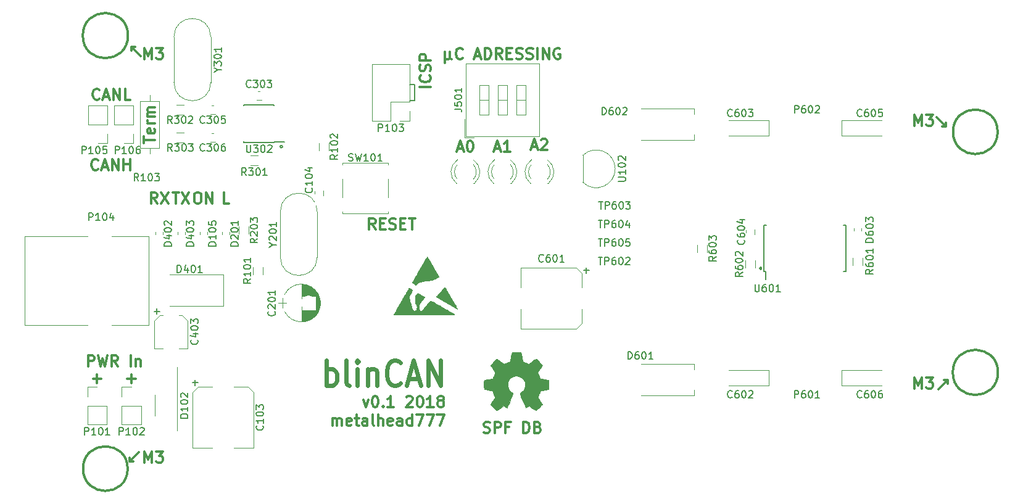
<source format=gto>
%TF.GenerationSoftware,KiCad,Pcbnew,4.0.7*%
%TF.CreationDate,2018-01-21T19:25:00+01:00*%
%TF.ProjectId,blinCAN,626C696E43414E2E6B696361645F7063,0.1*%
%TF.FileFunction,Legend,Top*%
%FSLAX46Y46*%
G04 Gerber Fmt 4.6, Leading zero omitted, Abs format (unit mm)*
G04 Created by KiCad (PCBNEW 4.0.7) date 01/21/18 19:25:00*
%MOMM*%
%LPD*%
G01*
G04 APERTURE LIST*
%ADD10C,0.050000*%
%ADD11C,0.150000*%
%ADD12C,0.200000*%
%ADD13C,0.300000*%
%ADD14C,0.600000*%
%ADD15C,0.120000*%
%ADD16C,0.010000*%
%ADD17C,3.600000*%
%ADD18R,1.600000X1.150000*%
%ADD19R,1.200000X1.200000*%
%ADD20R,1.300000X1.600000*%
%ADD21R,1.600000X1.300000*%
%ADD22R,1.950000X1.700000*%
%ADD23C,1.900000*%
%ADD24R,2.200000X2.200000*%
%ADD25C,2.200000*%
%ADD26R,4.400000X2.900000*%
%ADD27R,2.900000X4.400000*%
%ADD28R,1.150000X1.600000*%
%ADD29R,3.100000X3.900000*%
%ADD30R,3.900000X2.700000*%
%ADD31R,2.000000X3.000000*%
%ADD32R,3.600000X1.900000*%
%ADD33R,2.000000X2.000000*%
%ADD34C,2.000000*%
%ADD35O,2.000000X2.000000*%
%ADD36R,2.100000X2.100000*%
%ADD37O,2.100000X2.100000*%
%ADD38C,1.920000*%
%ADD39C,3.100000*%
%ADD40C,4.210000*%
%ADD41R,1.920000X1.920000*%
%ADD42O,1.900000X1.300000*%
%ADD43R,1.900000X1.300000*%
%ADD44R,1.950000X1.000000*%
%ADD45R,0.800000X1.600000*%
%ADD46R,4.760000X4.510000*%
%ADD47C,2.540000*%
G04 APERTURE END LIST*
D10*
D11*
X78105000Y-57048400D02*
X77470000Y-57048400D01*
X78105000Y-59182000D02*
X78105000Y-57048400D01*
X77470000Y-59182000D02*
X78105000Y-59182000D01*
D12*
X125757205Y-82243395D02*
G75*
G03X125757205Y-82243395I-179605J0D01*
G01*
D13*
X87610715Y-104747143D02*
X87825001Y-104818571D01*
X88182144Y-104818571D01*
X88325001Y-104747143D01*
X88396430Y-104675714D01*
X88467858Y-104532857D01*
X88467858Y-104390000D01*
X88396430Y-104247143D01*
X88325001Y-104175714D01*
X88182144Y-104104286D01*
X87896430Y-104032857D01*
X87753572Y-103961429D01*
X87682144Y-103890000D01*
X87610715Y-103747143D01*
X87610715Y-103604286D01*
X87682144Y-103461429D01*
X87753572Y-103390000D01*
X87896430Y-103318571D01*
X88253572Y-103318571D01*
X88467858Y-103390000D01*
X89110715Y-104818571D02*
X89110715Y-103318571D01*
X89682143Y-103318571D01*
X89825001Y-103390000D01*
X89896429Y-103461429D01*
X89967858Y-103604286D01*
X89967858Y-103818571D01*
X89896429Y-103961429D01*
X89825001Y-104032857D01*
X89682143Y-104104286D01*
X89110715Y-104104286D01*
X91110715Y-104032857D02*
X90610715Y-104032857D01*
X90610715Y-104818571D02*
X90610715Y-103318571D01*
X91325001Y-103318571D01*
X93039286Y-104818571D02*
X93039286Y-103318571D01*
X93396429Y-103318571D01*
X93610714Y-103390000D01*
X93753572Y-103532857D01*
X93825000Y-103675714D01*
X93896429Y-103961429D01*
X93896429Y-104175714D01*
X93825000Y-104461429D01*
X93753572Y-104604286D01*
X93610714Y-104747143D01*
X93396429Y-104818571D01*
X93039286Y-104818571D01*
X95039286Y-104032857D02*
X95253572Y-104104286D01*
X95325000Y-104175714D01*
X95396429Y-104318571D01*
X95396429Y-104532857D01*
X95325000Y-104675714D01*
X95253572Y-104747143D01*
X95110714Y-104818571D01*
X94539286Y-104818571D01*
X94539286Y-103318571D01*
X95039286Y-103318571D01*
X95182143Y-103390000D01*
X95253572Y-103461429D01*
X95325000Y-103604286D01*
X95325000Y-103747143D01*
X95253572Y-103890000D01*
X95182143Y-103961429D01*
X95039286Y-104032857D01*
X94539286Y-104032857D01*
X146740715Y-62654571D02*
X146740715Y-61154571D01*
X147240715Y-62226000D01*
X147740715Y-61154571D01*
X147740715Y-62654571D01*
X148312144Y-61154571D02*
X149240715Y-61154571D01*
X148740715Y-61726000D01*
X148955001Y-61726000D01*
X149097858Y-61797429D01*
X149169287Y-61868857D01*
X149240715Y-62011714D01*
X149240715Y-62368857D01*
X149169287Y-62511714D01*
X149097858Y-62583143D01*
X148955001Y-62654571D01*
X148526429Y-62654571D01*
X148383572Y-62583143D01*
X148312144Y-62511714D01*
X146740715Y-98722571D02*
X146740715Y-97222571D01*
X147240715Y-98294000D01*
X147740715Y-97222571D01*
X147740715Y-98722571D01*
X148312144Y-97222571D02*
X149240715Y-97222571D01*
X148740715Y-97794000D01*
X148955001Y-97794000D01*
X149097858Y-97865429D01*
X149169287Y-97936857D01*
X149240715Y-98079714D01*
X149240715Y-98436857D01*
X149169287Y-98579714D01*
X149097858Y-98651143D01*
X148955001Y-98722571D01*
X148526429Y-98722571D01*
X148383572Y-98651143D01*
X148312144Y-98579714D01*
X41076715Y-108882571D02*
X41076715Y-107382571D01*
X41576715Y-108454000D01*
X42076715Y-107382571D01*
X42076715Y-108882571D01*
X42648144Y-107382571D02*
X43576715Y-107382571D01*
X43076715Y-107954000D01*
X43291001Y-107954000D01*
X43433858Y-108025429D01*
X43505287Y-108096857D01*
X43576715Y-108239714D01*
X43576715Y-108596857D01*
X43505287Y-108739714D01*
X43433858Y-108811143D01*
X43291001Y-108882571D01*
X42862429Y-108882571D01*
X42719572Y-108811143D01*
X42648144Y-108739714D01*
X151003000Y-62738000D02*
X151003000Y-62230000D01*
X151003000Y-62738000D02*
X150495000Y-62738000D01*
X149733000Y-61468000D02*
X151003000Y-62738000D01*
X151257000Y-97536000D02*
X150749000Y-97536000D01*
X151257000Y-97536000D02*
X151257000Y-98044000D01*
X149987000Y-98806000D02*
X151257000Y-97536000D01*
X38989000Y-108712000D02*
X39497000Y-108712000D01*
X38989000Y-108712000D02*
X38989000Y-108204000D01*
X40259000Y-107442000D02*
X38989000Y-108712000D01*
X39243000Y-51816000D02*
X39751000Y-51816000D01*
X39243000Y-51816000D02*
X39243000Y-52324000D01*
X40513000Y-53086000D02*
X39243000Y-51816000D01*
X41076715Y-53510571D02*
X41076715Y-52010571D01*
X41576715Y-53082000D01*
X42076715Y-52010571D01*
X42076715Y-53510571D01*
X42648144Y-52010571D02*
X43576715Y-52010571D01*
X43076715Y-52582000D01*
X43291001Y-52582000D01*
X43433858Y-52653429D01*
X43505287Y-52724857D01*
X43576715Y-52867714D01*
X43576715Y-53224857D01*
X43505287Y-53367714D01*
X43433858Y-53439143D01*
X43291001Y-53510571D01*
X42862429Y-53510571D01*
X42719572Y-53439143D01*
X42648144Y-53367714D01*
X38787465Y-50292000D02*
G75*
G03X38787465Y-50292000I-3100465J0D01*
G01*
X38745565Y-109728000D02*
G75*
G03X38745565Y-109728000I-3058565J0D01*
G01*
X158167465Y-96520000D02*
G75*
G03X158167465Y-96520000I-3100465J0D01*
G01*
X158125565Y-63500000D02*
G75*
G03X158125565Y-63500000I-3058565J0D01*
G01*
X33324457Y-95674571D02*
X33324457Y-94174571D01*
X33895885Y-94174571D01*
X34038743Y-94246000D01*
X34110171Y-94317429D01*
X34181600Y-94460286D01*
X34181600Y-94674571D01*
X34110171Y-94817429D01*
X34038743Y-94888857D01*
X33895885Y-94960286D01*
X33324457Y-94960286D01*
X34681600Y-94174571D02*
X35038743Y-95674571D01*
X35324457Y-94603143D01*
X35610171Y-95674571D01*
X35967314Y-94174571D01*
X37395886Y-95674571D02*
X36895886Y-94960286D01*
X36538743Y-95674571D02*
X36538743Y-94174571D01*
X37110171Y-94174571D01*
X37253029Y-94246000D01*
X37324457Y-94317429D01*
X37395886Y-94460286D01*
X37395886Y-94674571D01*
X37324457Y-94817429D01*
X37253029Y-94888857D01*
X37110171Y-94960286D01*
X36538743Y-94960286D01*
X39181600Y-95674571D02*
X39181600Y-94174571D01*
X39895886Y-94674571D02*
X39895886Y-95674571D01*
X39895886Y-94817429D02*
X39967314Y-94746000D01*
X40110172Y-94674571D01*
X40324457Y-94674571D01*
X40467314Y-94746000D01*
X40538743Y-94888857D01*
X40538743Y-95674571D01*
X38696972Y-97389143D02*
X39839829Y-97389143D01*
X39268400Y-97960571D02*
X39268400Y-96817714D01*
X40961571Y-65019714D02*
X40961571Y-64162571D01*
X42461571Y-64591142D02*
X40961571Y-64591142D01*
X42390143Y-63091143D02*
X42461571Y-63234000D01*
X42461571Y-63519714D01*
X42390143Y-63662571D01*
X42247286Y-63734000D01*
X41675857Y-63734000D01*
X41533000Y-63662571D01*
X41461571Y-63519714D01*
X41461571Y-63234000D01*
X41533000Y-63091143D01*
X41675857Y-63019714D01*
X41818714Y-63019714D01*
X41961571Y-63734000D01*
X42461571Y-62376857D02*
X41461571Y-62376857D01*
X41747286Y-62376857D02*
X41604429Y-62305429D01*
X41533000Y-62234000D01*
X41461571Y-62091143D01*
X41461571Y-61948286D01*
X42461571Y-61448286D02*
X41461571Y-61448286D01*
X41604429Y-61448286D02*
X41533000Y-61376858D01*
X41461571Y-61234000D01*
X41461571Y-61019715D01*
X41533000Y-60876858D01*
X41675857Y-60805429D01*
X42461571Y-60805429D01*
X41675857Y-60805429D02*
X41533000Y-60734000D01*
X41461571Y-60591143D01*
X41461571Y-60376858D01*
X41533000Y-60234000D01*
X41675857Y-60162572D01*
X42461571Y-60162572D01*
X33972572Y-97389143D02*
X35115429Y-97389143D01*
X34544000Y-97960571D02*
X34544000Y-96817714D01*
D14*
X65994428Y-98357333D02*
X65994428Y-94857333D01*
X65994428Y-96190667D02*
X66280142Y-96024000D01*
X66851571Y-96024000D01*
X67137285Y-96190667D01*
X67280142Y-96357333D01*
X67422999Y-96690667D01*
X67422999Y-97690667D01*
X67280142Y-98024000D01*
X67137285Y-98190667D01*
X66851571Y-98357333D01*
X66280142Y-98357333D01*
X65994428Y-98190667D01*
X69137285Y-98357333D02*
X68851571Y-98190667D01*
X68708714Y-97857333D01*
X68708714Y-94857333D01*
X70280143Y-98357333D02*
X70280143Y-96024000D01*
X70280143Y-94857333D02*
X70137286Y-95024000D01*
X70280143Y-95190667D01*
X70423000Y-95024000D01*
X70280143Y-94857333D01*
X70280143Y-95190667D01*
X71708714Y-96024000D02*
X71708714Y-98357333D01*
X71708714Y-96357333D02*
X71851571Y-96190667D01*
X72137285Y-96024000D01*
X72565857Y-96024000D01*
X72851571Y-96190667D01*
X72994428Y-96524000D01*
X72994428Y-98357333D01*
X76137285Y-98024000D02*
X75994428Y-98190667D01*
X75565857Y-98357333D01*
X75280143Y-98357333D01*
X74851571Y-98190667D01*
X74565857Y-97857333D01*
X74423000Y-97524000D01*
X74280143Y-96857333D01*
X74280143Y-96357333D01*
X74423000Y-95690667D01*
X74565857Y-95357333D01*
X74851571Y-95024000D01*
X75280143Y-94857333D01*
X75565857Y-94857333D01*
X75994428Y-95024000D01*
X76137285Y-95190667D01*
X77280143Y-97357333D02*
X78708714Y-97357333D01*
X76994428Y-98357333D02*
X77994428Y-94857333D01*
X78994428Y-98357333D01*
X79994429Y-98357333D02*
X79994429Y-94857333D01*
X81708714Y-98357333D01*
X81708714Y-94857333D01*
D13*
X71065860Y-100257571D02*
X71423003Y-101257571D01*
X71780145Y-100257571D01*
X72637288Y-99757571D02*
X72780145Y-99757571D01*
X72923002Y-99829000D01*
X72994431Y-99900429D01*
X73065860Y-100043286D01*
X73137288Y-100329000D01*
X73137288Y-100686143D01*
X73065860Y-100971857D01*
X72994431Y-101114714D01*
X72923002Y-101186143D01*
X72780145Y-101257571D01*
X72637288Y-101257571D01*
X72494431Y-101186143D01*
X72423002Y-101114714D01*
X72351574Y-100971857D01*
X72280145Y-100686143D01*
X72280145Y-100329000D01*
X72351574Y-100043286D01*
X72423002Y-99900429D01*
X72494431Y-99829000D01*
X72637288Y-99757571D01*
X73780145Y-101114714D02*
X73851573Y-101186143D01*
X73780145Y-101257571D01*
X73708716Y-101186143D01*
X73780145Y-101114714D01*
X73780145Y-101257571D01*
X75280145Y-101257571D02*
X74423002Y-101257571D01*
X74851574Y-101257571D02*
X74851574Y-99757571D01*
X74708717Y-99971857D01*
X74565859Y-100114714D01*
X74423002Y-100186143D01*
X76994430Y-99900429D02*
X77065859Y-99829000D01*
X77208716Y-99757571D01*
X77565859Y-99757571D01*
X77708716Y-99829000D01*
X77780145Y-99900429D01*
X77851573Y-100043286D01*
X77851573Y-100186143D01*
X77780145Y-100400429D01*
X76923002Y-101257571D01*
X77851573Y-101257571D01*
X78780144Y-99757571D02*
X78923001Y-99757571D01*
X79065858Y-99829000D01*
X79137287Y-99900429D01*
X79208716Y-100043286D01*
X79280144Y-100329000D01*
X79280144Y-100686143D01*
X79208716Y-100971857D01*
X79137287Y-101114714D01*
X79065858Y-101186143D01*
X78923001Y-101257571D01*
X78780144Y-101257571D01*
X78637287Y-101186143D01*
X78565858Y-101114714D01*
X78494430Y-100971857D01*
X78423001Y-100686143D01*
X78423001Y-100329000D01*
X78494430Y-100043286D01*
X78565858Y-99900429D01*
X78637287Y-99829000D01*
X78780144Y-99757571D01*
X80708715Y-101257571D02*
X79851572Y-101257571D01*
X80280144Y-101257571D02*
X80280144Y-99757571D01*
X80137287Y-99971857D01*
X79994429Y-100114714D01*
X79851572Y-100186143D01*
X81565858Y-100400429D02*
X81423000Y-100329000D01*
X81351572Y-100257571D01*
X81280143Y-100114714D01*
X81280143Y-100043286D01*
X81351572Y-99900429D01*
X81423000Y-99829000D01*
X81565858Y-99757571D01*
X81851572Y-99757571D01*
X81994429Y-99829000D01*
X82065858Y-99900429D01*
X82137286Y-100043286D01*
X82137286Y-100114714D01*
X82065858Y-100257571D01*
X81994429Y-100329000D01*
X81851572Y-100400429D01*
X81565858Y-100400429D01*
X81423000Y-100471857D01*
X81351572Y-100543286D01*
X81280143Y-100686143D01*
X81280143Y-100971857D01*
X81351572Y-101114714D01*
X81423000Y-101186143D01*
X81565858Y-101257571D01*
X81851572Y-101257571D01*
X81994429Y-101186143D01*
X82065858Y-101114714D01*
X82137286Y-100971857D01*
X82137286Y-100686143D01*
X82065858Y-100543286D01*
X81994429Y-100471857D01*
X81851572Y-100400429D01*
X66851573Y-103807571D02*
X66851573Y-102807571D01*
X66851573Y-102950429D02*
X66923001Y-102879000D01*
X67065859Y-102807571D01*
X67280144Y-102807571D01*
X67423001Y-102879000D01*
X67494430Y-103021857D01*
X67494430Y-103807571D01*
X67494430Y-103021857D02*
X67565859Y-102879000D01*
X67708716Y-102807571D01*
X67923001Y-102807571D01*
X68065859Y-102879000D01*
X68137287Y-103021857D01*
X68137287Y-103807571D01*
X69423001Y-103736143D02*
X69280144Y-103807571D01*
X68994430Y-103807571D01*
X68851573Y-103736143D01*
X68780144Y-103593286D01*
X68780144Y-103021857D01*
X68851573Y-102879000D01*
X68994430Y-102807571D01*
X69280144Y-102807571D01*
X69423001Y-102879000D01*
X69494430Y-103021857D01*
X69494430Y-103164714D01*
X68780144Y-103307571D01*
X69923001Y-102807571D02*
X70494430Y-102807571D01*
X70137287Y-102307571D02*
X70137287Y-103593286D01*
X70208715Y-103736143D01*
X70351573Y-103807571D01*
X70494430Y-103807571D01*
X71637287Y-103807571D02*
X71637287Y-103021857D01*
X71565858Y-102879000D01*
X71423001Y-102807571D01*
X71137287Y-102807571D01*
X70994430Y-102879000D01*
X71637287Y-103736143D02*
X71494430Y-103807571D01*
X71137287Y-103807571D01*
X70994430Y-103736143D01*
X70923001Y-103593286D01*
X70923001Y-103450429D01*
X70994430Y-103307571D01*
X71137287Y-103236143D01*
X71494430Y-103236143D01*
X71637287Y-103164714D01*
X72565859Y-103807571D02*
X72423001Y-103736143D01*
X72351573Y-103593286D01*
X72351573Y-102307571D01*
X73137287Y-103807571D02*
X73137287Y-102307571D01*
X73780144Y-103807571D02*
X73780144Y-103021857D01*
X73708715Y-102879000D01*
X73565858Y-102807571D01*
X73351573Y-102807571D01*
X73208715Y-102879000D01*
X73137287Y-102950429D01*
X75065858Y-103736143D02*
X74923001Y-103807571D01*
X74637287Y-103807571D01*
X74494430Y-103736143D01*
X74423001Y-103593286D01*
X74423001Y-103021857D01*
X74494430Y-102879000D01*
X74637287Y-102807571D01*
X74923001Y-102807571D01*
X75065858Y-102879000D01*
X75137287Y-103021857D01*
X75137287Y-103164714D01*
X74423001Y-103307571D01*
X76423001Y-103807571D02*
X76423001Y-103021857D01*
X76351572Y-102879000D01*
X76208715Y-102807571D01*
X75923001Y-102807571D01*
X75780144Y-102879000D01*
X76423001Y-103736143D02*
X76280144Y-103807571D01*
X75923001Y-103807571D01*
X75780144Y-103736143D01*
X75708715Y-103593286D01*
X75708715Y-103450429D01*
X75780144Y-103307571D01*
X75923001Y-103236143D01*
X76280144Y-103236143D01*
X76423001Y-103164714D01*
X77780144Y-103807571D02*
X77780144Y-102307571D01*
X77780144Y-103736143D02*
X77637287Y-103807571D01*
X77351573Y-103807571D01*
X77208715Y-103736143D01*
X77137287Y-103664714D01*
X77065858Y-103521857D01*
X77065858Y-103093286D01*
X77137287Y-102950429D01*
X77208715Y-102879000D01*
X77351573Y-102807571D01*
X77637287Y-102807571D01*
X77780144Y-102879000D01*
X78351573Y-102307571D02*
X79351573Y-102307571D01*
X78708716Y-103807571D01*
X79780144Y-102307571D02*
X80780144Y-102307571D01*
X80137287Y-103807571D01*
X81208715Y-102307571D02*
X82208715Y-102307571D01*
X81565858Y-103807571D01*
D12*
X59996605Y-65532000D02*
G75*
G03X59996605Y-65532000I-179605J0D01*
G01*
D13*
X80332971Y-57332285D02*
X78832971Y-57332285D01*
X80190114Y-55760856D02*
X80261543Y-55832285D01*
X80332971Y-56046571D01*
X80332971Y-56189428D01*
X80261543Y-56403713D01*
X80118686Y-56546571D01*
X79975829Y-56617999D01*
X79690114Y-56689428D01*
X79475829Y-56689428D01*
X79190114Y-56617999D01*
X79047257Y-56546571D01*
X78904400Y-56403713D01*
X78832971Y-56189428D01*
X78832971Y-56046571D01*
X78904400Y-55832285D01*
X78975829Y-55760856D01*
X80261543Y-55189428D02*
X80332971Y-54975142D01*
X80332971Y-54617999D01*
X80261543Y-54475142D01*
X80190114Y-54403713D01*
X80047257Y-54332285D01*
X79904400Y-54332285D01*
X79761543Y-54403713D01*
X79690114Y-54475142D01*
X79618686Y-54617999D01*
X79547257Y-54903713D01*
X79475829Y-55046571D01*
X79404400Y-55117999D01*
X79261543Y-55189428D01*
X79118686Y-55189428D01*
X78975829Y-55117999D01*
X78904400Y-55046571D01*
X78832971Y-54903713D01*
X78832971Y-54546571D01*
X78904400Y-54332285D01*
X80332971Y-53689428D02*
X78832971Y-53689428D01*
X78832971Y-53118000D01*
X78904400Y-52975142D01*
X78975829Y-52903714D01*
X79118686Y-52832285D01*
X79332971Y-52832285D01*
X79475829Y-52903714D01*
X79547257Y-52975142D01*
X79618686Y-53118000D01*
X79618686Y-53689428D01*
X34699000Y-68607714D02*
X34627571Y-68679143D01*
X34413285Y-68750571D01*
X34270428Y-68750571D01*
X34056143Y-68679143D01*
X33913285Y-68536286D01*
X33841857Y-68393429D01*
X33770428Y-68107714D01*
X33770428Y-67893429D01*
X33841857Y-67607714D01*
X33913285Y-67464857D01*
X34056143Y-67322000D01*
X34270428Y-67250571D01*
X34413285Y-67250571D01*
X34627571Y-67322000D01*
X34699000Y-67393429D01*
X35270428Y-68322000D02*
X35984714Y-68322000D01*
X35127571Y-68750571D02*
X35627571Y-67250571D01*
X36127571Y-68750571D01*
X36627571Y-68750571D02*
X36627571Y-67250571D01*
X37484714Y-68750571D01*
X37484714Y-67250571D01*
X38199000Y-68750571D02*
X38199000Y-67250571D01*
X38199000Y-67964857D02*
X39056143Y-67964857D01*
X39056143Y-68750571D02*
X39056143Y-67250571D01*
X34877572Y-58955714D02*
X34806143Y-59027143D01*
X34591857Y-59098571D01*
X34449000Y-59098571D01*
X34234715Y-59027143D01*
X34091857Y-58884286D01*
X34020429Y-58741429D01*
X33949000Y-58455714D01*
X33949000Y-58241429D01*
X34020429Y-57955714D01*
X34091857Y-57812857D01*
X34234715Y-57670000D01*
X34449000Y-57598571D01*
X34591857Y-57598571D01*
X34806143Y-57670000D01*
X34877572Y-57741429D01*
X35449000Y-58670000D02*
X36163286Y-58670000D01*
X35306143Y-59098571D02*
X35806143Y-57598571D01*
X36306143Y-59098571D01*
X36806143Y-59098571D02*
X36806143Y-57598571D01*
X37663286Y-59098571D01*
X37663286Y-57598571D01*
X39091858Y-59098571D02*
X38377572Y-59098571D01*
X38377572Y-57598571D01*
X48220428Y-71822571D02*
X48506142Y-71822571D01*
X48649000Y-71894000D01*
X48791857Y-72036857D01*
X48863285Y-72322571D01*
X48863285Y-72822571D01*
X48791857Y-73108286D01*
X48649000Y-73251143D01*
X48506142Y-73322571D01*
X48220428Y-73322571D01*
X48077571Y-73251143D01*
X47934714Y-73108286D01*
X47863285Y-72822571D01*
X47863285Y-72322571D01*
X47934714Y-72036857D01*
X48077571Y-71894000D01*
X48220428Y-71822571D01*
X49506143Y-73322571D02*
X49506143Y-71822571D01*
X50363286Y-73322571D01*
X50363286Y-71822571D01*
X82277143Y-52510571D02*
X82277143Y-54010571D01*
X82991429Y-53296286D02*
X83062857Y-53439143D01*
X83205714Y-53510571D01*
X82277143Y-53296286D02*
X82348571Y-53439143D01*
X82491429Y-53510571D01*
X82777143Y-53510571D01*
X82920000Y-53439143D01*
X82991429Y-53296286D01*
X82991429Y-52510571D01*
X84705715Y-53367714D02*
X84634286Y-53439143D01*
X84420000Y-53510571D01*
X84277143Y-53510571D01*
X84062858Y-53439143D01*
X83920000Y-53296286D01*
X83848572Y-53153429D01*
X83777143Y-52867714D01*
X83777143Y-52653429D01*
X83848572Y-52367714D01*
X83920000Y-52224857D01*
X84062858Y-52082000D01*
X84277143Y-52010571D01*
X84420000Y-52010571D01*
X84634286Y-52082000D01*
X84705715Y-52153429D01*
X86420000Y-53082000D02*
X87134286Y-53082000D01*
X86277143Y-53510571D02*
X86777143Y-52010571D01*
X87277143Y-53510571D01*
X87777143Y-53510571D02*
X87777143Y-52010571D01*
X88134286Y-52010571D01*
X88348571Y-52082000D01*
X88491429Y-52224857D01*
X88562857Y-52367714D01*
X88634286Y-52653429D01*
X88634286Y-52867714D01*
X88562857Y-53153429D01*
X88491429Y-53296286D01*
X88348571Y-53439143D01*
X88134286Y-53510571D01*
X87777143Y-53510571D01*
X90134286Y-53510571D02*
X89634286Y-52796286D01*
X89277143Y-53510571D02*
X89277143Y-52010571D01*
X89848571Y-52010571D01*
X89991429Y-52082000D01*
X90062857Y-52153429D01*
X90134286Y-52296286D01*
X90134286Y-52510571D01*
X90062857Y-52653429D01*
X89991429Y-52724857D01*
X89848571Y-52796286D01*
X89277143Y-52796286D01*
X90777143Y-52724857D02*
X91277143Y-52724857D01*
X91491429Y-53510571D02*
X90777143Y-53510571D01*
X90777143Y-52010571D01*
X91491429Y-52010571D01*
X92062857Y-53439143D02*
X92277143Y-53510571D01*
X92634286Y-53510571D01*
X92777143Y-53439143D01*
X92848572Y-53367714D01*
X92920000Y-53224857D01*
X92920000Y-53082000D01*
X92848572Y-52939143D01*
X92777143Y-52867714D01*
X92634286Y-52796286D01*
X92348572Y-52724857D01*
X92205714Y-52653429D01*
X92134286Y-52582000D01*
X92062857Y-52439143D01*
X92062857Y-52296286D01*
X92134286Y-52153429D01*
X92205714Y-52082000D01*
X92348572Y-52010571D01*
X92705714Y-52010571D01*
X92920000Y-52082000D01*
X93491428Y-53439143D02*
X93705714Y-53510571D01*
X94062857Y-53510571D01*
X94205714Y-53439143D01*
X94277143Y-53367714D01*
X94348571Y-53224857D01*
X94348571Y-53082000D01*
X94277143Y-52939143D01*
X94205714Y-52867714D01*
X94062857Y-52796286D01*
X93777143Y-52724857D01*
X93634285Y-52653429D01*
X93562857Y-52582000D01*
X93491428Y-52439143D01*
X93491428Y-52296286D01*
X93562857Y-52153429D01*
X93634285Y-52082000D01*
X93777143Y-52010571D01*
X94134285Y-52010571D01*
X94348571Y-52082000D01*
X94991428Y-53510571D02*
X94991428Y-52010571D01*
X95705714Y-53510571D02*
X95705714Y-52010571D01*
X96562857Y-53510571D01*
X96562857Y-52010571D01*
X98062857Y-52082000D02*
X97920000Y-52010571D01*
X97705714Y-52010571D01*
X97491429Y-52082000D01*
X97348571Y-52224857D01*
X97277143Y-52367714D01*
X97205714Y-52653429D01*
X97205714Y-52867714D01*
X97277143Y-53153429D01*
X97348571Y-53296286D01*
X97491429Y-53439143D01*
X97705714Y-53510571D01*
X97848571Y-53510571D01*
X98062857Y-53439143D01*
X98134286Y-53367714D01*
X98134286Y-52867714D01*
X97848571Y-52867714D01*
X94178572Y-65553400D02*
X94892858Y-65553400D01*
X94035715Y-65981971D02*
X94535715Y-64481971D01*
X95035715Y-65981971D01*
X95464286Y-64624829D02*
X95535715Y-64553400D01*
X95678572Y-64481971D01*
X96035715Y-64481971D01*
X96178572Y-64553400D01*
X96250001Y-64624829D01*
X96321429Y-64767686D01*
X96321429Y-64910543D01*
X96250001Y-65124829D01*
X95392858Y-65981971D01*
X96321429Y-65981971D01*
X89098572Y-65782000D02*
X89812858Y-65782000D01*
X88955715Y-66210571D02*
X89455715Y-64710571D01*
X89955715Y-66210571D01*
X91241429Y-66210571D02*
X90384286Y-66210571D01*
X90812858Y-66210571D02*
X90812858Y-64710571D01*
X90670001Y-64924857D01*
X90527143Y-65067714D01*
X90384286Y-65139143D01*
X84018572Y-65782000D02*
X84732858Y-65782000D01*
X83875715Y-66210571D02*
X84375715Y-64710571D01*
X84875715Y-66210571D01*
X85661429Y-64710571D02*
X85804286Y-64710571D01*
X85947143Y-64782000D01*
X86018572Y-64853429D01*
X86090001Y-64996286D01*
X86161429Y-65282000D01*
X86161429Y-65639143D01*
X86090001Y-65924857D01*
X86018572Y-66067714D01*
X85947143Y-66139143D01*
X85804286Y-66210571D01*
X85661429Y-66210571D01*
X85518572Y-66139143D01*
X85447143Y-66067714D01*
X85375715Y-65924857D01*
X85304286Y-65639143D01*
X85304286Y-65282000D01*
X85375715Y-64996286D01*
X85447143Y-64853429D01*
X85518572Y-64782000D01*
X85661429Y-64710571D01*
X52661286Y-73322571D02*
X51947000Y-73322571D01*
X51947000Y-71822571D01*
X72751429Y-76878571D02*
X72251429Y-76164286D01*
X71894286Y-76878571D02*
X71894286Y-75378571D01*
X72465714Y-75378571D01*
X72608572Y-75450000D01*
X72680000Y-75521429D01*
X72751429Y-75664286D01*
X72751429Y-75878571D01*
X72680000Y-76021429D01*
X72608572Y-76092857D01*
X72465714Y-76164286D01*
X71894286Y-76164286D01*
X73394286Y-76092857D02*
X73894286Y-76092857D01*
X74108572Y-76878571D02*
X73394286Y-76878571D01*
X73394286Y-75378571D01*
X74108572Y-75378571D01*
X74680000Y-76807143D02*
X74894286Y-76878571D01*
X75251429Y-76878571D01*
X75394286Y-76807143D01*
X75465715Y-76735714D01*
X75537143Y-76592857D01*
X75537143Y-76450000D01*
X75465715Y-76307143D01*
X75394286Y-76235714D01*
X75251429Y-76164286D01*
X74965715Y-76092857D01*
X74822857Y-76021429D01*
X74751429Y-75950000D01*
X74680000Y-75807143D01*
X74680000Y-75664286D01*
X74751429Y-75521429D01*
X74822857Y-75450000D01*
X74965715Y-75378571D01*
X75322857Y-75378571D01*
X75537143Y-75450000D01*
X76180000Y-76092857D02*
X76680000Y-76092857D01*
X76894286Y-76878571D02*
X76180000Y-76878571D01*
X76180000Y-75378571D01*
X76894286Y-75378571D01*
X77322857Y-75378571D02*
X78180000Y-75378571D01*
X77751429Y-76878571D02*
X77751429Y-75378571D01*
X42803001Y-73322571D02*
X42303001Y-72608286D01*
X41945858Y-73322571D02*
X41945858Y-71822571D01*
X42517286Y-71822571D01*
X42660144Y-71894000D01*
X42731572Y-71965429D01*
X42803001Y-72108286D01*
X42803001Y-72322571D01*
X42731572Y-72465429D01*
X42660144Y-72536857D01*
X42517286Y-72608286D01*
X41945858Y-72608286D01*
X43303001Y-71822571D02*
X44303001Y-73322571D01*
X44303001Y-71822571D02*
X43303001Y-73322571D01*
X44958143Y-71822571D02*
X45815286Y-71822571D01*
X45386715Y-73322571D02*
X45386715Y-71822571D01*
X46172429Y-71822571D02*
X47172429Y-73322571D01*
X47172429Y-71822571D02*
X46172429Y-73322571D01*
D15*
X57119000Y-59147000D02*
X56419000Y-59147000D01*
X56419000Y-57947000D02*
X57119000Y-57947000D01*
X50069000Y-59852000D02*
X50769000Y-59852000D01*
X50769000Y-61052000D02*
X50069000Y-61052000D01*
X50069000Y-63662000D02*
X50769000Y-63662000D01*
X50769000Y-64862000D02*
X50069000Y-64862000D01*
X49649000Y-76170000D02*
X48649000Y-76170000D01*
X48649000Y-76170000D02*
X48649000Y-78270000D01*
X49649000Y-76170000D02*
X49649000Y-78270000D01*
X52697000Y-76170000D02*
X51697000Y-76170000D01*
X51697000Y-76170000D02*
X51697000Y-78270000D01*
X52697000Y-76170000D02*
X52697000Y-78270000D01*
X43553000Y-76170000D02*
X42553000Y-76170000D01*
X42553000Y-76170000D02*
X42553000Y-78270000D01*
X43553000Y-76170000D02*
X43553000Y-78270000D01*
X46601000Y-76170000D02*
X45601000Y-76170000D01*
X45601000Y-76170000D02*
X45601000Y-78270000D01*
X46601000Y-76170000D02*
X46601000Y-78270000D01*
X57322000Y-82050000D02*
X57322000Y-83050000D01*
X55962000Y-83050000D02*
X55962000Y-82050000D01*
X53993500Y-77525500D02*
X53993500Y-76525500D01*
X55353500Y-76525500D02*
X55353500Y-77525500D01*
X56634000Y-68117000D02*
X55634000Y-68117000D01*
X55634000Y-66757000D02*
X56634000Y-66757000D01*
X46474000Y-61132000D02*
X45474000Y-61132000D01*
X45474000Y-59772000D02*
X46474000Y-59772000D01*
X46474000Y-64942000D02*
X45474000Y-64942000D01*
X45474000Y-63582000D02*
X46474000Y-63582000D01*
X68224000Y-68047000D02*
X68224000Y-67797000D01*
X68224000Y-67797000D02*
X74524000Y-67797000D01*
X74524000Y-67797000D02*
X74524000Y-68047000D01*
X68224000Y-72547000D02*
X68224000Y-69947000D01*
X74524000Y-74447000D02*
X74524000Y-74697000D01*
X74524000Y-74697000D02*
X68224000Y-74697000D01*
X68224000Y-74697000D02*
X68224000Y-74447000D01*
X74524000Y-69947000D02*
X74524000Y-72547000D01*
X59705000Y-80695000D02*
X59705000Y-74445000D01*
X64755000Y-80695000D02*
X64755000Y-74445000D01*
X64755000Y-80695000D02*
G75*
G02X59705000Y-80695000I-2525000J0D01*
G01*
X64755000Y-74445000D02*
G75*
G03X59705000Y-74445000I-2525000J0D01*
G01*
X50150000Y-50467400D02*
X50150000Y-56717400D01*
X45100000Y-50467400D02*
X45100000Y-56717400D01*
X45100000Y-50467400D02*
G75*
G02X50150000Y-50467400I2525000J0D01*
G01*
X45100000Y-56717400D02*
G75*
G03X50150000Y-56717400I2525000J0D01*
G01*
X84011392Y-67339465D02*
G75*
G03X83854484Y-70571800I1078608J-1672335D01*
G01*
X86168608Y-67339465D02*
G75*
G02X86325516Y-70571800I-1078608J-1672335D01*
G01*
X84010163Y-67970670D02*
G75*
G03X84010000Y-70052761I1079837J-1041130D01*
G01*
X86169837Y-67970670D02*
G75*
G02X86170000Y-70052761I-1079837J-1041130D01*
G01*
X83854000Y-70571800D02*
X84010000Y-70571800D01*
X86170000Y-70571800D02*
X86326000Y-70571800D01*
X89091392Y-67339465D02*
G75*
G03X88934484Y-70571800I1078608J-1672335D01*
G01*
X91248608Y-67339465D02*
G75*
G02X91405516Y-70571800I-1078608J-1672335D01*
G01*
X89090163Y-67970670D02*
G75*
G03X89090000Y-70052761I1079837J-1041130D01*
G01*
X91249837Y-67970670D02*
G75*
G02X91250000Y-70052761I-1079837J-1041130D01*
G01*
X88934000Y-70571800D02*
X89090000Y-70571800D01*
X91250000Y-70571800D02*
X91406000Y-70571800D01*
X94171392Y-67339465D02*
G75*
G03X94014484Y-70571800I1078608J-1672335D01*
G01*
X96328608Y-67339465D02*
G75*
G02X96485516Y-70571800I-1078608J-1672335D01*
G01*
X94170163Y-67970670D02*
G75*
G03X94170000Y-70052761I1079837J-1041130D01*
G01*
X96329837Y-67970670D02*
G75*
G02X96330000Y-70052761I-1079837J-1041130D01*
G01*
X94014000Y-70571800D02*
X94170000Y-70571800D01*
X96330000Y-70571800D02*
X96486000Y-70571800D01*
X64979000Y-66032000D02*
X64979000Y-65032000D01*
X66339000Y-65032000D02*
X66339000Y-66032000D01*
X101091000Y-82930000D02*
X101091000Y-84850000D01*
X101091000Y-89790000D02*
X101091000Y-87870000D01*
X92711000Y-82170000D02*
X92711000Y-84850000D01*
X92711000Y-90550000D02*
X92711000Y-87870000D01*
X92711000Y-82170000D02*
X100331000Y-82170000D01*
X100331000Y-82170000D02*
X101091000Y-82930000D01*
X101091000Y-89790000D02*
X100331000Y-90550000D01*
X100331000Y-90550000D02*
X92711000Y-90550000D01*
X48411400Y-98527600D02*
X50331400Y-98527600D01*
X55271400Y-98527600D02*
X53351400Y-98527600D01*
X47651400Y-106907600D02*
X50331400Y-106907600D01*
X56031400Y-106907600D02*
X53351400Y-106907600D01*
X47651400Y-106907600D02*
X47651400Y-99287600D01*
X47651400Y-99287600D02*
X48411400Y-98527600D01*
X55271400Y-98527600D02*
X56031400Y-99287600D01*
X56031400Y-99287600D02*
X56031400Y-106907600D01*
X65624000Y-71532000D02*
X65624000Y-72232000D01*
X64424000Y-72232000D02*
X64424000Y-71532000D01*
X45518200Y-104492000D02*
X45518200Y-95792000D01*
X45518200Y-95792000D02*
X42518200Y-95792000D01*
X42518200Y-95792000D02*
X42518200Y-104492000D01*
X51844000Y-87367000D02*
X51844000Y-83067000D01*
X51844000Y-83067000D02*
X44544000Y-83067000D01*
X51844000Y-87367000D02*
X44544000Y-87367000D01*
X42414000Y-93222000D02*
X43584000Y-93222000D01*
X46994000Y-93222000D02*
X45824000Y-93222000D01*
X46224000Y-88642000D02*
X45824000Y-88642000D01*
X43184000Y-88642000D02*
X43584000Y-88642000D01*
X42414000Y-89412000D02*
X42414000Y-93222000D01*
X42414000Y-89412000D02*
X43184000Y-88642000D01*
X46994000Y-89412000D02*
X46994000Y-93222000D01*
X46994000Y-89412000D02*
X46224000Y-88642000D01*
X123606000Y-77566000D02*
X123606000Y-76866000D01*
X124806000Y-76866000D02*
X124806000Y-77566000D01*
X136689000Y-96232000D02*
X142189000Y-96232000D01*
X136689000Y-98332000D02*
X142189000Y-98332000D01*
X136689000Y-96232000D02*
X136689000Y-98332000D01*
X136689000Y-61942000D02*
X142189000Y-61942000D01*
X136689000Y-64042000D02*
X142189000Y-64042000D01*
X136689000Y-61942000D02*
X136689000Y-64042000D01*
X126709000Y-64042000D02*
X121209000Y-64042000D01*
X126709000Y-61942000D02*
X121209000Y-61942000D01*
X126709000Y-64042000D02*
X126709000Y-61942000D01*
X126709000Y-98332000D02*
X121209000Y-98332000D01*
X126709000Y-96232000D02*
X121209000Y-96232000D01*
X126709000Y-98332000D02*
X126709000Y-96232000D01*
X138438000Y-78262000D02*
X139438000Y-78262000D01*
X139438000Y-78262000D02*
X139438000Y-76162000D01*
X138438000Y-78262000D02*
X138438000Y-76162000D01*
X116922000Y-80002000D02*
X116922000Y-79002000D01*
X118282000Y-79002000D02*
X118282000Y-80002000D01*
X138258000Y-81780000D02*
X138258000Y-80780000D01*
X139618000Y-80780000D02*
X139618000Y-81780000D01*
X124886000Y-81161000D02*
X124886000Y-82161000D01*
X123526000Y-82161000D02*
X123526000Y-81161000D01*
X116487000Y-99686000D02*
X116487000Y-95386000D01*
X116487000Y-95386000D02*
X109187000Y-95386000D01*
X116487000Y-99686000D02*
X109187000Y-99686000D01*
X116487000Y-64634000D02*
X116487000Y-60334000D01*
X116487000Y-60334000D02*
X109187000Y-60334000D01*
X116487000Y-64634000D02*
X109187000Y-64634000D01*
X64900722Y-85815277D02*
G75*
G03X60289420Y-85815000I-2305722J-1179723D01*
G01*
X64900722Y-88174723D02*
G75*
G02X60289420Y-88175000I-2305722J1179723D01*
G01*
X64900722Y-88174723D02*
G75*
G03X64900580Y-85815000I-2305722J1179723D01*
G01*
X62595000Y-84445000D02*
X62595000Y-89545000D01*
X62635000Y-84445000D02*
X62635000Y-86015000D01*
X62635000Y-87975000D02*
X62635000Y-89545000D01*
X62675000Y-84446000D02*
X62675000Y-86015000D01*
X62675000Y-87975000D02*
X62675000Y-89544000D01*
X62715000Y-84447000D02*
X62715000Y-86015000D01*
X62715000Y-87975000D02*
X62715000Y-89543000D01*
X62755000Y-84449000D02*
X62755000Y-86015000D01*
X62755000Y-87975000D02*
X62755000Y-89541000D01*
X62795000Y-84452000D02*
X62795000Y-86015000D01*
X62795000Y-87975000D02*
X62795000Y-89538000D01*
X62835000Y-84456000D02*
X62835000Y-86015000D01*
X62835000Y-87975000D02*
X62835000Y-89534000D01*
X62875000Y-84460000D02*
X62875000Y-86015000D01*
X62875000Y-87975000D02*
X62875000Y-89530000D01*
X62915000Y-84464000D02*
X62915000Y-86015000D01*
X62915000Y-87975000D02*
X62915000Y-89526000D01*
X62955000Y-84470000D02*
X62955000Y-86015000D01*
X62955000Y-87975000D02*
X62955000Y-89520000D01*
X62995000Y-84476000D02*
X62995000Y-86015000D01*
X62995000Y-87975000D02*
X62995000Y-89514000D01*
X63035000Y-84482000D02*
X63035000Y-86015000D01*
X63035000Y-87975000D02*
X63035000Y-89508000D01*
X63075000Y-84489000D02*
X63075000Y-86015000D01*
X63075000Y-87975000D02*
X63075000Y-89501000D01*
X63115000Y-84497000D02*
X63115000Y-86015000D01*
X63115000Y-87975000D02*
X63115000Y-89493000D01*
X63155000Y-84506000D02*
X63155000Y-86015000D01*
X63155000Y-87975000D02*
X63155000Y-89484000D01*
X63195000Y-84515000D02*
X63195000Y-86015000D01*
X63195000Y-87975000D02*
X63195000Y-89475000D01*
X63235000Y-84525000D02*
X63235000Y-86015000D01*
X63235000Y-87975000D02*
X63235000Y-89465000D01*
X63275000Y-84535000D02*
X63275000Y-86015000D01*
X63275000Y-87975000D02*
X63275000Y-89455000D01*
X63316000Y-84547000D02*
X63316000Y-86015000D01*
X63316000Y-87975000D02*
X63316000Y-89443000D01*
X63356000Y-84559000D02*
X63356000Y-86015000D01*
X63356000Y-87975000D02*
X63356000Y-89431000D01*
X63396000Y-84571000D02*
X63396000Y-86015000D01*
X63396000Y-87975000D02*
X63396000Y-89419000D01*
X63436000Y-84585000D02*
X63436000Y-86015000D01*
X63436000Y-87975000D02*
X63436000Y-89405000D01*
X63476000Y-84599000D02*
X63476000Y-86015000D01*
X63476000Y-87975000D02*
X63476000Y-89391000D01*
X63516000Y-84613000D02*
X63516000Y-86015000D01*
X63516000Y-87975000D02*
X63516000Y-89377000D01*
X63556000Y-84629000D02*
X63556000Y-86015000D01*
X63556000Y-87975000D02*
X63556000Y-89361000D01*
X63596000Y-84645000D02*
X63596000Y-86015000D01*
X63596000Y-87975000D02*
X63596000Y-89345000D01*
X63636000Y-84662000D02*
X63636000Y-86015000D01*
X63636000Y-87975000D02*
X63636000Y-89328000D01*
X63676000Y-84680000D02*
X63676000Y-86015000D01*
X63676000Y-87975000D02*
X63676000Y-89310000D01*
X63716000Y-84699000D02*
X63716000Y-86015000D01*
X63716000Y-87975000D02*
X63716000Y-89291000D01*
X63756000Y-84719000D02*
X63756000Y-86015000D01*
X63756000Y-87975000D02*
X63756000Y-89271000D01*
X63796000Y-84739000D02*
X63796000Y-86015000D01*
X63796000Y-87975000D02*
X63796000Y-89251000D01*
X63836000Y-84761000D02*
X63836000Y-86015000D01*
X63836000Y-87975000D02*
X63836000Y-89229000D01*
X63876000Y-84783000D02*
X63876000Y-86015000D01*
X63876000Y-87975000D02*
X63876000Y-89207000D01*
X63916000Y-84806000D02*
X63916000Y-86015000D01*
X63916000Y-87975000D02*
X63916000Y-89184000D01*
X63956000Y-84830000D02*
X63956000Y-86015000D01*
X63956000Y-87975000D02*
X63956000Y-89160000D01*
X63996000Y-84855000D02*
X63996000Y-86015000D01*
X63996000Y-87975000D02*
X63996000Y-89135000D01*
X64036000Y-84882000D02*
X64036000Y-86015000D01*
X64036000Y-87975000D02*
X64036000Y-89108000D01*
X64076000Y-84909000D02*
X64076000Y-86015000D01*
X64076000Y-87975000D02*
X64076000Y-89081000D01*
X64116000Y-84937000D02*
X64116000Y-86015000D01*
X64116000Y-87975000D02*
X64116000Y-89053000D01*
X64156000Y-84967000D02*
X64156000Y-86015000D01*
X64156000Y-87975000D02*
X64156000Y-89023000D01*
X64196000Y-84998000D02*
X64196000Y-86015000D01*
X64196000Y-87975000D02*
X64196000Y-88992000D01*
X64236000Y-85030000D02*
X64236000Y-86015000D01*
X64236000Y-87975000D02*
X64236000Y-88960000D01*
X64276000Y-85063000D02*
X64276000Y-86015000D01*
X64276000Y-87975000D02*
X64276000Y-88927000D01*
X64316000Y-85098000D02*
X64316000Y-86015000D01*
X64316000Y-87975000D02*
X64316000Y-88892000D01*
X64356000Y-85134000D02*
X64356000Y-86015000D01*
X64356000Y-87975000D02*
X64356000Y-88856000D01*
X64396000Y-85172000D02*
X64396000Y-86015000D01*
X64396000Y-87975000D02*
X64396000Y-88818000D01*
X64436000Y-85212000D02*
X64436000Y-86015000D01*
X64436000Y-87975000D02*
X64436000Y-88778000D01*
X64476000Y-85253000D02*
X64476000Y-86015000D01*
X64476000Y-87975000D02*
X64476000Y-88737000D01*
X64516000Y-85296000D02*
X64516000Y-86015000D01*
X64516000Y-87975000D02*
X64516000Y-88694000D01*
X64556000Y-85341000D02*
X64556000Y-86015000D01*
X64556000Y-87975000D02*
X64556000Y-88649000D01*
X64596000Y-85389000D02*
X64596000Y-88601000D01*
X64636000Y-85439000D02*
X64636000Y-88551000D01*
X64676000Y-85491000D02*
X64676000Y-88499000D01*
X64716000Y-85547000D02*
X64716000Y-88443000D01*
X64756000Y-85605000D02*
X64756000Y-88385000D01*
X64796000Y-85668000D02*
X64796000Y-88322000D01*
X64836000Y-85734000D02*
X64836000Y-88256000D01*
X64876000Y-85806000D02*
X64876000Y-88184000D01*
X64916000Y-85883000D02*
X64916000Y-88107000D01*
X64956000Y-85967000D02*
X64956000Y-88023000D01*
X64996000Y-86061000D02*
X64996000Y-87929000D01*
X65036000Y-86166000D02*
X65036000Y-87824000D01*
X65076000Y-86288000D02*
X65076000Y-87702000D01*
X65116000Y-86436000D02*
X65116000Y-87554000D01*
X65156000Y-86641000D02*
X65156000Y-87349000D01*
X59395000Y-86995000D02*
X60595000Y-86995000D01*
X59995000Y-86345000D02*
X59995000Y-87645000D01*
X84950000Y-64315800D02*
X86220000Y-64315800D01*
X84950000Y-64315800D02*
X84950000Y-61775800D01*
X85150000Y-64115800D02*
X85150000Y-54095800D01*
X85150000Y-54095800D02*
X95190000Y-54095800D01*
X95190000Y-54095800D02*
X95190000Y-64115800D01*
X95190000Y-64115800D02*
X85150000Y-64115800D01*
X86995000Y-61135800D02*
X88265000Y-61135800D01*
X88265000Y-61135800D02*
X88265000Y-57075800D01*
X88265000Y-57075800D02*
X86995000Y-57075800D01*
X86995000Y-57075800D02*
X86995000Y-61135800D01*
X86995000Y-59105800D02*
X88265000Y-59105800D01*
X89535000Y-61135800D02*
X90805000Y-61135800D01*
X90805000Y-61135800D02*
X90805000Y-57075800D01*
X90805000Y-57075800D02*
X89535000Y-57075800D01*
X89535000Y-57075800D02*
X89535000Y-61135800D01*
X89535000Y-59105800D02*
X90805000Y-59105800D01*
X92075000Y-61135800D02*
X93345000Y-61135800D01*
X93345000Y-61135800D02*
X93345000Y-57075800D01*
X93345000Y-57075800D02*
X92075000Y-57075800D01*
X92075000Y-57075800D02*
X92075000Y-61135800D01*
X92075000Y-59105800D02*
X93345000Y-59105800D01*
X33214000Y-103692000D02*
X35874000Y-103692000D01*
X33214000Y-101092000D02*
X33214000Y-103692000D01*
X35874000Y-101092000D02*
X35874000Y-103692000D01*
X33214000Y-101092000D02*
X35874000Y-101092000D01*
X33214000Y-99822000D02*
X33214000Y-98492000D01*
X33214000Y-98492000D02*
X34544000Y-98492000D01*
X37938400Y-103692000D02*
X40598400Y-103692000D01*
X37938400Y-101092000D02*
X37938400Y-103692000D01*
X40598400Y-101092000D02*
X40598400Y-103692000D01*
X37938400Y-101092000D02*
X40598400Y-101092000D01*
X37938400Y-99822000D02*
X37938400Y-98492000D01*
X37938400Y-98492000D02*
X39268400Y-98492000D01*
X77453800Y-54245200D02*
X72253800Y-54245200D01*
X77453800Y-59385200D02*
X77453800Y-54245200D01*
X72253800Y-61985200D02*
X72253800Y-54245200D01*
X77453800Y-59385200D02*
X74853800Y-59385200D01*
X74853800Y-59385200D02*
X74853800Y-61985200D01*
X74853800Y-61985200D02*
X72253800Y-61985200D01*
X77453800Y-60655200D02*
X77453800Y-61985200D01*
X77453800Y-61985200D02*
X76123800Y-61985200D01*
X33274000Y-77847000D02*
X24634000Y-77847000D01*
X41654000Y-77847000D02*
X36574000Y-77847000D01*
X33274000Y-90047000D02*
X24634000Y-90047000D01*
X41654000Y-90047000D02*
X36574000Y-90047000D01*
X24634000Y-90047000D02*
X24634000Y-77847000D01*
X41654000Y-77847000D02*
X41654000Y-90047000D01*
X36001000Y-59884000D02*
X33341000Y-59884000D01*
X36001000Y-62484000D02*
X36001000Y-59884000D01*
X33341000Y-62484000D02*
X33341000Y-59884000D01*
X36001000Y-62484000D02*
X33341000Y-62484000D01*
X36001000Y-63754000D02*
X36001000Y-65084000D01*
X36001000Y-65084000D02*
X34671000Y-65084000D01*
X39557000Y-59884000D02*
X36897000Y-59884000D01*
X39557000Y-62484000D02*
X39557000Y-59884000D01*
X36897000Y-62484000D02*
X36897000Y-59884000D01*
X39557000Y-62484000D02*
X36897000Y-62484000D01*
X39557000Y-63754000D02*
X39557000Y-65084000D01*
X39557000Y-65084000D02*
X38227000Y-65084000D01*
X40473000Y-65694000D02*
X43093000Y-65694000D01*
X43093000Y-65694000D02*
X43093000Y-59274000D01*
X43093000Y-59274000D02*
X40473000Y-59274000D01*
X40473000Y-59274000D02*
X40473000Y-65694000D01*
X41783000Y-66584000D02*
X41783000Y-65694000D01*
X41783000Y-58384000D02*
X41783000Y-59274000D01*
X101197800Y-66780000D02*
X101197800Y-70380000D01*
X101209322Y-66741522D02*
G75*
G02X105647800Y-68580000I1838478J-1838478D01*
G01*
X101209322Y-70418478D02*
G75*
G03X105647800Y-68580000I1838478J1838478D01*
G01*
D11*
X58851600Y-64932000D02*
X58851600Y-64882000D01*
X54701600Y-64932000D02*
X54701600Y-64787000D01*
X54701600Y-59782000D02*
X54701600Y-59927000D01*
X58851600Y-59782000D02*
X58851600Y-59927000D01*
X58851600Y-64932000D02*
X54701600Y-64932000D01*
X58851600Y-59782000D02*
X54701600Y-59782000D01*
X58851600Y-64882000D02*
X60251600Y-64882000D01*
X126299000Y-83752000D02*
X126299000Y-82677000D01*
X126299000Y-82677000D02*
X126074000Y-82677000D01*
X126074000Y-82677000D02*
X126074000Y-76327000D01*
X126074000Y-76327000D02*
X126399000Y-76327000D01*
X136999000Y-82677000D02*
X137324000Y-82677000D01*
X137324000Y-82677000D02*
X137324000Y-76327000D01*
X137324000Y-76327000D02*
X136999000Y-76327000D01*
D16*
G36*
X92821536Y-94390427D02*
X92934118Y-94987618D01*
X93349531Y-95158865D01*
X93764945Y-95330112D01*
X94263302Y-94991233D01*
X94402869Y-94896877D01*
X94529029Y-94812630D01*
X94635896Y-94742338D01*
X94717583Y-94689847D01*
X94768202Y-94659004D01*
X94781987Y-94652353D01*
X94806821Y-94669458D01*
X94859889Y-94716744D01*
X94935241Y-94788172D01*
X95026930Y-94877700D01*
X95129008Y-94979289D01*
X95235527Y-95086898D01*
X95340537Y-95194487D01*
X95438092Y-95296015D01*
X95522243Y-95385441D01*
X95587041Y-95456726D01*
X95626538Y-95503828D01*
X95635981Y-95519592D01*
X95622392Y-95548653D01*
X95584294Y-95612321D01*
X95525694Y-95704367D01*
X95450598Y-95818564D01*
X95363009Y-95948684D01*
X95312255Y-96022901D01*
X95219746Y-96158422D01*
X95137541Y-96280716D01*
X95069631Y-96383695D01*
X95020001Y-96461273D01*
X94992641Y-96507361D01*
X94988530Y-96517047D01*
X94997850Y-96544574D01*
X95023255Y-96608728D01*
X95060912Y-96700490D01*
X95106987Y-96810839D01*
X95157647Y-96930755D01*
X95209060Y-97051219D01*
X95257390Y-97163209D01*
X95298807Y-97257707D01*
X95329475Y-97325692D01*
X95345562Y-97358143D01*
X95346512Y-97359420D01*
X95371773Y-97365617D01*
X95439046Y-97379440D01*
X95541361Y-97399532D01*
X95671742Y-97424534D01*
X95823217Y-97453086D01*
X95911594Y-97469551D01*
X96073453Y-97500369D01*
X96219650Y-97529694D01*
X96342788Y-97555921D01*
X96435470Y-97577446D01*
X96490302Y-97592665D01*
X96501324Y-97597493D01*
X96512119Y-97630174D01*
X96520830Y-97703985D01*
X96527461Y-97810292D01*
X96532019Y-97940467D01*
X96534510Y-98085876D01*
X96534939Y-98237890D01*
X96533312Y-98387877D01*
X96529636Y-98527206D01*
X96523916Y-98647245D01*
X96516158Y-98739365D01*
X96506369Y-98794932D01*
X96500497Y-98806500D01*
X96465400Y-98820365D01*
X96391029Y-98840188D01*
X96287224Y-98863639D01*
X96163820Y-98888391D01*
X96120742Y-98896398D01*
X95913048Y-98934441D01*
X95748985Y-98965079D01*
X95623131Y-98989529D01*
X95530066Y-99009009D01*
X95464368Y-99024736D01*
X95420618Y-99037928D01*
X95393393Y-99049804D01*
X95377273Y-99061580D01*
X95375018Y-99063908D01*
X95352504Y-99101400D01*
X95318159Y-99174365D01*
X95275412Y-99273867D01*
X95227693Y-99390973D01*
X95178431Y-99516748D01*
X95131056Y-99642257D01*
X95088996Y-99758565D01*
X95055681Y-99856739D01*
X95034542Y-99927843D01*
X95029006Y-99962942D01*
X95029467Y-99964172D01*
X95048224Y-99992861D01*
X95090777Y-100055985D01*
X95152654Y-100146973D01*
X95229383Y-100259255D01*
X95316492Y-100386260D01*
X95341299Y-100422353D01*
X95429753Y-100553203D01*
X95507589Y-100672591D01*
X95570567Y-100773662D01*
X95614446Y-100849559D01*
X95634986Y-100893427D01*
X95635981Y-100898817D01*
X95618723Y-100927144D01*
X95571036Y-100983261D01*
X95499051Y-101061137D01*
X95408898Y-101154740D01*
X95306706Y-101258041D01*
X95198606Y-101365006D01*
X95090729Y-101469606D01*
X94989205Y-101565809D01*
X94900163Y-101647584D01*
X94829734Y-101708900D01*
X94784048Y-101743726D01*
X94771410Y-101749412D01*
X94741992Y-101736020D01*
X94681762Y-101699899D01*
X94600530Y-101647136D01*
X94538031Y-101604667D01*
X94424786Y-101526740D01*
X94290675Y-101434984D01*
X94156156Y-101343375D01*
X94083834Y-101294346D01*
X93839039Y-101128770D01*
X93633551Y-101239875D01*
X93539937Y-101288548D01*
X93460331Y-101326381D01*
X93406468Y-101347958D01*
X93392758Y-101350961D01*
X93376271Y-101328793D01*
X93343746Y-101266149D01*
X93297609Y-101168809D01*
X93240291Y-101042549D01*
X93174217Y-100893150D01*
X93101816Y-100726388D01*
X93025517Y-100548042D01*
X92947747Y-100363891D01*
X92870935Y-100179712D01*
X92797507Y-100001285D01*
X92729893Y-99834387D01*
X92670521Y-99684797D01*
X92621817Y-99558293D01*
X92586211Y-99460654D01*
X92566131Y-99397657D01*
X92562901Y-99376021D01*
X92588497Y-99348424D01*
X92644539Y-99303625D01*
X92719312Y-99250934D01*
X92725588Y-99246765D01*
X92918846Y-99092069D01*
X93074675Y-98911591D01*
X93191725Y-98711102D01*
X93268646Y-98496374D01*
X93304087Y-98273177D01*
X93296698Y-98047281D01*
X93245128Y-97824459D01*
X93148027Y-97610479D01*
X93119459Y-97563664D01*
X92970869Y-97374618D01*
X92795328Y-97222812D01*
X92598911Y-97109034D01*
X92387694Y-97034075D01*
X92167754Y-96998722D01*
X91945164Y-97003767D01*
X91726002Y-97049999D01*
X91516343Y-97138206D01*
X91322262Y-97269179D01*
X91262227Y-97322337D01*
X91109436Y-97488739D01*
X90998098Y-97663912D01*
X90921724Y-97860266D01*
X90879188Y-98054717D01*
X90868687Y-98273342D01*
X90903701Y-98493052D01*
X90980674Y-98706420D01*
X91096048Y-98906022D01*
X91246266Y-99084429D01*
X91427774Y-99234217D01*
X91451628Y-99250006D01*
X91527202Y-99301712D01*
X91584652Y-99346512D01*
X91612118Y-99375117D01*
X91612518Y-99376021D01*
X91606621Y-99406964D01*
X91583246Y-99477191D01*
X91544822Y-99580925D01*
X91493778Y-99712390D01*
X91432543Y-99865807D01*
X91363545Y-100035401D01*
X91289214Y-100215393D01*
X91211979Y-100400008D01*
X91134269Y-100583468D01*
X91058512Y-100759996D01*
X90987138Y-100923814D01*
X90922575Y-101069147D01*
X90867253Y-101190217D01*
X90823601Y-101281247D01*
X90794047Y-101336460D01*
X90782145Y-101350961D01*
X90745778Y-101339669D01*
X90677731Y-101309385D01*
X90589737Y-101265520D01*
X90541351Y-101239875D01*
X90335864Y-101128770D01*
X90091069Y-101294346D01*
X89966107Y-101379170D01*
X89829296Y-101472516D01*
X89701089Y-101560408D01*
X89636872Y-101604667D01*
X89546552Y-101665318D01*
X89470072Y-101713381D01*
X89417408Y-101742770D01*
X89400303Y-101748982D01*
X89375406Y-101732223D01*
X89320306Y-101685436D01*
X89240344Y-101613480D01*
X89140861Y-101521212D01*
X89027201Y-101413490D01*
X88955316Y-101344326D01*
X88829552Y-101220757D01*
X88720864Y-101110234D01*
X88633646Y-101017485D01*
X88572290Y-100947237D01*
X88541192Y-100904220D01*
X88538209Y-100895490D01*
X88552054Y-100862284D01*
X88590313Y-100795142D01*
X88648742Y-100700863D01*
X88723098Y-100586245D01*
X88809136Y-100458083D01*
X88833603Y-100422353D01*
X88922755Y-100292489D01*
X89002739Y-100175569D01*
X89069081Y-100078162D01*
X89117312Y-100006839D01*
X89142958Y-99968170D01*
X89145436Y-99964172D01*
X89141730Y-99933355D01*
X89122062Y-99865599D01*
X89089861Y-99769839D01*
X89048556Y-99655009D01*
X89001576Y-99530044D01*
X88952350Y-99403879D01*
X88904309Y-99285448D01*
X88860882Y-99183685D01*
X88825497Y-99107526D01*
X88801585Y-99065904D01*
X88799885Y-99063908D01*
X88785263Y-99052013D01*
X88760566Y-99040250D01*
X88720373Y-99027401D01*
X88659264Y-99012249D01*
X88571818Y-98993576D01*
X88452613Y-98970165D01*
X88296228Y-98940797D01*
X88097244Y-98904255D01*
X88054161Y-98896398D01*
X87926471Y-98871727D01*
X87815154Y-98847593D01*
X87730046Y-98826324D01*
X87680984Y-98810248D01*
X87674406Y-98806500D01*
X87663565Y-98773273D01*
X87654754Y-98699021D01*
X87647977Y-98592376D01*
X87643241Y-98461967D01*
X87640551Y-98316427D01*
X87639914Y-98164386D01*
X87641335Y-98014476D01*
X87644821Y-97875328D01*
X87650377Y-97755572D01*
X87658009Y-97663841D01*
X87667723Y-97608766D01*
X87673579Y-97597493D01*
X87706181Y-97586123D01*
X87780419Y-97567624D01*
X87888897Y-97543602D01*
X88024218Y-97515662D01*
X88178986Y-97485408D01*
X88263308Y-97469551D01*
X88423297Y-97439644D01*
X88565968Y-97412550D01*
X88684349Y-97389631D01*
X88771466Y-97372243D01*
X88820346Y-97361747D01*
X88828391Y-97359420D01*
X88841988Y-97333186D01*
X88870730Y-97269995D01*
X88910786Y-97178877D01*
X88958325Y-97068857D01*
X89009516Y-96948965D01*
X89060527Y-96828227D01*
X89107527Y-96715671D01*
X89146685Y-96620326D01*
X89174170Y-96551217D01*
X89186150Y-96517374D01*
X89186373Y-96515895D01*
X89172792Y-96489197D01*
X89134716Y-96427760D01*
X89076148Y-96337689D01*
X89001089Y-96225090D01*
X88913541Y-96096070D01*
X88862648Y-96021961D01*
X88769910Y-95886077D01*
X88687542Y-95762709D01*
X88619562Y-95658097D01*
X88569989Y-95578483D01*
X88542843Y-95530107D01*
X88538922Y-95519262D01*
X88555776Y-95494020D01*
X88602369Y-95440124D01*
X88672749Y-95363613D01*
X88760966Y-95270523D01*
X88861066Y-95166895D01*
X88967099Y-95058764D01*
X89073112Y-94952170D01*
X89173153Y-94853150D01*
X89261271Y-94767742D01*
X89331514Y-94701985D01*
X89377929Y-94661916D01*
X89393457Y-94652353D01*
X89418740Y-94665800D01*
X89479212Y-94703575D01*
X89568993Y-94761835D01*
X89682204Y-94836734D01*
X89812964Y-94924425D01*
X89911600Y-94991233D01*
X90409958Y-95330112D01*
X90825371Y-95158865D01*
X91240785Y-94987618D01*
X91353367Y-94390427D01*
X91465950Y-93793235D01*
X92708953Y-93793235D01*
X92821536Y-94390427D01*
X92821536Y-94390427D01*
G37*
X92821536Y-94390427D02*
X92934118Y-94987618D01*
X93349531Y-95158865D01*
X93764945Y-95330112D01*
X94263302Y-94991233D01*
X94402869Y-94896877D01*
X94529029Y-94812630D01*
X94635896Y-94742338D01*
X94717583Y-94689847D01*
X94768202Y-94659004D01*
X94781987Y-94652353D01*
X94806821Y-94669458D01*
X94859889Y-94716744D01*
X94935241Y-94788172D01*
X95026930Y-94877700D01*
X95129008Y-94979289D01*
X95235527Y-95086898D01*
X95340537Y-95194487D01*
X95438092Y-95296015D01*
X95522243Y-95385441D01*
X95587041Y-95456726D01*
X95626538Y-95503828D01*
X95635981Y-95519592D01*
X95622392Y-95548653D01*
X95584294Y-95612321D01*
X95525694Y-95704367D01*
X95450598Y-95818564D01*
X95363009Y-95948684D01*
X95312255Y-96022901D01*
X95219746Y-96158422D01*
X95137541Y-96280716D01*
X95069631Y-96383695D01*
X95020001Y-96461273D01*
X94992641Y-96507361D01*
X94988530Y-96517047D01*
X94997850Y-96544574D01*
X95023255Y-96608728D01*
X95060912Y-96700490D01*
X95106987Y-96810839D01*
X95157647Y-96930755D01*
X95209060Y-97051219D01*
X95257390Y-97163209D01*
X95298807Y-97257707D01*
X95329475Y-97325692D01*
X95345562Y-97358143D01*
X95346512Y-97359420D01*
X95371773Y-97365617D01*
X95439046Y-97379440D01*
X95541361Y-97399532D01*
X95671742Y-97424534D01*
X95823217Y-97453086D01*
X95911594Y-97469551D01*
X96073453Y-97500369D01*
X96219650Y-97529694D01*
X96342788Y-97555921D01*
X96435470Y-97577446D01*
X96490302Y-97592665D01*
X96501324Y-97597493D01*
X96512119Y-97630174D01*
X96520830Y-97703985D01*
X96527461Y-97810292D01*
X96532019Y-97940467D01*
X96534510Y-98085876D01*
X96534939Y-98237890D01*
X96533312Y-98387877D01*
X96529636Y-98527206D01*
X96523916Y-98647245D01*
X96516158Y-98739365D01*
X96506369Y-98794932D01*
X96500497Y-98806500D01*
X96465400Y-98820365D01*
X96391029Y-98840188D01*
X96287224Y-98863639D01*
X96163820Y-98888391D01*
X96120742Y-98896398D01*
X95913048Y-98934441D01*
X95748985Y-98965079D01*
X95623131Y-98989529D01*
X95530066Y-99009009D01*
X95464368Y-99024736D01*
X95420618Y-99037928D01*
X95393393Y-99049804D01*
X95377273Y-99061580D01*
X95375018Y-99063908D01*
X95352504Y-99101400D01*
X95318159Y-99174365D01*
X95275412Y-99273867D01*
X95227693Y-99390973D01*
X95178431Y-99516748D01*
X95131056Y-99642257D01*
X95088996Y-99758565D01*
X95055681Y-99856739D01*
X95034542Y-99927843D01*
X95029006Y-99962942D01*
X95029467Y-99964172D01*
X95048224Y-99992861D01*
X95090777Y-100055985D01*
X95152654Y-100146973D01*
X95229383Y-100259255D01*
X95316492Y-100386260D01*
X95341299Y-100422353D01*
X95429753Y-100553203D01*
X95507589Y-100672591D01*
X95570567Y-100773662D01*
X95614446Y-100849559D01*
X95634986Y-100893427D01*
X95635981Y-100898817D01*
X95618723Y-100927144D01*
X95571036Y-100983261D01*
X95499051Y-101061137D01*
X95408898Y-101154740D01*
X95306706Y-101258041D01*
X95198606Y-101365006D01*
X95090729Y-101469606D01*
X94989205Y-101565809D01*
X94900163Y-101647584D01*
X94829734Y-101708900D01*
X94784048Y-101743726D01*
X94771410Y-101749412D01*
X94741992Y-101736020D01*
X94681762Y-101699899D01*
X94600530Y-101647136D01*
X94538031Y-101604667D01*
X94424786Y-101526740D01*
X94290675Y-101434984D01*
X94156156Y-101343375D01*
X94083834Y-101294346D01*
X93839039Y-101128770D01*
X93633551Y-101239875D01*
X93539937Y-101288548D01*
X93460331Y-101326381D01*
X93406468Y-101347958D01*
X93392758Y-101350961D01*
X93376271Y-101328793D01*
X93343746Y-101266149D01*
X93297609Y-101168809D01*
X93240291Y-101042549D01*
X93174217Y-100893150D01*
X93101816Y-100726388D01*
X93025517Y-100548042D01*
X92947747Y-100363891D01*
X92870935Y-100179712D01*
X92797507Y-100001285D01*
X92729893Y-99834387D01*
X92670521Y-99684797D01*
X92621817Y-99558293D01*
X92586211Y-99460654D01*
X92566131Y-99397657D01*
X92562901Y-99376021D01*
X92588497Y-99348424D01*
X92644539Y-99303625D01*
X92719312Y-99250934D01*
X92725588Y-99246765D01*
X92918846Y-99092069D01*
X93074675Y-98911591D01*
X93191725Y-98711102D01*
X93268646Y-98496374D01*
X93304087Y-98273177D01*
X93296698Y-98047281D01*
X93245128Y-97824459D01*
X93148027Y-97610479D01*
X93119459Y-97563664D01*
X92970869Y-97374618D01*
X92795328Y-97222812D01*
X92598911Y-97109034D01*
X92387694Y-97034075D01*
X92167754Y-96998722D01*
X91945164Y-97003767D01*
X91726002Y-97049999D01*
X91516343Y-97138206D01*
X91322262Y-97269179D01*
X91262227Y-97322337D01*
X91109436Y-97488739D01*
X90998098Y-97663912D01*
X90921724Y-97860266D01*
X90879188Y-98054717D01*
X90868687Y-98273342D01*
X90903701Y-98493052D01*
X90980674Y-98706420D01*
X91096048Y-98906022D01*
X91246266Y-99084429D01*
X91427774Y-99234217D01*
X91451628Y-99250006D01*
X91527202Y-99301712D01*
X91584652Y-99346512D01*
X91612118Y-99375117D01*
X91612518Y-99376021D01*
X91606621Y-99406964D01*
X91583246Y-99477191D01*
X91544822Y-99580925D01*
X91493778Y-99712390D01*
X91432543Y-99865807D01*
X91363545Y-100035401D01*
X91289214Y-100215393D01*
X91211979Y-100400008D01*
X91134269Y-100583468D01*
X91058512Y-100759996D01*
X90987138Y-100923814D01*
X90922575Y-101069147D01*
X90867253Y-101190217D01*
X90823601Y-101281247D01*
X90794047Y-101336460D01*
X90782145Y-101350961D01*
X90745778Y-101339669D01*
X90677731Y-101309385D01*
X90589737Y-101265520D01*
X90541351Y-101239875D01*
X90335864Y-101128770D01*
X90091069Y-101294346D01*
X89966107Y-101379170D01*
X89829296Y-101472516D01*
X89701089Y-101560408D01*
X89636872Y-101604667D01*
X89546552Y-101665318D01*
X89470072Y-101713381D01*
X89417408Y-101742770D01*
X89400303Y-101748982D01*
X89375406Y-101732223D01*
X89320306Y-101685436D01*
X89240344Y-101613480D01*
X89140861Y-101521212D01*
X89027201Y-101413490D01*
X88955316Y-101344326D01*
X88829552Y-101220757D01*
X88720864Y-101110234D01*
X88633646Y-101017485D01*
X88572290Y-100947237D01*
X88541192Y-100904220D01*
X88538209Y-100895490D01*
X88552054Y-100862284D01*
X88590313Y-100795142D01*
X88648742Y-100700863D01*
X88723098Y-100586245D01*
X88809136Y-100458083D01*
X88833603Y-100422353D01*
X88922755Y-100292489D01*
X89002739Y-100175569D01*
X89069081Y-100078162D01*
X89117312Y-100006839D01*
X89142958Y-99968170D01*
X89145436Y-99964172D01*
X89141730Y-99933355D01*
X89122062Y-99865599D01*
X89089861Y-99769839D01*
X89048556Y-99655009D01*
X89001576Y-99530044D01*
X88952350Y-99403879D01*
X88904309Y-99285448D01*
X88860882Y-99183685D01*
X88825497Y-99107526D01*
X88801585Y-99065904D01*
X88799885Y-99063908D01*
X88785263Y-99052013D01*
X88760566Y-99040250D01*
X88720373Y-99027401D01*
X88659264Y-99012249D01*
X88571818Y-98993576D01*
X88452613Y-98970165D01*
X88296228Y-98940797D01*
X88097244Y-98904255D01*
X88054161Y-98896398D01*
X87926471Y-98871727D01*
X87815154Y-98847593D01*
X87730046Y-98826324D01*
X87680984Y-98810248D01*
X87674406Y-98806500D01*
X87663565Y-98773273D01*
X87654754Y-98699021D01*
X87647977Y-98592376D01*
X87643241Y-98461967D01*
X87640551Y-98316427D01*
X87639914Y-98164386D01*
X87641335Y-98014476D01*
X87644821Y-97875328D01*
X87650377Y-97755572D01*
X87658009Y-97663841D01*
X87667723Y-97608766D01*
X87673579Y-97597493D01*
X87706181Y-97586123D01*
X87780419Y-97567624D01*
X87888897Y-97543602D01*
X88024218Y-97515662D01*
X88178986Y-97485408D01*
X88263308Y-97469551D01*
X88423297Y-97439644D01*
X88565968Y-97412550D01*
X88684349Y-97389631D01*
X88771466Y-97372243D01*
X88820346Y-97361747D01*
X88828391Y-97359420D01*
X88841988Y-97333186D01*
X88870730Y-97269995D01*
X88910786Y-97178877D01*
X88958325Y-97068857D01*
X89009516Y-96948965D01*
X89060527Y-96828227D01*
X89107527Y-96715671D01*
X89146685Y-96620326D01*
X89174170Y-96551217D01*
X89186150Y-96517374D01*
X89186373Y-96515895D01*
X89172792Y-96489197D01*
X89134716Y-96427760D01*
X89076148Y-96337689D01*
X89001089Y-96225090D01*
X88913541Y-96096070D01*
X88862648Y-96021961D01*
X88769910Y-95886077D01*
X88687542Y-95762709D01*
X88619562Y-95658097D01*
X88569989Y-95578483D01*
X88542843Y-95530107D01*
X88538922Y-95519262D01*
X88555776Y-95494020D01*
X88602369Y-95440124D01*
X88672749Y-95363613D01*
X88760966Y-95270523D01*
X88861066Y-95166895D01*
X88967099Y-95058764D01*
X89073112Y-94952170D01*
X89173153Y-94853150D01*
X89261271Y-94767742D01*
X89331514Y-94701985D01*
X89377929Y-94661916D01*
X89393457Y-94652353D01*
X89418740Y-94665800D01*
X89479212Y-94703575D01*
X89568993Y-94761835D01*
X89682204Y-94836734D01*
X89812964Y-94924425D01*
X89911600Y-94991233D01*
X90409958Y-95330112D01*
X90825371Y-95158865D01*
X91240785Y-94987618D01*
X91353367Y-94390427D01*
X91465950Y-93793235D01*
X92708953Y-93793235D01*
X92821536Y-94390427D01*
G36*
X77369749Y-84974036D02*
X77413544Y-84990972D01*
X77480293Y-85024601D01*
X77576137Y-85077334D01*
X77583599Y-85081525D01*
X77671871Y-85132001D01*
X77746363Y-85176223D01*
X77799760Y-85209731D01*
X77824746Y-85228064D01*
X77825445Y-85228962D01*
X77819409Y-85254414D01*
X77791723Y-85311255D01*
X77744188Y-85396389D01*
X77678611Y-85506717D01*
X77596797Y-85639144D01*
X77500548Y-85790571D01*
X77476594Y-85827707D01*
X77414183Y-85930757D01*
X77368737Y-86019432D01*
X77344246Y-86085714D01*
X77341733Y-86098807D01*
X77342848Y-86156443D01*
X77355343Y-86247865D01*
X77377660Y-86367208D01*
X77408240Y-86508609D01*
X77445528Y-86666203D01*
X77487965Y-86834126D01*
X77533994Y-87006514D01*
X77582057Y-87177501D01*
X77630597Y-87341224D01*
X77678057Y-87491818D01*
X77722878Y-87623420D01*
X77763503Y-87730163D01*
X77791823Y-87793494D01*
X77825183Y-87860957D01*
X77856682Y-87925511D01*
X77858387Y-87929045D01*
X77910498Y-87994250D01*
X77986554Y-88038156D01*
X78075092Y-88059197D01*
X78164648Y-88055807D01*
X78243758Y-88026423D01*
X78288264Y-87987736D01*
X78352356Y-87881636D01*
X78399322Y-87749405D01*
X78425090Y-87604527D01*
X78428741Y-87522394D01*
X78414039Y-87369105D01*
X78370890Y-87242166D01*
X78296972Y-87135418D01*
X78273921Y-87111657D01*
X78205325Y-87045009D01*
X78200614Y-86573916D01*
X78195903Y-86102822D01*
X78315946Y-85921106D01*
X78372277Y-85838856D01*
X78426528Y-85764865D01*
X78470959Y-85709448D01*
X78490056Y-85689056D01*
X78544124Y-85638723D01*
X78617350Y-85678158D01*
X78663633Y-85706415D01*
X78688957Y-85728354D01*
X78690576Y-85732299D01*
X78707884Y-85749023D01*
X78737497Y-85761476D01*
X78766114Y-85772700D01*
X78809934Y-85794024D01*
X78872718Y-85827529D01*
X78958228Y-85875296D01*
X79070226Y-85939407D01*
X79212473Y-86021944D01*
X79289773Y-86067065D01*
X79380702Y-86121111D01*
X79440339Y-86159604D01*
X79473961Y-86187044D01*
X79486844Y-86207934D01*
X79484265Y-86226775D01*
X79482115Y-86231152D01*
X79461197Y-86258714D01*
X79416440Y-86310416D01*
X79353057Y-86380475D01*
X79276262Y-86463107D01*
X79209844Y-86533156D01*
X79056790Y-86699414D01*
X78937056Y-86843519D01*
X78849573Y-86966921D01*
X78793274Y-87071068D01*
X78774284Y-87123954D01*
X78766440Y-87170250D01*
X78758338Y-87249221D01*
X78750691Y-87351846D01*
X78744212Y-87469103D01*
X78741163Y-87543248D01*
X78736908Y-87671427D01*
X78735036Y-87765138D01*
X78736099Y-87831583D01*
X78740646Y-87877961D01*
X78749227Y-87911474D01*
X78762394Y-87939321D01*
X78772735Y-87956324D01*
X78832456Y-88021862D01*
X78909411Y-88067532D01*
X78990380Y-88087450D01*
X79051058Y-88080244D01*
X79105999Y-88049066D01*
X79174867Y-87993230D01*
X79248005Y-87922474D01*
X79315752Y-87846537D01*
X79368450Y-87775159D01*
X79387853Y-87740668D01*
X79416919Y-87693441D01*
X79469783Y-87621506D01*
X79541616Y-87530485D01*
X79627588Y-87426000D01*
X79722868Y-87313675D01*
X79822627Y-87199130D01*
X79922034Y-87087990D01*
X80016259Y-86985875D01*
X80100473Y-86898408D01*
X80166591Y-86834198D01*
X80239999Y-86770057D01*
X80301753Y-86722763D01*
X80345066Y-86697235D01*
X80359445Y-86694429D01*
X80381479Y-86705752D01*
X80436438Y-86736144D01*
X80521152Y-86783780D01*
X80632448Y-86846835D01*
X80767156Y-86923485D01*
X80922103Y-87011905D01*
X81094119Y-87110270D01*
X81280032Y-87216756D01*
X81476670Y-87329537D01*
X81680863Y-87446789D01*
X81889439Y-87566687D01*
X82099225Y-87687407D01*
X82307052Y-87807123D01*
X82509747Y-87924011D01*
X82704140Y-88036246D01*
X82887058Y-88142004D01*
X83055330Y-88239460D01*
X83205785Y-88326788D01*
X83335251Y-88402165D01*
X83440557Y-88463765D01*
X83518532Y-88509764D01*
X83566004Y-88538337D01*
X83579763Y-88547304D01*
X83561231Y-88549076D01*
X83502933Y-88550799D01*
X83406809Y-88552464D01*
X83274799Y-88554063D01*
X83108846Y-88555587D01*
X82910889Y-88557029D01*
X82682870Y-88558380D01*
X82426729Y-88559632D01*
X82144408Y-88560776D01*
X81837847Y-88561804D01*
X81508987Y-88562708D01*
X81159769Y-88563479D01*
X80792135Y-88564109D01*
X80408024Y-88564590D01*
X80009377Y-88564914D01*
X79598137Y-88565072D01*
X79425580Y-88565087D01*
X75251586Y-88565087D01*
X75549268Y-88048954D01*
X75612286Y-87939665D01*
X75693406Y-87798940D01*
X75789916Y-87631486D01*
X75899103Y-87442012D01*
X76018255Y-87235223D01*
X76144660Y-87015828D01*
X76275605Y-86788533D01*
X76408379Y-86558046D01*
X76540269Y-86329073D01*
X76573624Y-86271163D01*
X76695247Y-86060232D01*
X76811228Y-85859535D01*
X76919825Y-85672059D01*
X77019294Y-85500792D01*
X77107892Y-85348723D01*
X77183878Y-85218838D01*
X77245507Y-85114125D01*
X77291037Y-85037573D01*
X77318725Y-84992169D01*
X77326472Y-84980609D01*
X77342772Y-84971385D01*
X77369749Y-84974036D01*
X77369749Y-84974036D01*
G37*
X77369749Y-84974036D02*
X77413544Y-84990972D01*
X77480293Y-85024601D01*
X77576137Y-85077334D01*
X77583599Y-85081525D01*
X77671871Y-85132001D01*
X77746363Y-85176223D01*
X77799760Y-85209731D01*
X77824746Y-85228064D01*
X77825445Y-85228962D01*
X77819409Y-85254414D01*
X77791723Y-85311255D01*
X77744188Y-85396389D01*
X77678611Y-85506717D01*
X77596797Y-85639144D01*
X77500548Y-85790571D01*
X77476594Y-85827707D01*
X77414183Y-85930757D01*
X77368737Y-86019432D01*
X77344246Y-86085714D01*
X77341733Y-86098807D01*
X77342848Y-86156443D01*
X77355343Y-86247865D01*
X77377660Y-86367208D01*
X77408240Y-86508609D01*
X77445528Y-86666203D01*
X77487965Y-86834126D01*
X77533994Y-87006514D01*
X77582057Y-87177501D01*
X77630597Y-87341224D01*
X77678057Y-87491818D01*
X77722878Y-87623420D01*
X77763503Y-87730163D01*
X77791823Y-87793494D01*
X77825183Y-87860957D01*
X77856682Y-87925511D01*
X77858387Y-87929045D01*
X77910498Y-87994250D01*
X77986554Y-88038156D01*
X78075092Y-88059197D01*
X78164648Y-88055807D01*
X78243758Y-88026423D01*
X78288264Y-87987736D01*
X78352356Y-87881636D01*
X78399322Y-87749405D01*
X78425090Y-87604527D01*
X78428741Y-87522394D01*
X78414039Y-87369105D01*
X78370890Y-87242166D01*
X78296972Y-87135418D01*
X78273921Y-87111657D01*
X78205325Y-87045009D01*
X78200614Y-86573916D01*
X78195903Y-86102822D01*
X78315946Y-85921106D01*
X78372277Y-85838856D01*
X78426528Y-85764865D01*
X78470959Y-85709448D01*
X78490056Y-85689056D01*
X78544124Y-85638723D01*
X78617350Y-85678158D01*
X78663633Y-85706415D01*
X78688957Y-85728354D01*
X78690576Y-85732299D01*
X78707884Y-85749023D01*
X78737497Y-85761476D01*
X78766114Y-85772700D01*
X78809934Y-85794024D01*
X78872718Y-85827529D01*
X78958228Y-85875296D01*
X79070226Y-85939407D01*
X79212473Y-86021944D01*
X79289773Y-86067065D01*
X79380702Y-86121111D01*
X79440339Y-86159604D01*
X79473961Y-86187044D01*
X79486844Y-86207934D01*
X79484265Y-86226775D01*
X79482115Y-86231152D01*
X79461197Y-86258714D01*
X79416440Y-86310416D01*
X79353057Y-86380475D01*
X79276262Y-86463107D01*
X79209844Y-86533156D01*
X79056790Y-86699414D01*
X78937056Y-86843519D01*
X78849573Y-86966921D01*
X78793274Y-87071068D01*
X78774284Y-87123954D01*
X78766440Y-87170250D01*
X78758338Y-87249221D01*
X78750691Y-87351846D01*
X78744212Y-87469103D01*
X78741163Y-87543248D01*
X78736908Y-87671427D01*
X78735036Y-87765138D01*
X78736099Y-87831583D01*
X78740646Y-87877961D01*
X78749227Y-87911474D01*
X78762394Y-87939321D01*
X78772735Y-87956324D01*
X78832456Y-88021862D01*
X78909411Y-88067532D01*
X78990380Y-88087450D01*
X79051058Y-88080244D01*
X79105999Y-88049066D01*
X79174867Y-87993230D01*
X79248005Y-87922474D01*
X79315752Y-87846537D01*
X79368450Y-87775159D01*
X79387853Y-87740668D01*
X79416919Y-87693441D01*
X79469783Y-87621506D01*
X79541616Y-87530485D01*
X79627588Y-87426000D01*
X79722868Y-87313675D01*
X79822627Y-87199130D01*
X79922034Y-87087990D01*
X80016259Y-86985875D01*
X80100473Y-86898408D01*
X80166591Y-86834198D01*
X80239999Y-86770057D01*
X80301753Y-86722763D01*
X80345066Y-86697235D01*
X80359445Y-86694429D01*
X80381479Y-86705752D01*
X80436438Y-86736144D01*
X80521152Y-86783780D01*
X80632448Y-86846835D01*
X80767156Y-86923485D01*
X80922103Y-87011905D01*
X81094119Y-87110270D01*
X81280032Y-87216756D01*
X81476670Y-87329537D01*
X81680863Y-87446789D01*
X81889439Y-87566687D01*
X82099225Y-87687407D01*
X82307052Y-87807123D01*
X82509747Y-87924011D01*
X82704140Y-88036246D01*
X82887058Y-88142004D01*
X83055330Y-88239460D01*
X83205785Y-88326788D01*
X83335251Y-88402165D01*
X83440557Y-88463765D01*
X83518532Y-88509764D01*
X83566004Y-88538337D01*
X83579763Y-88547304D01*
X83561231Y-88549076D01*
X83502933Y-88550799D01*
X83406809Y-88552464D01*
X83274799Y-88554063D01*
X83108846Y-88555587D01*
X82910889Y-88557029D01*
X82682870Y-88558380D01*
X82426729Y-88559632D01*
X82144408Y-88560776D01*
X81837847Y-88561804D01*
X81508987Y-88562708D01*
X81159769Y-88563479D01*
X80792135Y-88564109D01*
X80408024Y-88564590D01*
X80009377Y-88564914D01*
X79598137Y-88565072D01*
X79425580Y-88565087D01*
X75251586Y-88565087D01*
X75549268Y-88048954D01*
X75612286Y-87939665D01*
X75693406Y-87798940D01*
X75789916Y-87631486D01*
X75899103Y-87442012D01*
X76018255Y-87235223D01*
X76144660Y-87015828D01*
X76275605Y-86788533D01*
X76408379Y-86558046D01*
X76540269Y-86329073D01*
X76573624Y-86271163D01*
X76695247Y-86060232D01*
X76811228Y-85859535D01*
X76919825Y-85672059D01*
X77019294Y-85500792D01*
X77107892Y-85348723D01*
X77183878Y-85218838D01*
X77245507Y-85114125D01*
X77291037Y-85037573D01*
X77318725Y-84992169D01*
X77326472Y-84980609D01*
X77342772Y-84971385D01*
X77369749Y-84974036D01*
G36*
X82305146Y-84897908D02*
X82320469Y-84923590D01*
X82354911Y-84982469D01*
X82406769Y-85071602D01*
X82474340Y-85188049D01*
X82555921Y-85328867D01*
X82649809Y-85491114D01*
X82754299Y-85671849D01*
X82867690Y-85868130D01*
X82988278Y-86077016D01*
X83112313Y-86292017D01*
X83238987Y-86511649D01*
X83360608Y-86722495D01*
X83475412Y-86921499D01*
X83581638Y-87105607D01*
X83677523Y-87271765D01*
X83761302Y-87416917D01*
X83831214Y-87538009D01*
X83885496Y-87631988D01*
X83922385Y-87695797D01*
X83939731Y-87725719D01*
X83968007Y-87776271D01*
X83983382Y-87807914D01*
X83984224Y-87813420D01*
X83965488Y-87803082D01*
X83913386Y-87773407D01*
X83830640Y-87725968D01*
X83719975Y-87662333D01*
X83584114Y-87584074D01*
X83425781Y-87492759D01*
X83247698Y-87389960D01*
X83052590Y-87277247D01*
X82843180Y-87156189D01*
X82622191Y-87028357D01*
X82538113Y-86979702D01*
X82313170Y-86849567D01*
X82098524Y-86725497D01*
X81896932Y-86609077D01*
X81711148Y-86501893D01*
X81543928Y-86405531D01*
X81398027Y-86321578D01*
X81276201Y-86251620D01*
X81181204Y-86197243D01*
X81115792Y-86160034D01*
X81082720Y-86141578D01*
X81079262Y-86139830D01*
X81089339Y-86124005D01*
X81124407Y-86081692D01*
X81180885Y-86016790D01*
X81255193Y-85933196D01*
X81343752Y-85834809D01*
X81442980Y-85725525D01*
X81549298Y-85609244D01*
X81659125Y-85489862D01*
X81768882Y-85371277D01*
X81874988Y-85257388D01*
X81973862Y-85152092D01*
X82061926Y-85059287D01*
X82135599Y-84982870D01*
X82191300Y-84926740D01*
X82210403Y-84908335D01*
X82273708Y-84848872D01*
X82305146Y-84897908D01*
X82305146Y-84897908D01*
G37*
X82305146Y-84897908D02*
X82320469Y-84923590D01*
X82354911Y-84982469D01*
X82406769Y-85071602D01*
X82474340Y-85188049D01*
X82555921Y-85328867D01*
X82649809Y-85491114D01*
X82754299Y-85671849D01*
X82867690Y-85868130D01*
X82988278Y-86077016D01*
X83112313Y-86292017D01*
X83238987Y-86511649D01*
X83360608Y-86722495D01*
X83475412Y-86921499D01*
X83581638Y-87105607D01*
X83677523Y-87271765D01*
X83761302Y-87416917D01*
X83831214Y-87538009D01*
X83885496Y-87631988D01*
X83922385Y-87695797D01*
X83939731Y-87725719D01*
X83968007Y-87776271D01*
X83983382Y-87807914D01*
X83984224Y-87813420D01*
X83965488Y-87803082D01*
X83913386Y-87773407D01*
X83830640Y-87725968D01*
X83719975Y-87662333D01*
X83584114Y-87584074D01*
X83425781Y-87492759D01*
X83247698Y-87389960D01*
X83052590Y-87277247D01*
X82843180Y-87156189D01*
X82622191Y-87028357D01*
X82538113Y-86979702D01*
X82313170Y-86849567D01*
X82098524Y-86725497D01*
X81896932Y-86609077D01*
X81711148Y-86501893D01*
X81543928Y-86405531D01*
X81398027Y-86321578D01*
X81276201Y-86251620D01*
X81181204Y-86197243D01*
X81115792Y-86160034D01*
X81082720Y-86141578D01*
X81079262Y-86139830D01*
X81089339Y-86124005D01*
X81124407Y-86081692D01*
X81180885Y-86016790D01*
X81255193Y-85933196D01*
X81343752Y-85834809D01*
X81442980Y-85725525D01*
X81549298Y-85609244D01*
X81659125Y-85489862D01*
X81768882Y-85371277D01*
X81874988Y-85257388D01*
X81973862Y-85152092D01*
X82061926Y-85059287D01*
X82135599Y-84982870D01*
X82191300Y-84926740D01*
X82210403Y-84908335D01*
X82273708Y-84848872D01*
X82305146Y-84897908D01*
G36*
X79849878Y-80658166D02*
X79880876Y-80708538D01*
X79928634Y-80788341D01*
X79991194Y-80894180D01*
X80066597Y-81022659D01*
X80152885Y-81170384D01*
X80248101Y-81333958D01*
X80350285Y-81509987D01*
X80457481Y-81695075D01*
X80567729Y-81885827D01*
X80679071Y-82078847D01*
X80789550Y-82270741D01*
X80897207Y-82458111D01*
X81000084Y-82637565D01*
X81096223Y-82805705D01*
X81183665Y-82959137D01*
X81260453Y-83094465D01*
X81324628Y-83208294D01*
X81374233Y-83297229D01*
X81407309Y-83357874D01*
X81421897Y-83386833D01*
X81422431Y-83388644D01*
X81404321Y-83413217D01*
X81353980Y-83450807D01*
X81277395Y-83497722D01*
X81180552Y-83550274D01*
X81079167Y-83600213D01*
X80941215Y-83660769D01*
X80796142Y-83715179D01*
X80638950Y-83764651D01*
X80464643Y-83810395D01*
X80268222Y-83853620D01*
X80044689Y-83895534D01*
X79789048Y-83937347D01*
X79524606Y-83976284D01*
X79294852Y-84010828D01*
X79101917Y-84045026D01*
X78940964Y-84080577D01*
X78807155Y-84119182D01*
X78695650Y-84162539D01*
X78601614Y-84212348D01*
X78520206Y-84270309D01*
X78446590Y-84338120D01*
X78422851Y-84363312D01*
X78371397Y-84421958D01*
X78333334Y-84469815D01*
X78315677Y-84497958D01*
X78315206Y-84500265D01*
X78309028Y-84514416D01*
X78287590Y-84514575D01*
X78246533Y-84498861D01*
X78181501Y-84465391D01*
X78088137Y-84412281D01*
X78023252Y-84374088D01*
X77926501Y-84314385D01*
X77851312Y-84263263D01*
X77802739Y-84224399D01*
X77785835Y-84201472D01*
X77785845Y-84201305D01*
X77796328Y-84179456D01*
X77825931Y-84124739D01*
X77872938Y-84040136D01*
X77935629Y-83928629D01*
X78012286Y-83793201D01*
X78101191Y-83636833D01*
X78200626Y-83462507D01*
X78308872Y-83273206D01*
X78424211Y-83071911D01*
X78544924Y-82861605D01*
X78669294Y-82645271D01*
X78795601Y-82425889D01*
X78922127Y-82206442D01*
X79047155Y-81989912D01*
X79168965Y-81779281D01*
X79285839Y-81577532D01*
X79396060Y-81387647D01*
X79497908Y-81212606D01*
X79589665Y-81055394D01*
X79669613Y-80918991D01*
X79736034Y-80806380D01*
X79787209Y-80720543D01*
X79821420Y-80664462D01*
X79836948Y-80641119D01*
X79837598Y-80640621D01*
X79849878Y-80658166D01*
X79849878Y-80658166D01*
G37*
X79849878Y-80658166D02*
X79880876Y-80708538D01*
X79928634Y-80788341D01*
X79991194Y-80894180D01*
X80066597Y-81022659D01*
X80152885Y-81170384D01*
X80248101Y-81333958D01*
X80350285Y-81509987D01*
X80457481Y-81695075D01*
X80567729Y-81885827D01*
X80679071Y-82078847D01*
X80789550Y-82270741D01*
X80897207Y-82458111D01*
X81000084Y-82637565D01*
X81096223Y-82805705D01*
X81183665Y-82959137D01*
X81260453Y-83094465D01*
X81324628Y-83208294D01*
X81374233Y-83297229D01*
X81407309Y-83357874D01*
X81421897Y-83386833D01*
X81422431Y-83388644D01*
X81404321Y-83413217D01*
X81353980Y-83450807D01*
X81277395Y-83497722D01*
X81180552Y-83550274D01*
X81079167Y-83600213D01*
X80941215Y-83660769D01*
X80796142Y-83715179D01*
X80638950Y-83764651D01*
X80464643Y-83810395D01*
X80268222Y-83853620D01*
X80044689Y-83895534D01*
X79789048Y-83937347D01*
X79524606Y-83976284D01*
X79294852Y-84010828D01*
X79101917Y-84045026D01*
X78940964Y-84080577D01*
X78807155Y-84119182D01*
X78695650Y-84162539D01*
X78601614Y-84212348D01*
X78520206Y-84270309D01*
X78446590Y-84338120D01*
X78422851Y-84363312D01*
X78371397Y-84421958D01*
X78333334Y-84469815D01*
X78315677Y-84497958D01*
X78315206Y-84500265D01*
X78309028Y-84514416D01*
X78287590Y-84514575D01*
X78246533Y-84498861D01*
X78181501Y-84465391D01*
X78088137Y-84412281D01*
X78023252Y-84374088D01*
X77926501Y-84314385D01*
X77851312Y-84263263D01*
X77802739Y-84224399D01*
X77785835Y-84201472D01*
X77785845Y-84201305D01*
X77796328Y-84179456D01*
X77825931Y-84124739D01*
X77872938Y-84040136D01*
X77935629Y-83928629D01*
X78012286Y-83793201D01*
X78101191Y-83636833D01*
X78200626Y-83462507D01*
X78308872Y-83273206D01*
X78424211Y-83071911D01*
X78544924Y-82861605D01*
X78669294Y-82645271D01*
X78795601Y-82425889D01*
X78922127Y-82206442D01*
X79047155Y-81989912D01*
X79168965Y-81779281D01*
X79285839Y-81577532D01*
X79396060Y-81387647D01*
X79497908Y-81212606D01*
X79589665Y-81055394D01*
X79669613Y-80918991D01*
X79736034Y-80806380D01*
X79787209Y-80720543D01*
X79821420Y-80664462D01*
X79836948Y-80641119D01*
X79837598Y-80640621D01*
X79849878Y-80658166D01*
D11*
X55649953Y-57316643D02*
X55602334Y-57364262D01*
X55459477Y-57411881D01*
X55364239Y-57411881D01*
X55221381Y-57364262D01*
X55126143Y-57269024D01*
X55078524Y-57173786D01*
X55030905Y-56983310D01*
X55030905Y-56840452D01*
X55078524Y-56649976D01*
X55126143Y-56554738D01*
X55221381Y-56459500D01*
X55364239Y-56411881D01*
X55459477Y-56411881D01*
X55602334Y-56459500D01*
X55649953Y-56507119D01*
X55983286Y-56411881D02*
X56602334Y-56411881D01*
X56269000Y-56792833D01*
X56411858Y-56792833D01*
X56507096Y-56840452D01*
X56554715Y-56888071D01*
X56602334Y-56983310D01*
X56602334Y-57221405D01*
X56554715Y-57316643D01*
X56507096Y-57364262D01*
X56411858Y-57411881D01*
X56126143Y-57411881D01*
X56030905Y-57364262D01*
X55983286Y-57316643D01*
X57221381Y-56411881D02*
X57316620Y-56411881D01*
X57411858Y-56459500D01*
X57459477Y-56507119D01*
X57507096Y-56602357D01*
X57554715Y-56792833D01*
X57554715Y-57030929D01*
X57507096Y-57221405D01*
X57459477Y-57316643D01*
X57411858Y-57364262D01*
X57316620Y-57411881D01*
X57221381Y-57411881D01*
X57126143Y-57364262D01*
X57078524Y-57316643D01*
X57030905Y-57221405D01*
X56983286Y-57030929D01*
X56983286Y-56792833D01*
X57030905Y-56602357D01*
X57078524Y-56507119D01*
X57126143Y-56459500D01*
X57221381Y-56411881D01*
X57888048Y-56411881D02*
X58507096Y-56411881D01*
X58173762Y-56792833D01*
X58316620Y-56792833D01*
X58411858Y-56840452D01*
X58459477Y-56888071D01*
X58507096Y-56983310D01*
X58507096Y-57221405D01*
X58459477Y-57316643D01*
X58411858Y-57364262D01*
X58316620Y-57411881D01*
X58030905Y-57411881D01*
X57935667Y-57364262D01*
X57888048Y-57316643D01*
X49299953Y-62231543D02*
X49252334Y-62279162D01*
X49109477Y-62326781D01*
X49014239Y-62326781D01*
X48871381Y-62279162D01*
X48776143Y-62183924D01*
X48728524Y-62088686D01*
X48680905Y-61898210D01*
X48680905Y-61755352D01*
X48728524Y-61564876D01*
X48776143Y-61469638D01*
X48871381Y-61374400D01*
X49014239Y-61326781D01*
X49109477Y-61326781D01*
X49252334Y-61374400D01*
X49299953Y-61422019D01*
X49633286Y-61326781D02*
X50252334Y-61326781D01*
X49919000Y-61707733D01*
X50061858Y-61707733D01*
X50157096Y-61755352D01*
X50204715Y-61802971D01*
X50252334Y-61898210D01*
X50252334Y-62136305D01*
X50204715Y-62231543D01*
X50157096Y-62279162D01*
X50061858Y-62326781D01*
X49776143Y-62326781D01*
X49680905Y-62279162D01*
X49633286Y-62231543D01*
X50871381Y-61326781D02*
X50966620Y-61326781D01*
X51061858Y-61374400D01*
X51109477Y-61422019D01*
X51157096Y-61517257D01*
X51204715Y-61707733D01*
X51204715Y-61945829D01*
X51157096Y-62136305D01*
X51109477Y-62231543D01*
X51061858Y-62279162D01*
X50966620Y-62326781D01*
X50871381Y-62326781D01*
X50776143Y-62279162D01*
X50728524Y-62231543D01*
X50680905Y-62136305D01*
X50633286Y-61945829D01*
X50633286Y-61707733D01*
X50680905Y-61517257D01*
X50728524Y-61422019D01*
X50776143Y-61374400D01*
X50871381Y-61326781D01*
X52109477Y-61326781D02*
X51633286Y-61326781D01*
X51585667Y-61802971D01*
X51633286Y-61755352D01*
X51728524Y-61707733D01*
X51966620Y-61707733D01*
X52061858Y-61755352D01*
X52109477Y-61802971D01*
X52157096Y-61898210D01*
X52157096Y-62136305D01*
X52109477Y-62231543D01*
X52061858Y-62279162D01*
X51966620Y-62326781D01*
X51728524Y-62326781D01*
X51633286Y-62279162D01*
X51585667Y-62231543D01*
X49299953Y-66041543D02*
X49252334Y-66089162D01*
X49109477Y-66136781D01*
X49014239Y-66136781D01*
X48871381Y-66089162D01*
X48776143Y-65993924D01*
X48728524Y-65898686D01*
X48680905Y-65708210D01*
X48680905Y-65565352D01*
X48728524Y-65374876D01*
X48776143Y-65279638D01*
X48871381Y-65184400D01*
X49014239Y-65136781D01*
X49109477Y-65136781D01*
X49252334Y-65184400D01*
X49299953Y-65232019D01*
X49633286Y-65136781D02*
X50252334Y-65136781D01*
X49919000Y-65517733D01*
X50061858Y-65517733D01*
X50157096Y-65565352D01*
X50204715Y-65612971D01*
X50252334Y-65708210D01*
X50252334Y-65946305D01*
X50204715Y-66041543D01*
X50157096Y-66089162D01*
X50061858Y-66136781D01*
X49776143Y-66136781D01*
X49680905Y-66089162D01*
X49633286Y-66041543D01*
X50871381Y-65136781D02*
X50966620Y-65136781D01*
X51061858Y-65184400D01*
X51109477Y-65232019D01*
X51157096Y-65327257D01*
X51204715Y-65517733D01*
X51204715Y-65755829D01*
X51157096Y-65946305D01*
X51109477Y-66041543D01*
X51061858Y-66089162D01*
X50966620Y-66136781D01*
X50871381Y-66136781D01*
X50776143Y-66089162D01*
X50728524Y-66041543D01*
X50680905Y-65946305D01*
X50633286Y-65755829D01*
X50633286Y-65517733D01*
X50680905Y-65327257D01*
X50728524Y-65232019D01*
X50776143Y-65184400D01*
X50871381Y-65136781D01*
X52061858Y-65136781D02*
X51871381Y-65136781D01*
X51776143Y-65184400D01*
X51728524Y-65232019D01*
X51633286Y-65374876D01*
X51585667Y-65565352D01*
X51585667Y-65946305D01*
X51633286Y-66041543D01*
X51680905Y-66089162D01*
X51776143Y-66136781D01*
X51966620Y-66136781D01*
X52061858Y-66089162D01*
X52109477Y-66041543D01*
X52157096Y-65946305D01*
X52157096Y-65708210D01*
X52109477Y-65612971D01*
X52061858Y-65565352D01*
X51966620Y-65517733D01*
X51776143Y-65517733D01*
X51680905Y-65565352D01*
X51633286Y-65612971D01*
X51585667Y-65708210D01*
X50851381Y-79160476D02*
X49851381Y-79160476D01*
X49851381Y-78922381D01*
X49899000Y-78779523D01*
X49994238Y-78684285D01*
X50089476Y-78636666D01*
X50279952Y-78589047D01*
X50422810Y-78589047D01*
X50613286Y-78636666D01*
X50708524Y-78684285D01*
X50803762Y-78779523D01*
X50851381Y-78922381D01*
X50851381Y-79160476D01*
X50851381Y-77636666D02*
X50851381Y-78208095D01*
X50851381Y-77922381D02*
X49851381Y-77922381D01*
X49994238Y-78017619D01*
X50089476Y-78112857D01*
X50137095Y-78208095D01*
X49851381Y-77017619D02*
X49851381Y-76922380D01*
X49899000Y-76827142D01*
X49946619Y-76779523D01*
X50041857Y-76731904D01*
X50232333Y-76684285D01*
X50470429Y-76684285D01*
X50660905Y-76731904D01*
X50756143Y-76779523D01*
X50803762Y-76827142D01*
X50851381Y-76922380D01*
X50851381Y-77017619D01*
X50803762Y-77112857D01*
X50756143Y-77160476D01*
X50660905Y-77208095D01*
X50470429Y-77255714D01*
X50232333Y-77255714D01*
X50041857Y-77208095D01*
X49946619Y-77160476D01*
X49899000Y-77112857D01*
X49851381Y-77017619D01*
X49851381Y-75779523D02*
X49851381Y-76255714D01*
X50327571Y-76303333D01*
X50279952Y-76255714D01*
X50232333Y-76160476D01*
X50232333Y-75922380D01*
X50279952Y-75827142D01*
X50327571Y-75779523D01*
X50422810Y-75731904D01*
X50660905Y-75731904D01*
X50756143Y-75779523D01*
X50803762Y-75827142D01*
X50851381Y-75922380D01*
X50851381Y-76160476D01*
X50803762Y-76255714D01*
X50756143Y-76303333D01*
X53899381Y-79160476D02*
X52899381Y-79160476D01*
X52899381Y-78922381D01*
X52947000Y-78779523D01*
X53042238Y-78684285D01*
X53137476Y-78636666D01*
X53327952Y-78589047D01*
X53470810Y-78589047D01*
X53661286Y-78636666D01*
X53756524Y-78684285D01*
X53851762Y-78779523D01*
X53899381Y-78922381D01*
X53899381Y-79160476D01*
X52994619Y-78208095D02*
X52947000Y-78160476D01*
X52899381Y-78065238D01*
X52899381Y-77827142D01*
X52947000Y-77731904D01*
X52994619Y-77684285D01*
X53089857Y-77636666D01*
X53185095Y-77636666D01*
X53327952Y-77684285D01*
X53899381Y-78255714D01*
X53899381Y-77636666D01*
X52899381Y-77017619D02*
X52899381Y-76922380D01*
X52947000Y-76827142D01*
X52994619Y-76779523D01*
X53089857Y-76731904D01*
X53280333Y-76684285D01*
X53518429Y-76684285D01*
X53708905Y-76731904D01*
X53804143Y-76779523D01*
X53851762Y-76827142D01*
X53899381Y-76922380D01*
X53899381Y-77017619D01*
X53851762Y-77112857D01*
X53804143Y-77160476D01*
X53708905Y-77208095D01*
X53518429Y-77255714D01*
X53280333Y-77255714D01*
X53089857Y-77208095D01*
X52994619Y-77160476D01*
X52947000Y-77112857D01*
X52899381Y-77017619D01*
X53899381Y-75731904D02*
X53899381Y-76303333D01*
X53899381Y-76017619D02*
X52899381Y-76017619D01*
X53042238Y-76112857D01*
X53137476Y-76208095D01*
X53185095Y-76303333D01*
X44755381Y-79160476D02*
X43755381Y-79160476D01*
X43755381Y-78922381D01*
X43803000Y-78779523D01*
X43898238Y-78684285D01*
X43993476Y-78636666D01*
X44183952Y-78589047D01*
X44326810Y-78589047D01*
X44517286Y-78636666D01*
X44612524Y-78684285D01*
X44707762Y-78779523D01*
X44755381Y-78922381D01*
X44755381Y-79160476D01*
X44088714Y-77731904D02*
X44755381Y-77731904D01*
X43707762Y-77970000D02*
X44422048Y-78208095D01*
X44422048Y-77589047D01*
X43755381Y-77017619D02*
X43755381Y-76922380D01*
X43803000Y-76827142D01*
X43850619Y-76779523D01*
X43945857Y-76731904D01*
X44136333Y-76684285D01*
X44374429Y-76684285D01*
X44564905Y-76731904D01*
X44660143Y-76779523D01*
X44707762Y-76827142D01*
X44755381Y-76922380D01*
X44755381Y-77017619D01*
X44707762Y-77112857D01*
X44660143Y-77160476D01*
X44564905Y-77208095D01*
X44374429Y-77255714D01*
X44136333Y-77255714D01*
X43945857Y-77208095D01*
X43850619Y-77160476D01*
X43803000Y-77112857D01*
X43755381Y-77017619D01*
X43850619Y-76303333D02*
X43803000Y-76255714D01*
X43755381Y-76160476D01*
X43755381Y-75922380D01*
X43803000Y-75827142D01*
X43850619Y-75779523D01*
X43945857Y-75731904D01*
X44041095Y-75731904D01*
X44183952Y-75779523D01*
X44755381Y-76350952D01*
X44755381Y-75731904D01*
X47803381Y-79160476D02*
X46803381Y-79160476D01*
X46803381Y-78922381D01*
X46851000Y-78779523D01*
X46946238Y-78684285D01*
X47041476Y-78636666D01*
X47231952Y-78589047D01*
X47374810Y-78589047D01*
X47565286Y-78636666D01*
X47660524Y-78684285D01*
X47755762Y-78779523D01*
X47803381Y-78922381D01*
X47803381Y-79160476D01*
X47136714Y-77731904D02*
X47803381Y-77731904D01*
X46755762Y-77970000D02*
X47470048Y-78208095D01*
X47470048Y-77589047D01*
X46803381Y-77017619D02*
X46803381Y-76922380D01*
X46851000Y-76827142D01*
X46898619Y-76779523D01*
X46993857Y-76731904D01*
X47184333Y-76684285D01*
X47422429Y-76684285D01*
X47612905Y-76731904D01*
X47708143Y-76779523D01*
X47755762Y-76827142D01*
X47803381Y-76922380D01*
X47803381Y-77017619D01*
X47755762Y-77112857D01*
X47708143Y-77160476D01*
X47612905Y-77208095D01*
X47422429Y-77255714D01*
X47184333Y-77255714D01*
X46993857Y-77208095D01*
X46898619Y-77160476D01*
X46851000Y-77112857D01*
X46803381Y-77017619D01*
X46803381Y-76350952D02*
X46803381Y-75731904D01*
X47184333Y-76065238D01*
X47184333Y-75922380D01*
X47231952Y-75827142D01*
X47279571Y-75779523D01*
X47374810Y-75731904D01*
X47612905Y-75731904D01*
X47708143Y-75779523D01*
X47755762Y-75827142D01*
X47803381Y-75922380D01*
X47803381Y-76208095D01*
X47755762Y-76303333D01*
X47708143Y-76350952D01*
X55644381Y-83669047D02*
X55168190Y-84002381D01*
X55644381Y-84240476D02*
X54644381Y-84240476D01*
X54644381Y-83859523D01*
X54692000Y-83764285D01*
X54739619Y-83716666D01*
X54834857Y-83669047D01*
X54977714Y-83669047D01*
X55072952Y-83716666D01*
X55120571Y-83764285D01*
X55168190Y-83859523D01*
X55168190Y-84240476D01*
X55644381Y-82716666D02*
X55644381Y-83288095D01*
X55644381Y-83002381D02*
X54644381Y-83002381D01*
X54787238Y-83097619D01*
X54882476Y-83192857D01*
X54930095Y-83288095D01*
X54644381Y-82097619D02*
X54644381Y-82002380D01*
X54692000Y-81907142D01*
X54739619Y-81859523D01*
X54834857Y-81811904D01*
X55025333Y-81764285D01*
X55263429Y-81764285D01*
X55453905Y-81811904D01*
X55549143Y-81859523D01*
X55596762Y-81907142D01*
X55644381Y-82002380D01*
X55644381Y-82097619D01*
X55596762Y-82192857D01*
X55549143Y-82240476D01*
X55453905Y-82288095D01*
X55263429Y-82335714D01*
X55025333Y-82335714D01*
X54834857Y-82288095D01*
X54739619Y-82240476D01*
X54692000Y-82192857D01*
X54644381Y-82097619D01*
X55644381Y-80811904D02*
X55644381Y-81383333D01*
X55644381Y-81097619D02*
X54644381Y-81097619D01*
X54787238Y-81192857D01*
X54882476Y-81288095D01*
X54930095Y-81383333D01*
X56575881Y-78144547D02*
X56099690Y-78477881D01*
X56575881Y-78715976D02*
X55575881Y-78715976D01*
X55575881Y-78335023D01*
X55623500Y-78239785D01*
X55671119Y-78192166D01*
X55766357Y-78144547D01*
X55909214Y-78144547D01*
X56004452Y-78192166D01*
X56052071Y-78239785D01*
X56099690Y-78335023D01*
X56099690Y-78715976D01*
X55671119Y-77763595D02*
X55623500Y-77715976D01*
X55575881Y-77620738D01*
X55575881Y-77382642D01*
X55623500Y-77287404D01*
X55671119Y-77239785D01*
X55766357Y-77192166D01*
X55861595Y-77192166D01*
X56004452Y-77239785D01*
X56575881Y-77811214D01*
X56575881Y-77192166D01*
X55575881Y-76573119D02*
X55575881Y-76477880D01*
X55623500Y-76382642D01*
X55671119Y-76335023D01*
X55766357Y-76287404D01*
X55956833Y-76239785D01*
X56194929Y-76239785D01*
X56385405Y-76287404D01*
X56480643Y-76335023D01*
X56528262Y-76382642D01*
X56575881Y-76477880D01*
X56575881Y-76573119D01*
X56528262Y-76668357D01*
X56480643Y-76715976D01*
X56385405Y-76763595D01*
X56194929Y-76811214D01*
X55956833Y-76811214D01*
X55766357Y-76763595D01*
X55671119Y-76715976D01*
X55623500Y-76668357D01*
X55575881Y-76573119D01*
X55575881Y-75906452D02*
X55575881Y-75287404D01*
X55956833Y-75620738D01*
X55956833Y-75477880D01*
X56004452Y-75382642D01*
X56052071Y-75335023D01*
X56147310Y-75287404D01*
X56385405Y-75287404D01*
X56480643Y-75335023D01*
X56528262Y-75382642D01*
X56575881Y-75477880D01*
X56575881Y-75763595D01*
X56528262Y-75858833D01*
X56480643Y-75906452D01*
X55014953Y-69476881D02*
X54681619Y-69000690D01*
X54443524Y-69476881D02*
X54443524Y-68476881D01*
X54824477Y-68476881D01*
X54919715Y-68524500D01*
X54967334Y-68572119D01*
X55014953Y-68667357D01*
X55014953Y-68810214D01*
X54967334Y-68905452D01*
X54919715Y-68953071D01*
X54824477Y-69000690D01*
X54443524Y-69000690D01*
X55348286Y-68476881D02*
X55967334Y-68476881D01*
X55634000Y-68857833D01*
X55776858Y-68857833D01*
X55872096Y-68905452D01*
X55919715Y-68953071D01*
X55967334Y-69048310D01*
X55967334Y-69286405D01*
X55919715Y-69381643D01*
X55872096Y-69429262D01*
X55776858Y-69476881D01*
X55491143Y-69476881D01*
X55395905Y-69429262D01*
X55348286Y-69381643D01*
X56586381Y-68476881D02*
X56681620Y-68476881D01*
X56776858Y-68524500D01*
X56824477Y-68572119D01*
X56872096Y-68667357D01*
X56919715Y-68857833D01*
X56919715Y-69095929D01*
X56872096Y-69286405D01*
X56824477Y-69381643D01*
X56776858Y-69429262D01*
X56681620Y-69476881D01*
X56586381Y-69476881D01*
X56491143Y-69429262D01*
X56443524Y-69381643D01*
X56395905Y-69286405D01*
X56348286Y-69095929D01*
X56348286Y-68857833D01*
X56395905Y-68667357D01*
X56443524Y-68572119D01*
X56491143Y-68524500D01*
X56586381Y-68476881D01*
X57872096Y-69476881D02*
X57300667Y-69476881D01*
X57586381Y-69476881D02*
X57586381Y-68476881D01*
X57491143Y-68619738D01*
X57395905Y-68714976D01*
X57300667Y-68762595D01*
X44829553Y-62326781D02*
X44496219Y-61850590D01*
X44258124Y-62326781D02*
X44258124Y-61326781D01*
X44639077Y-61326781D01*
X44734315Y-61374400D01*
X44781934Y-61422019D01*
X44829553Y-61517257D01*
X44829553Y-61660114D01*
X44781934Y-61755352D01*
X44734315Y-61802971D01*
X44639077Y-61850590D01*
X44258124Y-61850590D01*
X45162886Y-61326781D02*
X45781934Y-61326781D01*
X45448600Y-61707733D01*
X45591458Y-61707733D01*
X45686696Y-61755352D01*
X45734315Y-61802971D01*
X45781934Y-61898210D01*
X45781934Y-62136305D01*
X45734315Y-62231543D01*
X45686696Y-62279162D01*
X45591458Y-62326781D01*
X45305743Y-62326781D01*
X45210505Y-62279162D01*
X45162886Y-62231543D01*
X46400981Y-61326781D02*
X46496220Y-61326781D01*
X46591458Y-61374400D01*
X46639077Y-61422019D01*
X46686696Y-61517257D01*
X46734315Y-61707733D01*
X46734315Y-61945829D01*
X46686696Y-62136305D01*
X46639077Y-62231543D01*
X46591458Y-62279162D01*
X46496220Y-62326781D01*
X46400981Y-62326781D01*
X46305743Y-62279162D01*
X46258124Y-62231543D01*
X46210505Y-62136305D01*
X46162886Y-61945829D01*
X46162886Y-61707733D01*
X46210505Y-61517257D01*
X46258124Y-61422019D01*
X46305743Y-61374400D01*
X46400981Y-61326781D01*
X47115267Y-61422019D02*
X47162886Y-61374400D01*
X47258124Y-61326781D01*
X47496220Y-61326781D01*
X47591458Y-61374400D01*
X47639077Y-61422019D01*
X47686696Y-61517257D01*
X47686696Y-61612495D01*
X47639077Y-61755352D01*
X47067648Y-62326781D01*
X47686696Y-62326781D01*
X44854953Y-66136781D02*
X44521619Y-65660590D01*
X44283524Y-66136781D02*
X44283524Y-65136781D01*
X44664477Y-65136781D01*
X44759715Y-65184400D01*
X44807334Y-65232019D01*
X44854953Y-65327257D01*
X44854953Y-65470114D01*
X44807334Y-65565352D01*
X44759715Y-65612971D01*
X44664477Y-65660590D01*
X44283524Y-65660590D01*
X45188286Y-65136781D02*
X45807334Y-65136781D01*
X45474000Y-65517733D01*
X45616858Y-65517733D01*
X45712096Y-65565352D01*
X45759715Y-65612971D01*
X45807334Y-65708210D01*
X45807334Y-65946305D01*
X45759715Y-66041543D01*
X45712096Y-66089162D01*
X45616858Y-66136781D01*
X45331143Y-66136781D01*
X45235905Y-66089162D01*
X45188286Y-66041543D01*
X46426381Y-65136781D02*
X46521620Y-65136781D01*
X46616858Y-65184400D01*
X46664477Y-65232019D01*
X46712096Y-65327257D01*
X46759715Y-65517733D01*
X46759715Y-65755829D01*
X46712096Y-65946305D01*
X46664477Y-66041543D01*
X46616858Y-66089162D01*
X46521620Y-66136781D01*
X46426381Y-66136781D01*
X46331143Y-66089162D01*
X46283524Y-66041543D01*
X46235905Y-65946305D01*
X46188286Y-65755829D01*
X46188286Y-65517733D01*
X46235905Y-65327257D01*
X46283524Y-65232019D01*
X46331143Y-65184400D01*
X46426381Y-65136781D01*
X47093048Y-65136781D02*
X47712096Y-65136781D01*
X47378762Y-65517733D01*
X47521620Y-65517733D01*
X47616858Y-65565352D01*
X47664477Y-65612971D01*
X47712096Y-65708210D01*
X47712096Y-65946305D01*
X47664477Y-66041543D01*
X47616858Y-66089162D01*
X47521620Y-66136781D01*
X47235905Y-66136781D01*
X47140667Y-66089162D01*
X47093048Y-66041543D01*
X69088286Y-67460762D02*
X69231143Y-67508381D01*
X69469239Y-67508381D01*
X69564477Y-67460762D01*
X69612096Y-67413143D01*
X69659715Y-67317905D01*
X69659715Y-67222667D01*
X69612096Y-67127429D01*
X69564477Y-67079810D01*
X69469239Y-67032190D01*
X69278762Y-66984571D01*
X69183524Y-66936952D01*
X69135905Y-66889333D01*
X69088286Y-66794095D01*
X69088286Y-66698857D01*
X69135905Y-66603619D01*
X69183524Y-66556000D01*
X69278762Y-66508381D01*
X69516858Y-66508381D01*
X69659715Y-66556000D01*
X69993048Y-66508381D02*
X70231143Y-67508381D01*
X70421620Y-66794095D01*
X70612096Y-67508381D01*
X70850191Y-66508381D01*
X71754953Y-67508381D02*
X71183524Y-67508381D01*
X71469238Y-67508381D02*
X71469238Y-66508381D01*
X71374000Y-66651238D01*
X71278762Y-66746476D01*
X71183524Y-66794095D01*
X72374000Y-66508381D02*
X72469239Y-66508381D01*
X72564477Y-66556000D01*
X72612096Y-66603619D01*
X72659715Y-66698857D01*
X72707334Y-66889333D01*
X72707334Y-67127429D01*
X72659715Y-67317905D01*
X72612096Y-67413143D01*
X72564477Y-67460762D01*
X72469239Y-67508381D01*
X72374000Y-67508381D01*
X72278762Y-67460762D01*
X72231143Y-67413143D01*
X72183524Y-67317905D01*
X72135905Y-67127429D01*
X72135905Y-66889333D01*
X72183524Y-66698857D01*
X72231143Y-66603619D01*
X72278762Y-66556000D01*
X72374000Y-66508381D01*
X73659715Y-67508381D02*
X73088286Y-67508381D01*
X73374000Y-67508381D02*
X73374000Y-66508381D01*
X73278762Y-66651238D01*
X73183524Y-66746476D01*
X73088286Y-66794095D01*
X58681190Y-78998572D02*
X59157381Y-78998572D01*
X58157381Y-79331905D02*
X58681190Y-78998572D01*
X58157381Y-78665238D01*
X58252619Y-78379524D02*
X58205000Y-78331905D01*
X58157381Y-78236667D01*
X58157381Y-77998571D01*
X58205000Y-77903333D01*
X58252619Y-77855714D01*
X58347857Y-77808095D01*
X58443095Y-77808095D01*
X58585952Y-77855714D01*
X59157381Y-78427143D01*
X59157381Y-77808095D01*
X58157381Y-77189048D02*
X58157381Y-77093809D01*
X58205000Y-76998571D01*
X58252619Y-76950952D01*
X58347857Y-76903333D01*
X58538333Y-76855714D01*
X58776429Y-76855714D01*
X58966905Y-76903333D01*
X59062143Y-76950952D01*
X59109762Y-76998571D01*
X59157381Y-77093809D01*
X59157381Y-77189048D01*
X59109762Y-77284286D01*
X59062143Y-77331905D01*
X58966905Y-77379524D01*
X58776429Y-77427143D01*
X58538333Y-77427143D01*
X58347857Y-77379524D01*
X58252619Y-77331905D01*
X58205000Y-77284286D01*
X58157381Y-77189048D01*
X59157381Y-75903333D02*
X59157381Y-76474762D01*
X59157381Y-76189048D02*
X58157381Y-76189048D01*
X58300238Y-76284286D01*
X58395476Y-76379524D01*
X58443095Y-76474762D01*
X51126190Y-55020972D02*
X51602381Y-55020972D01*
X50602381Y-55354305D02*
X51126190Y-55020972D01*
X50602381Y-54687638D01*
X50602381Y-54449543D02*
X50602381Y-53830495D01*
X50983333Y-54163829D01*
X50983333Y-54020971D01*
X51030952Y-53925733D01*
X51078571Y-53878114D01*
X51173810Y-53830495D01*
X51411905Y-53830495D01*
X51507143Y-53878114D01*
X51554762Y-53925733D01*
X51602381Y-54020971D01*
X51602381Y-54306686D01*
X51554762Y-54401924D01*
X51507143Y-54449543D01*
X50602381Y-53211448D02*
X50602381Y-53116209D01*
X50650000Y-53020971D01*
X50697619Y-52973352D01*
X50792857Y-52925733D01*
X50983333Y-52878114D01*
X51221429Y-52878114D01*
X51411905Y-52925733D01*
X51507143Y-52973352D01*
X51554762Y-53020971D01*
X51602381Y-53116209D01*
X51602381Y-53211448D01*
X51554762Y-53306686D01*
X51507143Y-53354305D01*
X51411905Y-53401924D01*
X51221429Y-53449543D01*
X50983333Y-53449543D01*
X50792857Y-53401924D01*
X50697619Y-53354305D01*
X50650000Y-53306686D01*
X50602381Y-53211448D01*
X51602381Y-51925733D02*
X51602381Y-52497162D01*
X51602381Y-52211448D02*
X50602381Y-52211448D01*
X50745238Y-52306686D01*
X50840476Y-52401924D01*
X50888095Y-52497162D01*
X67561381Y-66651047D02*
X67085190Y-66984381D01*
X67561381Y-67222476D02*
X66561381Y-67222476D01*
X66561381Y-66841523D01*
X66609000Y-66746285D01*
X66656619Y-66698666D01*
X66751857Y-66651047D01*
X66894714Y-66651047D01*
X66989952Y-66698666D01*
X67037571Y-66746285D01*
X67085190Y-66841523D01*
X67085190Y-67222476D01*
X67561381Y-65698666D02*
X67561381Y-66270095D01*
X67561381Y-65984381D02*
X66561381Y-65984381D01*
X66704238Y-66079619D01*
X66799476Y-66174857D01*
X66847095Y-66270095D01*
X66561381Y-65079619D02*
X66561381Y-64984380D01*
X66609000Y-64889142D01*
X66656619Y-64841523D01*
X66751857Y-64793904D01*
X66942333Y-64746285D01*
X67180429Y-64746285D01*
X67370905Y-64793904D01*
X67466143Y-64841523D01*
X67513762Y-64889142D01*
X67561381Y-64984380D01*
X67561381Y-65079619D01*
X67513762Y-65174857D01*
X67466143Y-65222476D01*
X67370905Y-65270095D01*
X67180429Y-65317714D01*
X66942333Y-65317714D01*
X66751857Y-65270095D01*
X66656619Y-65222476D01*
X66609000Y-65174857D01*
X66561381Y-65079619D01*
X66656619Y-64365333D02*
X66609000Y-64317714D01*
X66561381Y-64222476D01*
X66561381Y-63984380D01*
X66609000Y-63889142D01*
X66656619Y-63841523D01*
X66751857Y-63793904D01*
X66847095Y-63793904D01*
X66989952Y-63841523D01*
X67561381Y-64412952D01*
X67561381Y-63793904D01*
X95781953Y-81267143D02*
X95734334Y-81314762D01*
X95591477Y-81362381D01*
X95496239Y-81362381D01*
X95353381Y-81314762D01*
X95258143Y-81219524D01*
X95210524Y-81124286D01*
X95162905Y-80933810D01*
X95162905Y-80790952D01*
X95210524Y-80600476D01*
X95258143Y-80505238D01*
X95353381Y-80410000D01*
X95496239Y-80362381D01*
X95591477Y-80362381D01*
X95734334Y-80410000D01*
X95781953Y-80457619D01*
X96639096Y-80362381D02*
X96448619Y-80362381D01*
X96353381Y-80410000D01*
X96305762Y-80457619D01*
X96210524Y-80600476D01*
X96162905Y-80790952D01*
X96162905Y-81171905D01*
X96210524Y-81267143D01*
X96258143Y-81314762D01*
X96353381Y-81362381D01*
X96543858Y-81362381D01*
X96639096Y-81314762D01*
X96686715Y-81267143D01*
X96734334Y-81171905D01*
X96734334Y-80933810D01*
X96686715Y-80838571D01*
X96639096Y-80790952D01*
X96543858Y-80743333D01*
X96353381Y-80743333D01*
X96258143Y-80790952D01*
X96210524Y-80838571D01*
X96162905Y-80933810D01*
X97353381Y-80362381D02*
X97448620Y-80362381D01*
X97543858Y-80410000D01*
X97591477Y-80457619D01*
X97639096Y-80552857D01*
X97686715Y-80743333D01*
X97686715Y-80981429D01*
X97639096Y-81171905D01*
X97591477Y-81267143D01*
X97543858Y-81314762D01*
X97448620Y-81362381D01*
X97353381Y-81362381D01*
X97258143Y-81314762D01*
X97210524Y-81267143D01*
X97162905Y-81171905D01*
X97115286Y-80981429D01*
X97115286Y-80743333D01*
X97162905Y-80552857D01*
X97210524Y-80457619D01*
X97258143Y-80410000D01*
X97353381Y-80362381D01*
X98639096Y-81362381D02*
X98067667Y-81362381D01*
X98353381Y-81362381D02*
X98353381Y-80362381D01*
X98258143Y-80505238D01*
X98162905Y-80600476D01*
X98067667Y-80648095D01*
X101300048Y-82521429D02*
X102061953Y-82521429D01*
X101681001Y-82902381D02*
X101681001Y-82140476D01*
X57278543Y-103836647D02*
X57326162Y-103884266D01*
X57373781Y-104027123D01*
X57373781Y-104122361D01*
X57326162Y-104265219D01*
X57230924Y-104360457D01*
X57135686Y-104408076D01*
X56945210Y-104455695D01*
X56802352Y-104455695D01*
X56611876Y-104408076D01*
X56516638Y-104360457D01*
X56421400Y-104265219D01*
X56373781Y-104122361D01*
X56373781Y-104027123D01*
X56421400Y-103884266D01*
X56469019Y-103836647D01*
X57373781Y-102884266D02*
X57373781Y-103455695D01*
X57373781Y-103169981D02*
X56373781Y-103169981D01*
X56516638Y-103265219D01*
X56611876Y-103360457D01*
X56659495Y-103455695D01*
X56373781Y-102265219D02*
X56373781Y-102169980D01*
X56421400Y-102074742D01*
X56469019Y-102027123D01*
X56564257Y-101979504D01*
X56754733Y-101931885D01*
X56992829Y-101931885D01*
X57183305Y-101979504D01*
X57278543Y-102027123D01*
X57326162Y-102074742D01*
X57373781Y-102169980D01*
X57373781Y-102265219D01*
X57326162Y-102360457D01*
X57278543Y-102408076D01*
X57183305Y-102455695D01*
X56992829Y-102503314D01*
X56754733Y-102503314D01*
X56564257Y-102455695D01*
X56469019Y-102408076D01*
X56421400Y-102360457D01*
X56373781Y-102265219D01*
X56373781Y-101598552D02*
X56373781Y-100979504D01*
X56754733Y-101312838D01*
X56754733Y-101169980D01*
X56802352Y-101074742D01*
X56849971Y-101027123D01*
X56945210Y-100979504D01*
X57183305Y-100979504D01*
X57278543Y-101027123D01*
X57326162Y-101074742D01*
X57373781Y-101169980D01*
X57373781Y-101455695D01*
X57326162Y-101550933D01*
X57278543Y-101598552D01*
X48002829Y-98318552D02*
X48002829Y-97556647D01*
X48383781Y-97937599D02*
X47621876Y-97937599D01*
X64009543Y-71223047D02*
X64057162Y-71270666D01*
X64104781Y-71413523D01*
X64104781Y-71508761D01*
X64057162Y-71651619D01*
X63961924Y-71746857D01*
X63866686Y-71794476D01*
X63676210Y-71842095D01*
X63533352Y-71842095D01*
X63342876Y-71794476D01*
X63247638Y-71746857D01*
X63152400Y-71651619D01*
X63104781Y-71508761D01*
X63104781Y-71413523D01*
X63152400Y-71270666D01*
X63200019Y-71223047D01*
X64104781Y-70270666D02*
X64104781Y-70842095D01*
X64104781Y-70556381D02*
X63104781Y-70556381D01*
X63247638Y-70651619D01*
X63342876Y-70746857D01*
X63390495Y-70842095D01*
X63104781Y-69651619D02*
X63104781Y-69556380D01*
X63152400Y-69461142D01*
X63200019Y-69413523D01*
X63295257Y-69365904D01*
X63485733Y-69318285D01*
X63723829Y-69318285D01*
X63914305Y-69365904D01*
X64009543Y-69413523D01*
X64057162Y-69461142D01*
X64104781Y-69556380D01*
X64104781Y-69651619D01*
X64057162Y-69746857D01*
X64009543Y-69794476D01*
X63914305Y-69842095D01*
X63723829Y-69889714D01*
X63485733Y-69889714D01*
X63295257Y-69842095D01*
X63200019Y-69794476D01*
X63152400Y-69746857D01*
X63104781Y-69651619D01*
X63438114Y-68461142D02*
X64104781Y-68461142D01*
X63057162Y-68699238D02*
X63771448Y-68937333D01*
X63771448Y-68318285D01*
X47010581Y-102782476D02*
X46010581Y-102782476D01*
X46010581Y-102544381D01*
X46058200Y-102401523D01*
X46153438Y-102306285D01*
X46248676Y-102258666D01*
X46439152Y-102211047D01*
X46582010Y-102211047D01*
X46772486Y-102258666D01*
X46867724Y-102306285D01*
X46962962Y-102401523D01*
X47010581Y-102544381D01*
X47010581Y-102782476D01*
X47010581Y-101258666D02*
X47010581Y-101830095D01*
X47010581Y-101544381D02*
X46010581Y-101544381D01*
X46153438Y-101639619D01*
X46248676Y-101734857D01*
X46296295Y-101830095D01*
X46010581Y-100639619D02*
X46010581Y-100544380D01*
X46058200Y-100449142D01*
X46105819Y-100401523D01*
X46201057Y-100353904D01*
X46391533Y-100306285D01*
X46629629Y-100306285D01*
X46820105Y-100353904D01*
X46915343Y-100401523D01*
X46962962Y-100449142D01*
X47010581Y-100544380D01*
X47010581Y-100639619D01*
X46962962Y-100734857D01*
X46915343Y-100782476D01*
X46820105Y-100830095D01*
X46629629Y-100877714D01*
X46391533Y-100877714D01*
X46201057Y-100830095D01*
X46105819Y-100782476D01*
X46058200Y-100734857D01*
X46010581Y-100639619D01*
X46105819Y-99925333D02*
X46058200Y-99877714D01*
X46010581Y-99782476D01*
X46010581Y-99544380D01*
X46058200Y-99449142D01*
X46105819Y-99401523D01*
X46201057Y-99353904D01*
X46296295Y-99353904D01*
X46439152Y-99401523D01*
X47010581Y-99972952D01*
X47010581Y-99353904D01*
X45553524Y-82811881D02*
X45553524Y-81811881D01*
X45791619Y-81811881D01*
X45934477Y-81859500D01*
X46029715Y-81954738D01*
X46077334Y-82049976D01*
X46124953Y-82240452D01*
X46124953Y-82383310D01*
X46077334Y-82573786D01*
X46029715Y-82669024D01*
X45934477Y-82764262D01*
X45791619Y-82811881D01*
X45553524Y-82811881D01*
X46982096Y-82145214D02*
X46982096Y-82811881D01*
X46744000Y-81764262D02*
X46505905Y-82478548D01*
X47124953Y-82478548D01*
X47696381Y-81811881D02*
X47791620Y-81811881D01*
X47886858Y-81859500D01*
X47934477Y-81907119D01*
X47982096Y-82002357D01*
X48029715Y-82192833D01*
X48029715Y-82430929D01*
X47982096Y-82621405D01*
X47934477Y-82716643D01*
X47886858Y-82764262D01*
X47791620Y-82811881D01*
X47696381Y-82811881D01*
X47601143Y-82764262D01*
X47553524Y-82716643D01*
X47505905Y-82621405D01*
X47458286Y-82430929D01*
X47458286Y-82192833D01*
X47505905Y-82002357D01*
X47553524Y-81907119D01*
X47601143Y-81859500D01*
X47696381Y-81811881D01*
X48982096Y-82811881D02*
X48410667Y-82811881D01*
X48696381Y-82811881D02*
X48696381Y-81811881D01*
X48601143Y-81954738D01*
X48505905Y-82049976D01*
X48410667Y-82097595D01*
X48299643Y-92051047D02*
X48347262Y-92098666D01*
X48394881Y-92241523D01*
X48394881Y-92336761D01*
X48347262Y-92479619D01*
X48252024Y-92574857D01*
X48156786Y-92622476D01*
X47966310Y-92670095D01*
X47823452Y-92670095D01*
X47632976Y-92622476D01*
X47537738Y-92574857D01*
X47442500Y-92479619D01*
X47394881Y-92336761D01*
X47394881Y-92241523D01*
X47442500Y-92098666D01*
X47490119Y-92051047D01*
X47728214Y-91193904D02*
X48394881Y-91193904D01*
X47347262Y-91432000D02*
X48061548Y-91670095D01*
X48061548Y-91051047D01*
X47394881Y-90479619D02*
X47394881Y-90384380D01*
X47442500Y-90289142D01*
X47490119Y-90241523D01*
X47585357Y-90193904D01*
X47775833Y-90146285D01*
X48013929Y-90146285D01*
X48204405Y-90193904D01*
X48299643Y-90241523D01*
X48347262Y-90289142D01*
X48394881Y-90384380D01*
X48394881Y-90479619D01*
X48347262Y-90574857D01*
X48299643Y-90622476D01*
X48204405Y-90670095D01*
X48013929Y-90717714D01*
X47775833Y-90717714D01*
X47585357Y-90670095D01*
X47490119Y-90622476D01*
X47442500Y-90574857D01*
X47394881Y-90479619D01*
X47394881Y-89812952D02*
X47394881Y-89193904D01*
X47775833Y-89527238D01*
X47775833Y-89384380D01*
X47823452Y-89289142D01*
X47871071Y-89241523D01*
X47966310Y-89193904D01*
X48204405Y-89193904D01*
X48299643Y-89241523D01*
X48347262Y-89289142D01*
X48394881Y-89384380D01*
X48394881Y-89670095D01*
X48347262Y-89765333D01*
X48299643Y-89812952D01*
X42765429Y-88542952D02*
X42765429Y-87781047D01*
X43146381Y-88161999D02*
X42384476Y-88161999D01*
X123313143Y-78335047D02*
X123360762Y-78382666D01*
X123408381Y-78525523D01*
X123408381Y-78620761D01*
X123360762Y-78763619D01*
X123265524Y-78858857D01*
X123170286Y-78906476D01*
X122979810Y-78954095D01*
X122836952Y-78954095D01*
X122646476Y-78906476D01*
X122551238Y-78858857D01*
X122456000Y-78763619D01*
X122408381Y-78620761D01*
X122408381Y-78525523D01*
X122456000Y-78382666D01*
X122503619Y-78335047D01*
X122408381Y-77477904D02*
X122408381Y-77668381D01*
X122456000Y-77763619D01*
X122503619Y-77811238D01*
X122646476Y-77906476D01*
X122836952Y-77954095D01*
X123217905Y-77954095D01*
X123313143Y-77906476D01*
X123360762Y-77858857D01*
X123408381Y-77763619D01*
X123408381Y-77573142D01*
X123360762Y-77477904D01*
X123313143Y-77430285D01*
X123217905Y-77382666D01*
X122979810Y-77382666D01*
X122884571Y-77430285D01*
X122836952Y-77477904D01*
X122789333Y-77573142D01*
X122789333Y-77763619D01*
X122836952Y-77858857D01*
X122884571Y-77906476D01*
X122979810Y-77954095D01*
X122408381Y-76763619D02*
X122408381Y-76668380D01*
X122456000Y-76573142D01*
X122503619Y-76525523D01*
X122598857Y-76477904D01*
X122789333Y-76430285D01*
X123027429Y-76430285D01*
X123217905Y-76477904D01*
X123313143Y-76525523D01*
X123360762Y-76573142D01*
X123408381Y-76668380D01*
X123408381Y-76763619D01*
X123360762Y-76858857D01*
X123313143Y-76906476D01*
X123217905Y-76954095D01*
X123027429Y-77001714D01*
X122789333Y-77001714D01*
X122598857Y-76954095D01*
X122503619Y-76906476D01*
X122456000Y-76858857D01*
X122408381Y-76763619D01*
X122741714Y-75573142D02*
X123408381Y-75573142D01*
X122360762Y-75811238D02*
X123075048Y-76049333D01*
X123075048Y-75430285D01*
X139469953Y-99925143D02*
X139422334Y-99972762D01*
X139279477Y-100020381D01*
X139184239Y-100020381D01*
X139041381Y-99972762D01*
X138946143Y-99877524D01*
X138898524Y-99782286D01*
X138850905Y-99591810D01*
X138850905Y-99448952D01*
X138898524Y-99258476D01*
X138946143Y-99163238D01*
X139041381Y-99068000D01*
X139184239Y-99020381D01*
X139279477Y-99020381D01*
X139422334Y-99068000D01*
X139469953Y-99115619D01*
X140327096Y-99020381D02*
X140136619Y-99020381D01*
X140041381Y-99068000D01*
X139993762Y-99115619D01*
X139898524Y-99258476D01*
X139850905Y-99448952D01*
X139850905Y-99829905D01*
X139898524Y-99925143D01*
X139946143Y-99972762D01*
X140041381Y-100020381D01*
X140231858Y-100020381D01*
X140327096Y-99972762D01*
X140374715Y-99925143D01*
X140422334Y-99829905D01*
X140422334Y-99591810D01*
X140374715Y-99496571D01*
X140327096Y-99448952D01*
X140231858Y-99401333D01*
X140041381Y-99401333D01*
X139946143Y-99448952D01*
X139898524Y-99496571D01*
X139850905Y-99591810D01*
X141041381Y-99020381D02*
X141136620Y-99020381D01*
X141231858Y-99068000D01*
X141279477Y-99115619D01*
X141327096Y-99210857D01*
X141374715Y-99401333D01*
X141374715Y-99639429D01*
X141327096Y-99829905D01*
X141279477Y-99925143D01*
X141231858Y-99972762D01*
X141136620Y-100020381D01*
X141041381Y-100020381D01*
X140946143Y-99972762D01*
X140898524Y-99925143D01*
X140850905Y-99829905D01*
X140803286Y-99639429D01*
X140803286Y-99401333D01*
X140850905Y-99210857D01*
X140898524Y-99115619D01*
X140946143Y-99068000D01*
X141041381Y-99020381D01*
X142231858Y-99020381D02*
X142041381Y-99020381D01*
X141946143Y-99068000D01*
X141898524Y-99115619D01*
X141803286Y-99258476D01*
X141755667Y-99448952D01*
X141755667Y-99829905D01*
X141803286Y-99925143D01*
X141850905Y-99972762D01*
X141946143Y-100020381D01*
X142136620Y-100020381D01*
X142231858Y-99972762D01*
X142279477Y-99925143D01*
X142327096Y-99829905D01*
X142327096Y-99591810D01*
X142279477Y-99496571D01*
X142231858Y-99448952D01*
X142136620Y-99401333D01*
X141946143Y-99401333D01*
X141850905Y-99448952D01*
X141803286Y-99496571D01*
X141755667Y-99591810D01*
X139469953Y-61317143D02*
X139422334Y-61364762D01*
X139279477Y-61412381D01*
X139184239Y-61412381D01*
X139041381Y-61364762D01*
X138946143Y-61269524D01*
X138898524Y-61174286D01*
X138850905Y-60983810D01*
X138850905Y-60840952D01*
X138898524Y-60650476D01*
X138946143Y-60555238D01*
X139041381Y-60460000D01*
X139184239Y-60412381D01*
X139279477Y-60412381D01*
X139422334Y-60460000D01*
X139469953Y-60507619D01*
X140327096Y-60412381D02*
X140136619Y-60412381D01*
X140041381Y-60460000D01*
X139993762Y-60507619D01*
X139898524Y-60650476D01*
X139850905Y-60840952D01*
X139850905Y-61221905D01*
X139898524Y-61317143D01*
X139946143Y-61364762D01*
X140041381Y-61412381D01*
X140231858Y-61412381D01*
X140327096Y-61364762D01*
X140374715Y-61317143D01*
X140422334Y-61221905D01*
X140422334Y-60983810D01*
X140374715Y-60888571D01*
X140327096Y-60840952D01*
X140231858Y-60793333D01*
X140041381Y-60793333D01*
X139946143Y-60840952D01*
X139898524Y-60888571D01*
X139850905Y-60983810D01*
X141041381Y-60412381D02*
X141136620Y-60412381D01*
X141231858Y-60460000D01*
X141279477Y-60507619D01*
X141327096Y-60602857D01*
X141374715Y-60793333D01*
X141374715Y-61031429D01*
X141327096Y-61221905D01*
X141279477Y-61317143D01*
X141231858Y-61364762D01*
X141136620Y-61412381D01*
X141041381Y-61412381D01*
X140946143Y-61364762D01*
X140898524Y-61317143D01*
X140850905Y-61221905D01*
X140803286Y-61031429D01*
X140803286Y-60793333D01*
X140850905Y-60602857D01*
X140898524Y-60507619D01*
X140946143Y-60460000D01*
X141041381Y-60412381D01*
X142279477Y-60412381D02*
X141803286Y-60412381D01*
X141755667Y-60888571D01*
X141803286Y-60840952D01*
X141898524Y-60793333D01*
X142136620Y-60793333D01*
X142231858Y-60840952D01*
X142279477Y-60888571D01*
X142327096Y-60983810D01*
X142327096Y-61221905D01*
X142279477Y-61317143D01*
X142231858Y-61364762D01*
X142136620Y-61412381D01*
X141898524Y-61412381D01*
X141803286Y-61364762D01*
X141755667Y-61317143D01*
X121689953Y-61317143D02*
X121642334Y-61364762D01*
X121499477Y-61412381D01*
X121404239Y-61412381D01*
X121261381Y-61364762D01*
X121166143Y-61269524D01*
X121118524Y-61174286D01*
X121070905Y-60983810D01*
X121070905Y-60840952D01*
X121118524Y-60650476D01*
X121166143Y-60555238D01*
X121261381Y-60460000D01*
X121404239Y-60412381D01*
X121499477Y-60412381D01*
X121642334Y-60460000D01*
X121689953Y-60507619D01*
X122547096Y-60412381D02*
X122356619Y-60412381D01*
X122261381Y-60460000D01*
X122213762Y-60507619D01*
X122118524Y-60650476D01*
X122070905Y-60840952D01*
X122070905Y-61221905D01*
X122118524Y-61317143D01*
X122166143Y-61364762D01*
X122261381Y-61412381D01*
X122451858Y-61412381D01*
X122547096Y-61364762D01*
X122594715Y-61317143D01*
X122642334Y-61221905D01*
X122642334Y-60983810D01*
X122594715Y-60888571D01*
X122547096Y-60840952D01*
X122451858Y-60793333D01*
X122261381Y-60793333D01*
X122166143Y-60840952D01*
X122118524Y-60888571D01*
X122070905Y-60983810D01*
X123261381Y-60412381D02*
X123356620Y-60412381D01*
X123451858Y-60460000D01*
X123499477Y-60507619D01*
X123547096Y-60602857D01*
X123594715Y-60793333D01*
X123594715Y-61031429D01*
X123547096Y-61221905D01*
X123499477Y-61317143D01*
X123451858Y-61364762D01*
X123356620Y-61412381D01*
X123261381Y-61412381D01*
X123166143Y-61364762D01*
X123118524Y-61317143D01*
X123070905Y-61221905D01*
X123023286Y-61031429D01*
X123023286Y-60793333D01*
X123070905Y-60602857D01*
X123118524Y-60507619D01*
X123166143Y-60460000D01*
X123261381Y-60412381D01*
X123928048Y-60412381D02*
X124547096Y-60412381D01*
X124213762Y-60793333D01*
X124356620Y-60793333D01*
X124451858Y-60840952D01*
X124499477Y-60888571D01*
X124547096Y-60983810D01*
X124547096Y-61221905D01*
X124499477Y-61317143D01*
X124451858Y-61364762D01*
X124356620Y-61412381D01*
X124070905Y-61412381D01*
X123975667Y-61364762D01*
X123928048Y-61317143D01*
X121689953Y-99925143D02*
X121642334Y-99972762D01*
X121499477Y-100020381D01*
X121404239Y-100020381D01*
X121261381Y-99972762D01*
X121166143Y-99877524D01*
X121118524Y-99782286D01*
X121070905Y-99591810D01*
X121070905Y-99448952D01*
X121118524Y-99258476D01*
X121166143Y-99163238D01*
X121261381Y-99068000D01*
X121404239Y-99020381D01*
X121499477Y-99020381D01*
X121642334Y-99068000D01*
X121689953Y-99115619D01*
X122547096Y-99020381D02*
X122356619Y-99020381D01*
X122261381Y-99068000D01*
X122213762Y-99115619D01*
X122118524Y-99258476D01*
X122070905Y-99448952D01*
X122070905Y-99829905D01*
X122118524Y-99925143D01*
X122166143Y-99972762D01*
X122261381Y-100020381D01*
X122451858Y-100020381D01*
X122547096Y-99972762D01*
X122594715Y-99925143D01*
X122642334Y-99829905D01*
X122642334Y-99591810D01*
X122594715Y-99496571D01*
X122547096Y-99448952D01*
X122451858Y-99401333D01*
X122261381Y-99401333D01*
X122166143Y-99448952D01*
X122118524Y-99496571D01*
X122070905Y-99591810D01*
X123261381Y-99020381D02*
X123356620Y-99020381D01*
X123451858Y-99068000D01*
X123499477Y-99115619D01*
X123547096Y-99210857D01*
X123594715Y-99401333D01*
X123594715Y-99639429D01*
X123547096Y-99829905D01*
X123499477Y-99925143D01*
X123451858Y-99972762D01*
X123356620Y-100020381D01*
X123261381Y-100020381D01*
X123166143Y-99972762D01*
X123118524Y-99925143D01*
X123070905Y-99829905D01*
X123023286Y-99639429D01*
X123023286Y-99401333D01*
X123070905Y-99210857D01*
X123118524Y-99115619D01*
X123166143Y-99068000D01*
X123261381Y-99020381D01*
X123975667Y-99115619D02*
X124023286Y-99068000D01*
X124118524Y-99020381D01*
X124356620Y-99020381D01*
X124451858Y-99068000D01*
X124499477Y-99115619D01*
X124547096Y-99210857D01*
X124547096Y-99306095D01*
X124499477Y-99448952D01*
X123928048Y-100020381D01*
X124547096Y-100020381D01*
X141041381Y-78652476D02*
X140041381Y-78652476D01*
X140041381Y-78414381D01*
X140089000Y-78271523D01*
X140184238Y-78176285D01*
X140279476Y-78128666D01*
X140469952Y-78081047D01*
X140612810Y-78081047D01*
X140803286Y-78128666D01*
X140898524Y-78176285D01*
X140993762Y-78271523D01*
X141041381Y-78414381D01*
X141041381Y-78652476D01*
X140041381Y-77223904D02*
X140041381Y-77414381D01*
X140089000Y-77509619D01*
X140136619Y-77557238D01*
X140279476Y-77652476D01*
X140469952Y-77700095D01*
X140850905Y-77700095D01*
X140946143Y-77652476D01*
X140993762Y-77604857D01*
X141041381Y-77509619D01*
X141041381Y-77319142D01*
X140993762Y-77223904D01*
X140946143Y-77176285D01*
X140850905Y-77128666D01*
X140612810Y-77128666D01*
X140517571Y-77176285D01*
X140469952Y-77223904D01*
X140422333Y-77319142D01*
X140422333Y-77509619D01*
X140469952Y-77604857D01*
X140517571Y-77652476D01*
X140612810Y-77700095D01*
X140041381Y-76509619D02*
X140041381Y-76414380D01*
X140089000Y-76319142D01*
X140136619Y-76271523D01*
X140231857Y-76223904D01*
X140422333Y-76176285D01*
X140660429Y-76176285D01*
X140850905Y-76223904D01*
X140946143Y-76271523D01*
X140993762Y-76319142D01*
X141041381Y-76414380D01*
X141041381Y-76509619D01*
X140993762Y-76604857D01*
X140946143Y-76652476D01*
X140850905Y-76700095D01*
X140660429Y-76747714D01*
X140422333Y-76747714D01*
X140231857Y-76700095D01*
X140136619Y-76652476D01*
X140089000Y-76604857D01*
X140041381Y-76509619D01*
X140041381Y-75842952D02*
X140041381Y-75223904D01*
X140422333Y-75557238D01*
X140422333Y-75414380D01*
X140469952Y-75319142D01*
X140517571Y-75271523D01*
X140612810Y-75223904D01*
X140850905Y-75223904D01*
X140946143Y-75271523D01*
X140993762Y-75319142D01*
X141041381Y-75414380D01*
X141041381Y-75700095D01*
X140993762Y-75795333D01*
X140946143Y-75842952D01*
X119504381Y-80621047D02*
X119028190Y-80954381D01*
X119504381Y-81192476D02*
X118504381Y-81192476D01*
X118504381Y-80811523D01*
X118552000Y-80716285D01*
X118599619Y-80668666D01*
X118694857Y-80621047D01*
X118837714Y-80621047D01*
X118932952Y-80668666D01*
X118980571Y-80716285D01*
X119028190Y-80811523D01*
X119028190Y-81192476D01*
X118504381Y-79763904D02*
X118504381Y-79954381D01*
X118552000Y-80049619D01*
X118599619Y-80097238D01*
X118742476Y-80192476D01*
X118932952Y-80240095D01*
X119313905Y-80240095D01*
X119409143Y-80192476D01*
X119456762Y-80144857D01*
X119504381Y-80049619D01*
X119504381Y-79859142D01*
X119456762Y-79763904D01*
X119409143Y-79716285D01*
X119313905Y-79668666D01*
X119075810Y-79668666D01*
X118980571Y-79716285D01*
X118932952Y-79763904D01*
X118885333Y-79859142D01*
X118885333Y-80049619D01*
X118932952Y-80144857D01*
X118980571Y-80192476D01*
X119075810Y-80240095D01*
X118504381Y-79049619D02*
X118504381Y-78954380D01*
X118552000Y-78859142D01*
X118599619Y-78811523D01*
X118694857Y-78763904D01*
X118885333Y-78716285D01*
X119123429Y-78716285D01*
X119313905Y-78763904D01*
X119409143Y-78811523D01*
X119456762Y-78859142D01*
X119504381Y-78954380D01*
X119504381Y-79049619D01*
X119456762Y-79144857D01*
X119409143Y-79192476D01*
X119313905Y-79240095D01*
X119123429Y-79287714D01*
X118885333Y-79287714D01*
X118694857Y-79240095D01*
X118599619Y-79192476D01*
X118552000Y-79144857D01*
X118504381Y-79049619D01*
X118504381Y-78382952D02*
X118504381Y-77763904D01*
X118885333Y-78097238D01*
X118885333Y-77954380D01*
X118932952Y-77859142D01*
X118980571Y-77811523D01*
X119075810Y-77763904D01*
X119313905Y-77763904D01*
X119409143Y-77811523D01*
X119456762Y-77859142D01*
X119504381Y-77954380D01*
X119504381Y-78240095D01*
X119456762Y-78335333D01*
X119409143Y-78382952D01*
X141041381Y-82399047D02*
X140565190Y-82732381D01*
X141041381Y-82970476D02*
X140041381Y-82970476D01*
X140041381Y-82589523D01*
X140089000Y-82494285D01*
X140136619Y-82446666D01*
X140231857Y-82399047D01*
X140374714Y-82399047D01*
X140469952Y-82446666D01*
X140517571Y-82494285D01*
X140565190Y-82589523D01*
X140565190Y-82970476D01*
X140041381Y-81541904D02*
X140041381Y-81732381D01*
X140089000Y-81827619D01*
X140136619Y-81875238D01*
X140279476Y-81970476D01*
X140469952Y-82018095D01*
X140850905Y-82018095D01*
X140946143Y-81970476D01*
X140993762Y-81922857D01*
X141041381Y-81827619D01*
X141041381Y-81637142D01*
X140993762Y-81541904D01*
X140946143Y-81494285D01*
X140850905Y-81446666D01*
X140612810Y-81446666D01*
X140517571Y-81494285D01*
X140469952Y-81541904D01*
X140422333Y-81637142D01*
X140422333Y-81827619D01*
X140469952Y-81922857D01*
X140517571Y-81970476D01*
X140612810Y-82018095D01*
X140041381Y-80827619D02*
X140041381Y-80732380D01*
X140089000Y-80637142D01*
X140136619Y-80589523D01*
X140231857Y-80541904D01*
X140422333Y-80494285D01*
X140660429Y-80494285D01*
X140850905Y-80541904D01*
X140946143Y-80589523D01*
X140993762Y-80637142D01*
X141041381Y-80732380D01*
X141041381Y-80827619D01*
X140993762Y-80922857D01*
X140946143Y-80970476D01*
X140850905Y-81018095D01*
X140660429Y-81065714D01*
X140422333Y-81065714D01*
X140231857Y-81018095D01*
X140136619Y-80970476D01*
X140089000Y-80922857D01*
X140041381Y-80827619D01*
X141041381Y-79541904D02*
X141041381Y-80113333D01*
X141041381Y-79827619D02*
X140041381Y-79827619D01*
X140184238Y-79922857D01*
X140279476Y-80018095D01*
X140327095Y-80113333D01*
X123134381Y-82780047D02*
X122658190Y-83113381D01*
X123134381Y-83351476D02*
X122134381Y-83351476D01*
X122134381Y-82970523D01*
X122182000Y-82875285D01*
X122229619Y-82827666D01*
X122324857Y-82780047D01*
X122467714Y-82780047D01*
X122562952Y-82827666D01*
X122610571Y-82875285D01*
X122658190Y-82970523D01*
X122658190Y-83351476D01*
X122134381Y-81922904D02*
X122134381Y-82113381D01*
X122182000Y-82208619D01*
X122229619Y-82256238D01*
X122372476Y-82351476D01*
X122562952Y-82399095D01*
X122943905Y-82399095D01*
X123039143Y-82351476D01*
X123086762Y-82303857D01*
X123134381Y-82208619D01*
X123134381Y-82018142D01*
X123086762Y-81922904D01*
X123039143Y-81875285D01*
X122943905Y-81827666D01*
X122705810Y-81827666D01*
X122610571Y-81875285D01*
X122562952Y-81922904D01*
X122515333Y-82018142D01*
X122515333Y-82208619D01*
X122562952Y-82303857D01*
X122610571Y-82351476D01*
X122705810Y-82399095D01*
X122134381Y-81208619D02*
X122134381Y-81113380D01*
X122182000Y-81018142D01*
X122229619Y-80970523D01*
X122324857Y-80922904D01*
X122515333Y-80875285D01*
X122753429Y-80875285D01*
X122943905Y-80922904D01*
X123039143Y-80970523D01*
X123086762Y-81018142D01*
X123134381Y-81113380D01*
X123134381Y-81208619D01*
X123086762Y-81303857D01*
X123039143Y-81351476D01*
X122943905Y-81399095D01*
X122753429Y-81446714D01*
X122515333Y-81446714D01*
X122324857Y-81399095D01*
X122229619Y-81351476D01*
X122182000Y-81303857D01*
X122134381Y-81208619D01*
X122229619Y-80494333D02*
X122182000Y-80446714D01*
X122134381Y-80351476D01*
X122134381Y-80113380D01*
X122182000Y-80018142D01*
X122229619Y-79970523D01*
X122324857Y-79922904D01*
X122420095Y-79922904D01*
X122562952Y-79970523D01*
X123134381Y-80541952D01*
X123134381Y-79922904D01*
X107402524Y-94686381D02*
X107402524Y-93686381D01*
X107640619Y-93686381D01*
X107783477Y-93734000D01*
X107878715Y-93829238D01*
X107926334Y-93924476D01*
X107973953Y-94114952D01*
X107973953Y-94257810D01*
X107926334Y-94448286D01*
X107878715Y-94543524D01*
X107783477Y-94638762D01*
X107640619Y-94686381D01*
X107402524Y-94686381D01*
X108831096Y-93686381D02*
X108640619Y-93686381D01*
X108545381Y-93734000D01*
X108497762Y-93781619D01*
X108402524Y-93924476D01*
X108354905Y-94114952D01*
X108354905Y-94495905D01*
X108402524Y-94591143D01*
X108450143Y-94638762D01*
X108545381Y-94686381D01*
X108735858Y-94686381D01*
X108831096Y-94638762D01*
X108878715Y-94591143D01*
X108926334Y-94495905D01*
X108926334Y-94257810D01*
X108878715Y-94162571D01*
X108831096Y-94114952D01*
X108735858Y-94067333D01*
X108545381Y-94067333D01*
X108450143Y-94114952D01*
X108402524Y-94162571D01*
X108354905Y-94257810D01*
X109545381Y-93686381D02*
X109640620Y-93686381D01*
X109735858Y-93734000D01*
X109783477Y-93781619D01*
X109831096Y-93876857D01*
X109878715Y-94067333D01*
X109878715Y-94305429D01*
X109831096Y-94495905D01*
X109783477Y-94591143D01*
X109735858Y-94638762D01*
X109640620Y-94686381D01*
X109545381Y-94686381D01*
X109450143Y-94638762D01*
X109402524Y-94591143D01*
X109354905Y-94495905D01*
X109307286Y-94305429D01*
X109307286Y-94067333D01*
X109354905Y-93876857D01*
X109402524Y-93781619D01*
X109450143Y-93734000D01*
X109545381Y-93686381D01*
X110831096Y-94686381D02*
X110259667Y-94686381D01*
X110545381Y-94686381D02*
X110545381Y-93686381D01*
X110450143Y-93829238D01*
X110354905Y-93924476D01*
X110259667Y-93972095D01*
X103846524Y-61158381D02*
X103846524Y-60158381D01*
X104084619Y-60158381D01*
X104227477Y-60206000D01*
X104322715Y-60301238D01*
X104370334Y-60396476D01*
X104417953Y-60586952D01*
X104417953Y-60729810D01*
X104370334Y-60920286D01*
X104322715Y-61015524D01*
X104227477Y-61110762D01*
X104084619Y-61158381D01*
X103846524Y-61158381D01*
X105275096Y-60158381D02*
X105084619Y-60158381D01*
X104989381Y-60206000D01*
X104941762Y-60253619D01*
X104846524Y-60396476D01*
X104798905Y-60586952D01*
X104798905Y-60967905D01*
X104846524Y-61063143D01*
X104894143Y-61110762D01*
X104989381Y-61158381D01*
X105179858Y-61158381D01*
X105275096Y-61110762D01*
X105322715Y-61063143D01*
X105370334Y-60967905D01*
X105370334Y-60729810D01*
X105322715Y-60634571D01*
X105275096Y-60586952D01*
X105179858Y-60539333D01*
X104989381Y-60539333D01*
X104894143Y-60586952D01*
X104846524Y-60634571D01*
X104798905Y-60729810D01*
X105989381Y-60158381D02*
X106084620Y-60158381D01*
X106179858Y-60206000D01*
X106227477Y-60253619D01*
X106275096Y-60348857D01*
X106322715Y-60539333D01*
X106322715Y-60777429D01*
X106275096Y-60967905D01*
X106227477Y-61063143D01*
X106179858Y-61110762D01*
X106084620Y-61158381D01*
X105989381Y-61158381D01*
X105894143Y-61110762D01*
X105846524Y-61063143D01*
X105798905Y-60967905D01*
X105751286Y-60777429D01*
X105751286Y-60539333D01*
X105798905Y-60348857D01*
X105846524Y-60253619D01*
X105894143Y-60206000D01*
X105989381Y-60158381D01*
X106703667Y-60253619D02*
X106751286Y-60206000D01*
X106846524Y-60158381D01*
X107084620Y-60158381D01*
X107179858Y-60206000D01*
X107227477Y-60253619D01*
X107275096Y-60348857D01*
X107275096Y-60444095D01*
X107227477Y-60586952D01*
X106656048Y-61158381D01*
X107275096Y-61158381D01*
X58904143Y-88139447D02*
X58951762Y-88187066D01*
X58999381Y-88329923D01*
X58999381Y-88425161D01*
X58951762Y-88568019D01*
X58856524Y-88663257D01*
X58761286Y-88710876D01*
X58570810Y-88758495D01*
X58427952Y-88758495D01*
X58237476Y-88710876D01*
X58142238Y-88663257D01*
X58047000Y-88568019D01*
X57999381Y-88425161D01*
X57999381Y-88329923D01*
X58047000Y-88187066D01*
X58094619Y-88139447D01*
X58094619Y-87758495D02*
X58047000Y-87710876D01*
X57999381Y-87615638D01*
X57999381Y-87377542D01*
X58047000Y-87282304D01*
X58094619Y-87234685D01*
X58189857Y-87187066D01*
X58285095Y-87187066D01*
X58427952Y-87234685D01*
X58999381Y-87806114D01*
X58999381Y-87187066D01*
X57999381Y-86568019D02*
X57999381Y-86472780D01*
X58047000Y-86377542D01*
X58094619Y-86329923D01*
X58189857Y-86282304D01*
X58380333Y-86234685D01*
X58618429Y-86234685D01*
X58808905Y-86282304D01*
X58904143Y-86329923D01*
X58951762Y-86377542D01*
X58999381Y-86472780D01*
X58999381Y-86568019D01*
X58951762Y-86663257D01*
X58904143Y-86710876D01*
X58808905Y-86758495D01*
X58618429Y-86806114D01*
X58380333Y-86806114D01*
X58189857Y-86758495D01*
X58094619Y-86710876D01*
X58047000Y-86663257D01*
X57999381Y-86568019D01*
X58999381Y-85282304D02*
X58999381Y-85853733D01*
X58999381Y-85568019D02*
X57999381Y-85568019D01*
X58142238Y-85663257D01*
X58237476Y-85758495D01*
X58285095Y-85853733D01*
X83602381Y-60391514D02*
X84316667Y-60391514D01*
X84459524Y-60439134D01*
X84554762Y-60534372D01*
X84602381Y-60677229D01*
X84602381Y-60772467D01*
X83602381Y-59439133D02*
X83602381Y-59915324D01*
X84078571Y-59962943D01*
X84030952Y-59915324D01*
X83983333Y-59820086D01*
X83983333Y-59581990D01*
X84030952Y-59486752D01*
X84078571Y-59439133D01*
X84173810Y-59391514D01*
X84411905Y-59391514D01*
X84507143Y-59439133D01*
X84554762Y-59486752D01*
X84602381Y-59581990D01*
X84602381Y-59820086D01*
X84554762Y-59915324D01*
X84507143Y-59962943D01*
X83602381Y-58772467D02*
X83602381Y-58677228D01*
X83650000Y-58581990D01*
X83697619Y-58534371D01*
X83792857Y-58486752D01*
X83983333Y-58439133D01*
X84221429Y-58439133D01*
X84411905Y-58486752D01*
X84507143Y-58534371D01*
X84554762Y-58581990D01*
X84602381Y-58677228D01*
X84602381Y-58772467D01*
X84554762Y-58867705D01*
X84507143Y-58915324D01*
X84411905Y-58962943D01*
X84221429Y-59010562D01*
X83983333Y-59010562D01*
X83792857Y-58962943D01*
X83697619Y-58915324D01*
X83650000Y-58867705D01*
X83602381Y-58772467D01*
X84602381Y-57486752D02*
X84602381Y-58058181D01*
X84602381Y-57772467D02*
X83602381Y-57772467D01*
X83745238Y-57867705D01*
X83840476Y-57962943D01*
X83888095Y-58058181D01*
X32853524Y-105100381D02*
X32853524Y-104100381D01*
X33234477Y-104100381D01*
X33329715Y-104148000D01*
X33377334Y-104195619D01*
X33424953Y-104290857D01*
X33424953Y-104433714D01*
X33377334Y-104528952D01*
X33329715Y-104576571D01*
X33234477Y-104624190D01*
X32853524Y-104624190D01*
X34377334Y-105100381D02*
X33805905Y-105100381D01*
X34091619Y-105100381D02*
X34091619Y-104100381D01*
X33996381Y-104243238D01*
X33901143Y-104338476D01*
X33805905Y-104386095D01*
X34996381Y-104100381D02*
X35091620Y-104100381D01*
X35186858Y-104148000D01*
X35234477Y-104195619D01*
X35282096Y-104290857D01*
X35329715Y-104481333D01*
X35329715Y-104719429D01*
X35282096Y-104909905D01*
X35234477Y-105005143D01*
X35186858Y-105052762D01*
X35091620Y-105100381D01*
X34996381Y-105100381D01*
X34901143Y-105052762D01*
X34853524Y-105005143D01*
X34805905Y-104909905D01*
X34758286Y-104719429D01*
X34758286Y-104481333D01*
X34805905Y-104290857D01*
X34853524Y-104195619D01*
X34901143Y-104148000D01*
X34996381Y-104100381D01*
X36282096Y-105100381D02*
X35710667Y-105100381D01*
X35996381Y-105100381D02*
X35996381Y-104100381D01*
X35901143Y-104243238D01*
X35805905Y-104338476D01*
X35710667Y-104386095D01*
X37577924Y-105100381D02*
X37577924Y-104100381D01*
X37958877Y-104100381D01*
X38054115Y-104148000D01*
X38101734Y-104195619D01*
X38149353Y-104290857D01*
X38149353Y-104433714D01*
X38101734Y-104528952D01*
X38054115Y-104576571D01*
X37958877Y-104624190D01*
X37577924Y-104624190D01*
X39101734Y-105100381D02*
X38530305Y-105100381D01*
X38816019Y-105100381D02*
X38816019Y-104100381D01*
X38720781Y-104243238D01*
X38625543Y-104338476D01*
X38530305Y-104386095D01*
X39720781Y-104100381D02*
X39816020Y-104100381D01*
X39911258Y-104148000D01*
X39958877Y-104195619D01*
X40006496Y-104290857D01*
X40054115Y-104481333D01*
X40054115Y-104719429D01*
X40006496Y-104909905D01*
X39958877Y-105005143D01*
X39911258Y-105052762D01*
X39816020Y-105100381D01*
X39720781Y-105100381D01*
X39625543Y-105052762D01*
X39577924Y-105005143D01*
X39530305Y-104909905D01*
X39482686Y-104719429D01*
X39482686Y-104481333D01*
X39530305Y-104290857D01*
X39577924Y-104195619D01*
X39625543Y-104148000D01*
X39720781Y-104100381D01*
X40435067Y-104195619D02*
X40482686Y-104148000D01*
X40577924Y-104100381D01*
X40816020Y-104100381D01*
X40911258Y-104148000D01*
X40958877Y-104195619D01*
X41006496Y-104290857D01*
X41006496Y-104386095D01*
X40958877Y-104528952D01*
X40387448Y-105100381D01*
X41006496Y-105100381D01*
X73163324Y-63437581D02*
X73163324Y-62437581D01*
X73544277Y-62437581D01*
X73639515Y-62485200D01*
X73687134Y-62532819D01*
X73734753Y-62628057D01*
X73734753Y-62770914D01*
X73687134Y-62866152D01*
X73639515Y-62913771D01*
X73544277Y-62961390D01*
X73163324Y-62961390D01*
X74687134Y-63437581D02*
X74115705Y-63437581D01*
X74401419Y-63437581D02*
X74401419Y-62437581D01*
X74306181Y-62580438D01*
X74210943Y-62675676D01*
X74115705Y-62723295D01*
X75306181Y-62437581D02*
X75401420Y-62437581D01*
X75496658Y-62485200D01*
X75544277Y-62532819D01*
X75591896Y-62628057D01*
X75639515Y-62818533D01*
X75639515Y-63056629D01*
X75591896Y-63247105D01*
X75544277Y-63342343D01*
X75496658Y-63389962D01*
X75401420Y-63437581D01*
X75306181Y-63437581D01*
X75210943Y-63389962D01*
X75163324Y-63342343D01*
X75115705Y-63247105D01*
X75068086Y-63056629D01*
X75068086Y-62818533D01*
X75115705Y-62628057D01*
X75163324Y-62532819D01*
X75210943Y-62485200D01*
X75306181Y-62437581D01*
X75972848Y-62437581D02*
X76591896Y-62437581D01*
X76258562Y-62818533D01*
X76401420Y-62818533D01*
X76496658Y-62866152D01*
X76544277Y-62913771D01*
X76591896Y-63009010D01*
X76591896Y-63247105D01*
X76544277Y-63342343D01*
X76496658Y-63389962D01*
X76401420Y-63437581D01*
X76115705Y-63437581D01*
X76020467Y-63389962D01*
X75972848Y-63342343D01*
X33412324Y-75661781D02*
X33412324Y-74661781D01*
X33793277Y-74661781D01*
X33888515Y-74709400D01*
X33936134Y-74757019D01*
X33983753Y-74852257D01*
X33983753Y-74995114D01*
X33936134Y-75090352D01*
X33888515Y-75137971D01*
X33793277Y-75185590D01*
X33412324Y-75185590D01*
X34936134Y-75661781D02*
X34364705Y-75661781D01*
X34650419Y-75661781D02*
X34650419Y-74661781D01*
X34555181Y-74804638D01*
X34459943Y-74899876D01*
X34364705Y-74947495D01*
X35555181Y-74661781D02*
X35650420Y-74661781D01*
X35745658Y-74709400D01*
X35793277Y-74757019D01*
X35840896Y-74852257D01*
X35888515Y-75042733D01*
X35888515Y-75280829D01*
X35840896Y-75471305D01*
X35793277Y-75566543D01*
X35745658Y-75614162D01*
X35650420Y-75661781D01*
X35555181Y-75661781D01*
X35459943Y-75614162D01*
X35412324Y-75566543D01*
X35364705Y-75471305D01*
X35317086Y-75280829D01*
X35317086Y-75042733D01*
X35364705Y-74852257D01*
X35412324Y-74757019D01*
X35459943Y-74709400D01*
X35555181Y-74661781D01*
X36745658Y-74995114D02*
X36745658Y-75661781D01*
X36507562Y-74614162D02*
X36269467Y-75328448D01*
X36888515Y-75328448D01*
X32472524Y-66492381D02*
X32472524Y-65492381D01*
X32853477Y-65492381D01*
X32948715Y-65540000D01*
X32996334Y-65587619D01*
X33043953Y-65682857D01*
X33043953Y-65825714D01*
X32996334Y-65920952D01*
X32948715Y-65968571D01*
X32853477Y-66016190D01*
X32472524Y-66016190D01*
X33996334Y-66492381D02*
X33424905Y-66492381D01*
X33710619Y-66492381D02*
X33710619Y-65492381D01*
X33615381Y-65635238D01*
X33520143Y-65730476D01*
X33424905Y-65778095D01*
X34615381Y-65492381D02*
X34710620Y-65492381D01*
X34805858Y-65540000D01*
X34853477Y-65587619D01*
X34901096Y-65682857D01*
X34948715Y-65873333D01*
X34948715Y-66111429D01*
X34901096Y-66301905D01*
X34853477Y-66397143D01*
X34805858Y-66444762D01*
X34710620Y-66492381D01*
X34615381Y-66492381D01*
X34520143Y-66444762D01*
X34472524Y-66397143D01*
X34424905Y-66301905D01*
X34377286Y-66111429D01*
X34377286Y-65873333D01*
X34424905Y-65682857D01*
X34472524Y-65587619D01*
X34520143Y-65540000D01*
X34615381Y-65492381D01*
X35853477Y-65492381D02*
X35377286Y-65492381D01*
X35329667Y-65968571D01*
X35377286Y-65920952D01*
X35472524Y-65873333D01*
X35710620Y-65873333D01*
X35805858Y-65920952D01*
X35853477Y-65968571D01*
X35901096Y-66063810D01*
X35901096Y-66301905D01*
X35853477Y-66397143D01*
X35805858Y-66444762D01*
X35710620Y-66492381D01*
X35472524Y-66492381D01*
X35377286Y-66444762D01*
X35329667Y-66397143D01*
X37044524Y-66492381D02*
X37044524Y-65492381D01*
X37425477Y-65492381D01*
X37520715Y-65540000D01*
X37568334Y-65587619D01*
X37615953Y-65682857D01*
X37615953Y-65825714D01*
X37568334Y-65920952D01*
X37520715Y-65968571D01*
X37425477Y-66016190D01*
X37044524Y-66016190D01*
X38568334Y-66492381D02*
X37996905Y-66492381D01*
X38282619Y-66492381D02*
X38282619Y-65492381D01*
X38187381Y-65635238D01*
X38092143Y-65730476D01*
X37996905Y-65778095D01*
X39187381Y-65492381D02*
X39282620Y-65492381D01*
X39377858Y-65540000D01*
X39425477Y-65587619D01*
X39473096Y-65682857D01*
X39520715Y-65873333D01*
X39520715Y-66111429D01*
X39473096Y-66301905D01*
X39425477Y-66397143D01*
X39377858Y-66444762D01*
X39282620Y-66492381D01*
X39187381Y-66492381D01*
X39092143Y-66444762D01*
X39044524Y-66397143D01*
X38996905Y-66301905D01*
X38949286Y-66111429D01*
X38949286Y-65873333D01*
X38996905Y-65682857D01*
X39044524Y-65587619D01*
X39092143Y-65540000D01*
X39187381Y-65492381D01*
X40377858Y-65492381D02*
X40187381Y-65492381D01*
X40092143Y-65540000D01*
X40044524Y-65587619D01*
X39949286Y-65730476D01*
X39901667Y-65920952D01*
X39901667Y-66301905D01*
X39949286Y-66397143D01*
X39996905Y-66444762D01*
X40092143Y-66492381D01*
X40282620Y-66492381D01*
X40377858Y-66444762D01*
X40425477Y-66397143D01*
X40473096Y-66301905D01*
X40473096Y-66063810D01*
X40425477Y-65968571D01*
X40377858Y-65920952D01*
X40282620Y-65873333D01*
X40092143Y-65873333D01*
X39996905Y-65920952D01*
X39949286Y-65968571D01*
X39901667Y-66063810D01*
X130257724Y-100020381D02*
X130257724Y-99020381D01*
X130638677Y-99020381D01*
X130733915Y-99068000D01*
X130781534Y-99115619D01*
X130829153Y-99210857D01*
X130829153Y-99353714D01*
X130781534Y-99448952D01*
X130733915Y-99496571D01*
X130638677Y-99544190D01*
X130257724Y-99544190D01*
X131686296Y-99020381D02*
X131495819Y-99020381D01*
X131400581Y-99068000D01*
X131352962Y-99115619D01*
X131257724Y-99258476D01*
X131210105Y-99448952D01*
X131210105Y-99829905D01*
X131257724Y-99925143D01*
X131305343Y-99972762D01*
X131400581Y-100020381D01*
X131591058Y-100020381D01*
X131686296Y-99972762D01*
X131733915Y-99925143D01*
X131781534Y-99829905D01*
X131781534Y-99591810D01*
X131733915Y-99496571D01*
X131686296Y-99448952D01*
X131591058Y-99401333D01*
X131400581Y-99401333D01*
X131305343Y-99448952D01*
X131257724Y-99496571D01*
X131210105Y-99591810D01*
X132400581Y-99020381D02*
X132495820Y-99020381D01*
X132591058Y-99068000D01*
X132638677Y-99115619D01*
X132686296Y-99210857D01*
X132733915Y-99401333D01*
X132733915Y-99639429D01*
X132686296Y-99829905D01*
X132638677Y-99925143D01*
X132591058Y-99972762D01*
X132495820Y-100020381D01*
X132400581Y-100020381D01*
X132305343Y-99972762D01*
X132257724Y-99925143D01*
X132210105Y-99829905D01*
X132162486Y-99639429D01*
X132162486Y-99401333D01*
X132210105Y-99210857D01*
X132257724Y-99115619D01*
X132305343Y-99068000D01*
X132400581Y-99020381D01*
X133686296Y-100020381D02*
X133114867Y-100020381D01*
X133400581Y-100020381D02*
X133400581Y-99020381D01*
X133305343Y-99163238D01*
X133210105Y-99258476D01*
X133114867Y-99306095D01*
X130262524Y-60904381D02*
X130262524Y-59904381D01*
X130643477Y-59904381D01*
X130738715Y-59952000D01*
X130786334Y-59999619D01*
X130833953Y-60094857D01*
X130833953Y-60237714D01*
X130786334Y-60332952D01*
X130738715Y-60380571D01*
X130643477Y-60428190D01*
X130262524Y-60428190D01*
X131691096Y-59904381D02*
X131500619Y-59904381D01*
X131405381Y-59952000D01*
X131357762Y-59999619D01*
X131262524Y-60142476D01*
X131214905Y-60332952D01*
X131214905Y-60713905D01*
X131262524Y-60809143D01*
X131310143Y-60856762D01*
X131405381Y-60904381D01*
X131595858Y-60904381D01*
X131691096Y-60856762D01*
X131738715Y-60809143D01*
X131786334Y-60713905D01*
X131786334Y-60475810D01*
X131738715Y-60380571D01*
X131691096Y-60332952D01*
X131595858Y-60285333D01*
X131405381Y-60285333D01*
X131310143Y-60332952D01*
X131262524Y-60380571D01*
X131214905Y-60475810D01*
X132405381Y-59904381D02*
X132500620Y-59904381D01*
X132595858Y-59952000D01*
X132643477Y-59999619D01*
X132691096Y-60094857D01*
X132738715Y-60285333D01*
X132738715Y-60523429D01*
X132691096Y-60713905D01*
X132643477Y-60809143D01*
X132595858Y-60856762D01*
X132500620Y-60904381D01*
X132405381Y-60904381D01*
X132310143Y-60856762D01*
X132262524Y-60809143D01*
X132214905Y-60713905D01*
X132167286Y-60523429D01*
X132167286Y-60285333D01*
X132214905Y-60094857D01*
X132262524Y-59999619D01*
X132310143Y-59952000D01*
X132405381Y-59904381D01*
X133119667Y-59999619D02*
X133167286Y-59952000D01*
X133262524Y-59904381D01*
X133500620Y-59904381D01*
X133595858Y-59952000D01*
X133643477Y-59999619D01*
X133691096Y-60094857D01*
X133691096Y-60190095D01*
X133643477Y-60332952D01*
X133072048Y-60904381D01*
X133691096Y-60904381D01*
X40232153Y-70226181D02*
X39898819Y-69749990D01*
X39660724Y-70226181D02*
X39660724Y-69226181D01*
X40041677Y-69226181D01*
X40136915Y-69273800D01*
X40184534Y-69321419D01*
X40232153Y-69416657D01*
X40232153Y-69559514D01*
X40184534Y-69654752D01*
X40136915Y-69702371D01*
X40041677Y-69749990D01*
X39660724Y-69749990D01*
X41184534Y-70226181D02*
X40613105Y-70226181D01*
X40898819Y-70226181D02*
X40898819Y-69226181D01*
X40803581Y-69369038D01*
X40708343Y-69464276D01*
X40613105Y-69511895D01*
X41803581Y-69226181D02*
X41898820Y-69226181D01*
X41994058Y-69273800D01*
X42041677Y-69321419D01*
X42089296Y-69416657D01*
X42136915Y-69607133D01*
X42136915Y-69845229D01*
X42089296Y-70035705D01*
X42041677Y-70130943D01*
X41994058Y-70178562D01*
X41898820Y-70226181D01*
X41803581Y-70226181D01*
X41708343Y-70178562D01*
X41660724Y-70130943D01*
X41613105Y-70035705D01*
X41565486Y-69845229D01*
X41565486Y-69607133D01*
X41613105Y-69416657D01*
X41660724Y-69321419D01*
X41708343Y-69273800D01*
X41803581Y-69226181D01*
X42470248Y-69226181D02*
X43089296Y-69226181D01*
X42755962Y-69607133D01*
X42898820Y-69607133D01*
X42994058Y-69654752D01*
X43041677Y-69702371D01*
X43089296Y-69797610D01*
X43089296Y-70035705D01*
X43041677Y-70130943D01*
X42994058Y-70178562D01*
X42898820Y-70226181D01*
X42613105Y-70226181D01*
X42517867Y-70178562D01*
X42470248Y-70130943D01*
X103322714Y-80732381D02*
X103894143Y-80732381D01*
X103608428Y-81732381D02*
X103608428Y-80732381D01*
X104227476Y-81732381D02*
X104227476Y-80732381D01*
X104608429Y-80732381D01*
X104703667Y-80780000D01*
X104751286Y-80827619D01*
X104798905Y-80922857D01*
X104798905Y-81065714D01*
X104751286Y-81160952D01*
X104703667Y-81208571D01*
X104608429Y-81256190D01*
X104227476Y-81256190D01*
X105656048Y-80732381D02*
X105465571Y-80732381D01*
X105370333Y-80780000D01*
X105322714Y-80827619D01*
X105227476Y-80970476D01*
X105179857Y-81160952D01*
X105179857Y-81541905D01*
X105227476Y-81637143D01*
X105275095Y-81684762D01*
X105370333Y-81732381D01*
X105560810Y-81732381D01*
X105656048Y-81684762D01*
X105703667Y-81637143D01*
X105751286Y-81541905D01*
X105751286Y-81303810D01*
X105703667Y-81208571D01*
X105656048Y-81160952D01*
X105560810Y-81113333D01*
X105370333Y-81113333D01*
X105275095Y-81160952D01*
X105227476Y-81208571D01*
X105179857Y-81303810D01*
X106370333Y-80732381D02*
X106465572Y-80732381D01*
X106560810Y-80780000D01*
X106608429Y-80827619D01*
X106656048Y-80922857D01*
X106703667Y-81113333D01*
X106703667Y-81351429D01*
X106656048Y-81541905D01*
X106608429Y-81637143D01*
X106560810Y-81684762D01*
X106465572Y-81732381D01*
X106370333Y-81732381D01*
X106275095Y-81684762D01*
X106227476Y-81637143D01*
X106179857Y-81541905D01*
X106132238Y-81351429D01*
X106132238Y-81113333D01*
X106179857Y-80922857D01*
X106227476Y-80827619D01*
X106275095Y-80780000D01*
X106370333Y-80732381D01*
X107084619Y-80827619D02*
X107132238Y-80780000D01*
X107227476Y-80732381D01*
X107465572Y-80732381D01*
X107560810Y-80780000D01*
X107608429Y-80827619D01*
X107656048Y-80922857D01*
X107656048Y-81018095D01*
X107608429Y-81160952D01*
X107037000Y-81732381D01*
X107656048Y-81732381D01*
X103373514Y-73086981D02*
X103944943Y-73086981D01*
X103659228Y-74086981D02*
X103659228Y-73086981D01*
X104278276Y-74086981D02*
X104278276Y-73086981D01*
X104659229Y-73086981D01*
X104754467Y-73134600D01*
X104802086Y-73182219D01*
X104849705Y-73277457D01*
X104849705Y-73420314D01*
X104802086Y-73515552D01*
X104754467Y-73563171D01*
X104659229Y-73610790D01*
X104278276Y-73610790D01*
X105706848Y-73086981D02*
X105516371Y-73086981D01*
X105421133Y-73134600D01*
X105373514Y-73182219D01*
X105278276Y-73325076D01*
X105230657Y-73515552D01*
X105230657Y-73896505D01*
X105278276Y-73991743D01*
X105325895Y-74039362D01*
X105421133Y-74086981D01*
X105611610Y-74086981D01*
X105706848Y-74039362D01*
X105754467Y-73991743D01*
X105802086Y-73896505D01*
X105802086Y-73658410D01*
X105754467Y-73563171D01*
X105706848Y-73515552D01*
X105611610Y-73467933D01*
X105421133Y-73467933D01*
X105325895Y-73515552D01*
X105278276Y-73563171D01*
X105230657Y-73658410D01*
X106421133Y-73086981D02*
X106516372Y-73086981D01*
X106611610Y-73134600D01*
X106659229Y-73182219D01*
X106706848Y-73277457D01*
X106754467Y-73467933D01*
X106754467Y-73706029D01*
X106706848Y-73896505D01*
X106659229Y-73991743D01*
X106611610Y-74039362D01*
X106516372Y-74086981D01*
X106421133Y-74086981D01*
X106325895Y-74039362D01*
X106278276Y-73991743D01*
X106230657Y-73896505D01*
X106183038Y-73706029D01*
X106183038Y-73467933D01*
X106230657Y-73277457D01*
X106278276Y-73182219D01*
X106325895Y-73134600D01*
X106421133Y-73086981D01*
X107087800Y-73086981D02*
X107706848Y-73086981D01*
X107373514Y-73467933D01*
X107516372Y-73467933D01*
X107611610Y-73515552D01*
X107659229Y-73563171D01*
X107706848Y-73658410D01*
X107706848Y-73896505D01*
X107659229Y-73991743D01*
X107611610Y-74039362D01*
X107516372Y-74086981D01*
X107230657Y-74086981D01*
X107135419Y-74039362D01*
X107087800Y-73991743D01*
X103322714Y-75652381D02*
X103894143Y-75652381D01*
X103608428Y-76652381D02*
X103608428Y-75652381D01*
X104227476Y-76652381D02*
X104227476Y-75652381D01*
X104608429Y-75652381D01*
X104703667Y-75700000D01*
X104751286Y-75747619D01*
X104798905Y-75842857D01*
X104798905Y-75985714D01*
X104751286Y-76080952D01*
X104703667Y-76128571D01*
X104608429Y-76176190D01*
X104227476Y-76176190D01*
X105656048Y-75652381D02*
X105465571Y-75652381D01*
X105370333Y-75700000D01*
X105322714Y-75747619D01*
X105227476Y-75890476D01*
X105179857Y-76080952D01*
X105179857Y-76461905D01*
X105227476Y-76557143D01*
X105275095Y-76604762D01*
X105370333Y-76652381D01*
X105560810Y-76652381D01*
X105656048Y-76604762D01*
X105703667Y-76557143D01*
X105751286Y-76461905D01*
X105751286Y-76223810D01*
X105703667Y-76128571D01*
X105656048Y-76080952D01*
X105560810Y-76033333D01*
X105370333Y-76033333D01*
X105275095Y-76080952D01*
X105227476Y-76128571D01*
X105179857Y-76223810D01*
X106370333Y-75652381D02*
X106465572Y-75652381D01*
X106560810Y-75700000D01*
X106608429Y-75747619D01*
X106656048Y-75842857D01*
X106703667Y-76033333D01*
X106703667Y-76271429D01*
X106656048Y-76461905D01*
X106608429Y-76557143D01*
X106560810Y-76604762D01*
X106465572Y-76652381D01*
X106370333Y-76652381D01*
X106275095Y-76604762D01*
X106227476Y-76557143D01*
X106179857Y-76461905D01*
X106132238Y-76271429D01*
X106132238Y-76033333D01*
X106179857Y-75842857D01*
X106227476Y-75747619D01*
X106275095Y-75700000D01*
X106370333Y-75652381D01*
X107560810Y-75985714D02*
X107560810Y-76652381D01*
X107322714Y-75604762D02*
X107084619Y-76319048D01*
X107703667Y-76319048D01*
X103322714Y-78192381D02*
X103894143Y-78192381D01*
X103608428Y-79192381D02*
X103608428Y-78192381D01*
X104227476Y-79192381D02*
X104227476Y-78192381D01*
X104608429Y-78192381D01*
X104703667Y-78240000D01*
X104751286Y-78287619D01*
X104798905Y-78382857D01*
X104798905Y-78525714D01*
X104751286Y-78620952D01*
X104703667Y-78668571D01*
X104608429Y-78716190D01*
X104227476Y-78716190D01*
X105656048Y-78192381D02*
X105465571Y-78192381D01*
X105370333Y-78240000D01*
X105322714Y-78287619D01*
X105227476Y-78430476D01*
X105179857Y-78620952D01*
X105179857Y-79001905D01*
X105227476Y-79097143D01*
X105275095Y-79144762D01*
X105370333Y-79192381D01*
X105560810Y-79192381D01*
X105656048Y-79144762D01*
X105703667Y-79097143D01*
X105751286Y-79001905D01*
X105751286Y-78763810D01*
X105703667Y-78668571D01*
X105656048Y-78620952D01*
X105560810Y-78573333D01*
X105370333Y-78573333D01*
X105275095Y-78620952D01*
X105227476Y-78668571D01*
X105179857Y-78763810D01*
X106370333Y-78192381D02*
X106465572Y-78192381D01*
X106560810Y-78240000D01*
X106608429Y-78287619D01*
X106656048Y-78382857D01*
X106703667Y-78573333D01*
X106703667Y-78811429D01*
X106656048Y-79001905D01*
X106608429Y-79097143D01*
X106560810Y-79144762D01*
X106465572Y-79192381D01*
X106370333Y-79192381D01*
X106275095Y-79144762D01*
X106227476Y-79097143D01*
X106179857Y-79001905D01*
X106132238Y-78811429D01*
X106132238Y-78573333D01*
X106179857Y-78382857D01*
X106227476Y-78287619D01*
X106275095Y-78240000D01*
X106370333Y-78192381D01*
X107608429Y-78192381D02*
X107132238Y-78192381D01*
X107084619Y-78668571D01*
X107132238Y-78620952D01*
X107227476Y-78573333D01*
X107465572Y-78573333D01*
X107560810Y-78620952D01*
X107608429Y-78668571D01*
X107656048Y-78763810D01*
X107656048Y-79001905D01*
X107608429Y-79097143D01*
X107560810Y-79144762D01*
X107465572Y-79192381D01*
X107227476Y-79192381D01*
X107132238Y-79144762D01*
X107084619Y-79097143D01*
X106060181Y-70294286D02*
X106869705Y-70294286D01*
X106964943Y-70246667D01*
X107012562Y-70199048D01*
X107060181Y-70103810D01*
X107060181Y-69913333D01*
X107012562Y-69818095D01*
X106964943Y-69770476D01*
X106869705Y-69722857D01*
X106060181Y-69722857D01*
X107060181Y-68722857D02*
X107060181Y-69294286D01*
X107060181Y-69008572D02*
X106060181Y-69008572D01*
X106203038Y-69103810D01*
X106298276Y-69199048D01*
X106345895Y-69294286D01*
X106060181Y-68103810D02*
X106060181Y-68008571D01*
X106107800Y-67913333D01*
X106155419Y-67865714D01*
X106250657Y-67818095D01*
X106441133Y-67770476D01*
X106679229Y-67770476D01*
X106869705Y-67818095D01*
X106964943Y-67865714D01*
X107012562Y-67913333D01*
X107060181Y-68008571D01*
X107060181Y-68103810D01*
X107012562Y-68199048D01*
X106964943Y-68246667D01*
X106869705Y-68294286D01*
X106679229Y-68341905D01*
X106441133Y-68341905D01*
X106250657Y-68294286D01*
X106155419Y-68246667D01*
X106107800Y-68199048D01*
X106060181Y-68103810D01*
X106155419Y-67389524D02*
X106107800Y-67341905D01*
X106060181Y-67246667D01*
X106060181Y-67008571D01*
X106107800Y-66913333D01*
X106155419Y-66865714D01*
X106250657Y-66818095D01*
X106345895Y-66818095D01*
X106488752Y-66865714D01*
X107060181Y-67437143D01*
X107060181Y-66818095D01*
X55062314Y-65309381D02*
X55062314Y-66118905D01*
X55109933Y-66214143D01*
X55157552Y-66261762D01*
X55252790Y-66309381D01*
X55443267Y-66309381D01*
X55538505Y-66261762D01*
X55586124Y-66214143D01*
X55633743Y-66118905D01*
X55633743Y-65309381D01*
X56014695Y-65309381D02*
X56633743Y-65309381D01*
X56300409Y-65690333D01*
X56443267Y-65690333D01*
X56538505Y-65737952D01*
X56586124Y-65785571D01*
X56633743Y-65880810D01*
X56633743Y-66118905D01*
X56586124Y-66214143D01*
X56538505Y-66261762D01*
X56443267Y-66309381D01*
X56157552Y-66309381D01*
X56062314Y-66261762D01*
X56014695Y-66214143D01*
X57252790Y-65309381D02*
X57348029Y-65309381D01*
X57443267Y-65357000D01*
X57490886Y-65404619D01*
X57538505Y-65499857D01*
X57586124Y-65690333D01*
X57586124Y-65928429D01*
X57538505Y-66118905D01*
X57490886Y-66214143D01*
X57443267Y-66261762D01*
X57348029Y-66309381D01*
X57252790Y-66309381D01*
X57157552Y-66261762D01*
X57109933Y-66214143D01*
X57062314Y-66118905D01*
X57014695Y-65928429D01*
X57014695Y-65690333D01*
X57062314Y-65499857D01*
X57109933Y-65404619D01*
X57157552Y-65357000D01*
X57252790Y-65309381D01*
X57967076Y-65404619D02*
X58014695Y-65357000D01*
X58109933Y-65309381D01*
X58348029Y-65309381D01*
X58443267Y-65357000D01*
X58490886Y-65404619D01*
X58538505Y-65499857D01*
X58538505Y-65595095D01*
X58490886Y-65737952D01*
X57919457Y-66309381D01*
X58538505Y-66309381D01*
X124828514Y-84440781D02*
X124828514Y-85250305D01*
X124876133Y-85345543D01*
X124923752Y-85393162D01*
X125018990Y-85440781D01*
X125209467Y-85440781D01*
X125304705Y-85393162D01*
X125352324Y-85345543D01*
X125399943Y-85250305D01*
X125399943Y-84440781D01*
X126304705Y-84440781D02*
X126114228Y-84440781D01*
X126018990Y-84488400D01*
X125971371Y-84536019D01*
X125876133Y-84678876D01*
X125828514Y-84869352D01*
X125828514Y-85250305D01*
X125876133Y-85345543D01*
X125923752Y-85393162D01*
X126018990Y-85440781D01*
X126209467Y-85440781D01*
X126304705Y-85393162D01*
X126352324Y-85345543D01*
X126399943Y-85250305D01*
X126399943Y-85012210D01*
X126352324Y-84916971D01*
X126304705Y-84869352D01*
X126209467Y-84821733D01*
X126018990Y-84821733D01*
X125923752Y-84869352D01*
X125876133Y-84916971D01*
X125828514Y-85012210D01*
X127018990Y-84440781D02*
X127114229Y-84440781D01*
X127209467Y-84488400D01*
X127257086Y-84536019D01*
X127304705Y-84631257D01*
X127352324Y-84821733D01*
X127352324Y-85059829D01*
X127304705Y-85250305D01*
X127257086Y-85345543D01*
X127209467Y-85393162D01*
X127114229Y-85440781D01*
X127018990Y-85440781D01*
X126923752Y-85393162D01*
X126876133Y-85345543D01*
X126828514Y-85250305D01*
X126780895Y-85059829D01*
X126780895Y-84821733D01*
X126828514Y-84631257D01*
X126876133Y-84536019D01*
X126923752Y-84488400D01*
X127018990Y-84440781D01*
X128304705Y-85440781D02*
X127733276Y-85440781D01*
X128018990Y-85440781D02*
X128018990Y-84440781D01*
X127923752Y-84583638D01*
X127828514Y-84678876D01*
X127733276Y-84726495D01*
%LPC*%
D17*
X155067000Y-96520000D03*
X155067000Y-63500000D03*
X35687000Y-50292000D03*
D18*
X57719000Y-58547000D03*
X55819000Y-58547000D03*
X49469000Y-60452000D03*
X51369000Y-60452000D03*
X49469000Y-64262000D03*
X51369000Y-64262000D03*
D19*
X49149000Y-78270000D03*
X49149000Y-76670000D03*
X52197000Y-78270000D03*
X52197000Y-76670000D03*
X43053000Y-78270000D03*
X43053000Y-76670000D03*
X46101000Y-78270000D03*
X46101000Y-76670000D03*
D20*
X56642000Y-83650000D03*
X56642000Y-81450000D03*
X54673500Y-75925500D03*
X54673500Y-78125500D03*
D21*
X55034000Y-67437000D03*
X57234000Y-67437000D03*
X44874000Y-60452000D03*
X47074000Y-60452000D03*
X44874000Y-64262000D03*
X47074000Y-64262000D03*
D22*
X67399000Y-68997000D03*
X75349000Y-68997000D03*
X67399000Y-73497000D03*
X75349000Y-73497000D03*
D23*
X62230000Y-80010000D03*
X62230000Y-75130000D03*
X47625000Y-51152400D03*
X47625000Y-56032400D03*
D24*
X85090000Y-70281800D03*
D25*
X85090000Y-67741800D03*
D24*
X90170000Y-70281800D03*
D25*
X90170000Y-67741800D03*
D24*
X95250000Y-70281800D03*
D25*
X95250000Y-67741800D03*
D20*
X65659000Y-64432000D03*
X65659000Y-66632000D03*
D26*
X99951000Y-86360000D03*
X93851000Y-86360000D03*
D27*
X51841400Y-99667600D03*
X51841400Y-105767600D03*
D28*
X65024000Y-70932000D03*
X65024000Y-72832000D03*
D29*
X44018200Y-97692000D03*
X44018200Y-104492000D03*
D30*
X49944000Y-85217000D03*
X44544000Y-85217000D03*
D31*
X44704000Y-89132000D03*
X44704000Y-92732000D03*
D28*
X124206000Y-78166000D03*
X124206000Y-76266000D03*
D32*
X138589000Y-97282000D03*
X142589000Y-97282000D03*
X138589000Y-62992000D03*
X142589000Y-62992000D03*
X124809000Y-62992000D03*
X120809000Y-62992000D03*
X124809000Y-97282000D03*
X120809000Y-97282000D03*
D19*
X138938000Y-76162000D03*
X138938000Y-77762000D03*
D20*
X117602000Y-78402000D03*
X117602000Y-80602000D03*
X138938000Y-80180000D03*
X138938000Y-82380000D03*
X124206000Y-82761000D03*
X124206000Y-80561000D03*
D30*
X114587000Y-97536000D03*
X109187000Y-97536000D03*
X114587000Y-62484000D03*
X109187000Y-62484000D03*
D33*
X61595000Y-86995000D03*
D34*
X63595000Y-86995000D03*
D33*
X87630000Y-62915800D03*
D35*
X92710000Y-55295800D03*
X90170000Y-62915800D03*
X90170000Y-55295800D03*
X92710000Y-62915800D03*
X87630000Y-55295800D03*
D36*
X34544000Y-99822000D03*
D37*
X34544000Y-102362000D03*
D36*
X39268400Y-99822000D03*
D37*
X39268400Y-102362000D03*
D36*
X76123800Y-60655200D03*
D37*
X73583800Y-60655200D03*
X76123800Y-58115200D03*
X73583800Y-58115200D03*
X76123800Y-55575200D03*
X73583800Y-55575200D03*
D38*
X39624000Y-82677000D03*
X39624000Y-85217000D03*
X37624000Y-85217000D03*
X37624000Y-82677000D03*
D39*
X34924000Y-77947000D03*
X34924000Y-89947000D03*
D36*
X34671000Y-63754000D03*
D37*
X34671000Y-61214000D03*
D36*
X38227000Y-63754000D03*
D37*
X38227000Y-61214000D03*
D40*
X108448200Y-104394000D03*
X155438200Y-104394000D03*
D41*
X148458200Y-101854000D03*
D38*
X145668200Y-101854000D03*
X142998200Y-101854000D03*
X140198200Y-101854000D03*
X137408200Y-101854000D03*
X134618200Y-101854000D03*
X131948200Y-101854000D03*
X129158200Y-101854000D03*
X126358200Y-101854000D03*
X123568200Y-101854000D03*
X120898200Y-101854000D03*
X118108200Y-101854000D03*
X115308200Y-101854000D03*
X146888200Y-104394000D03*
X144348200Y-104394000D03*
X141548200Y-104394000D03*
X138808200Y-104394000D03*
X136058200Y-104394000D03*
X133268200Y-104394000D03*
X130528200Y-104394000D03*
X127778200Y-104394000D03*
X124938200Y-104394000D03*
X122248200Y-104394000D03*
X119498200Y-104394000D03*
X116708200Y-104394000D03*
D40*
X155453000Y-55626000D03*
X108463000Y-55626000D03*
D41*
X115443000Y-58166000D03*
D38*
X118233000Y-58166000D03*
X120903000Y-58166000D03*
X123703000Y-58166000D03*
X126493000Y-58166000D03*
X129283000Y-58166000D03*
X131953000Y-58166000D03*
X134743000Y-58166000D03*
X137543000Y-58166000D03*
X140333000Y-58166000D03*
X143003000Y-58166000D03*
X145793000Y-58166000D03*
X148593000Y-58166000D03*
X117013000Y-55626000D03*
X119553000Y-55626000D03*
X122353000Y-55626000D03*
X125093000Y-55626000D03*
X127843000Y-55626000D03*
X130633000Y-55626000D03*
X133373000Y-55626000D03*
X136123000Y-55626000D03*
X138963000Y-55626000D03*
X141653000Y-55626000D03*
X144403000Y-55626000D03*
X147193000Y-55626000D03*
D34*
X41783000Y-67564000D03*
D35*
X41783000Y-57404000D03*
D23*
X109093000Y-81280000D03*
X109093000Y-73660000D03*
X109093000Y-76200000D03*
X109093000Y-78740000D03*
D42*
X103047800Y-68580000D03*
X103047800Y-69850000D03*
D43*
X103047800Y-67310000D03*
D44*
X59476600Y-64262000D03*
X59476600Y-62992000D03*
X59476600Y-61722000D03*
X59476600Y-60452000D03*
X54076600Y-60452000D03*
X54076600Y-61722000D03*
X54076600Y-62992000D03*
X54076600Y-64262000D03*
D45*
X126824000Y-83152000D03*
X127474000Y-83152000D03*
X128124000Y-83152000D03*
X128774000Y-83152000D03*
X129424000Y-83152000D03*
X130074000Y-83152000D03*
X130724000Y-83152000D03*
X131374000Y-83152000D03*
X132024000Y-83152000D03*
X132674000Y-83152000D03*
X133324000Y-83152000D03*
X133974000Y-83152000D03*
X134624000Y-83152000D03*
X135274000Y-83152000D03*
X135924000Y-83152000D03*
X136574000Y-83152000D03*
X136574000Y-75852000D03*
X135924000Y-75852000D03*
X135274000Y-75852000D03*
X134624000Y-75852000D03*
X133974000Y-75852000D03*
X133324000Y-75852000D03*
X132674000Y-75852000D03*
X132024000Y-75852000D03*
X131374000Y-75852000D03*
X130724000Y-75852000D03*
X130074000Y-75852000D03*
X129424000Y-75852000D03*
X128774000Y-75852000D03*
X128124000Y-75852000D03*
X127474000Y-75852000D03*
X126824000Y-75852000D03*
D46*
X131699000Y-79502000D03*
D17*
X35687000Y-109728000D03*
D47*
X155829000Y-110490000D03*
X155829000Y-49530000D03*
X54229000Y-50292000D03*
X54229000Y-109728000D03*
M02*

</source>
